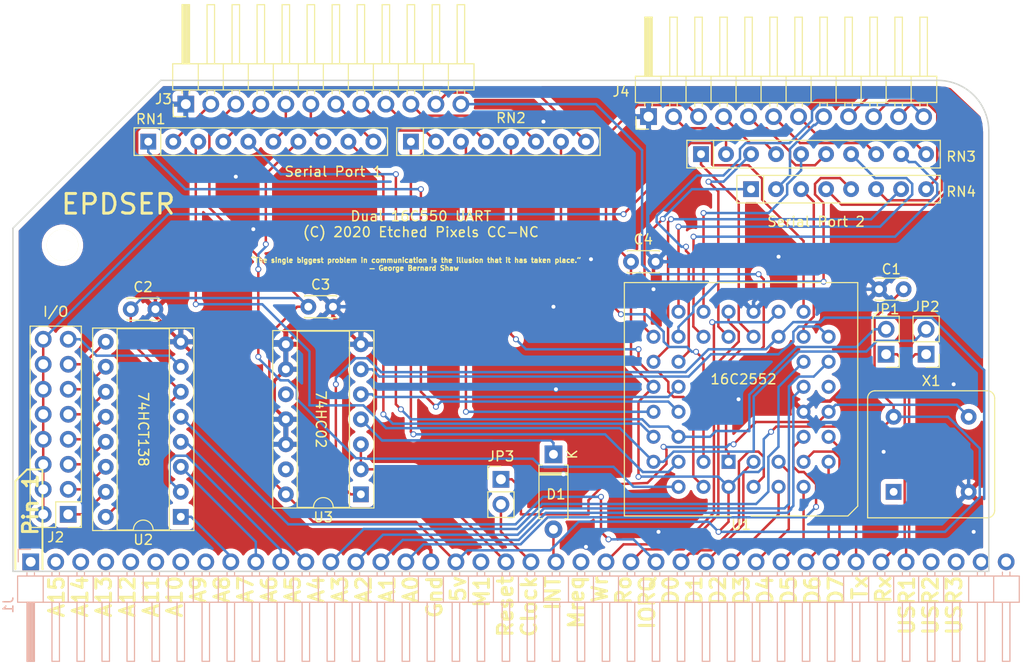
<source format=kicad_pcb>
(kicad_pcb (version 20171130) (host pcbnew 5.1.5-1.fc31)

  (general
    (thickness 1.6)
    (drawings 22)
    (tracks 646)
    (zones 0)
    (modules 21)
    (nets 79)
  )

  (page A4)
  (layers
    (0 F.Cu signal)
    (31 B.Cu signal)
    (32 B.Adhes user)
    (33 F.Adhes user)
    (34 B.Paste user)
    (35 F.Paste user)
    (36 B.SilkS user)
    (37 F.SilkS user)
    (38 B.Mask user)
    (39 F.Mask user)
    (40 Dwgs.User user)
    (41 Cmts.User user)
    (42 Eco1.User user)
    (43 Eco2.User user)
    (44 Edge.Cuts user)
    (45 Margin user)
    (46 B.CrtYd user)
    (47 F.CrtYd user)
    (48 B.Fab user hide)
    (49 F.Fab user hide)
  )

  (setup
    (last_trace_width 0.25)
    (trace_clearance 0.2)
    (zone_clearance 0.508)
    (zone_45_only no)
    (trace_min 0.2)
    (via_size 0.6)
    (via_drill 0.4)
    (via_min_size 0.4)
    (via_min_drill 0.3)
    (uvia_size 0.3)
    (uvia_drill 0.1)
    (uvias_allowed no)
    (uvia_min_size 0.2)
    (uvia_min_drill 0.1)
    (edge_width 0.15)
    (segment_width 0.2)
    (pcb_text_width 0.3)
    (pcb_text_size 1.5 1.5)
    (mod_edge_width 0.15)
    (mod_text_size 1 1)
    (mod_text_width 0.15)
    (pad_size 3.2 3.2)
    (pad_drill 3.2)
    (pad_to_mask_clearance 0.2)
    (aux_axis_origin 0 0)
    (visible_elements 7FFFFFFF)
    (pcbplotparams
      (layerselection 0x010f0_ffffffff)
      (usegerberextensions false)
      (usegerberattributes false)
      (usegerberadvancedattributes false)
      (creategerberjobfile false)
      (excludeedgelayer true)
      (linewidth 0.100000)
      (plotframeref false)
      (viasonmask false)
      (mode 1)
      (useauxorigin false)
      (hpglpennumber 1)
      (hpglpenspeed 20)
      (hpglpendiameter 15.000000)
      (psnegative false)
      (psa4output false)
      (plotreference true)
      (plotvalue true)
      (plotinvisibletext false)
      (padsonsilk false)
      (subtractmaskfromsilk false)
      (outputformat 1)
      (mirror false)
      (drillshape 0)
      (scaleselection 1)
      (outputdirectory "/tmp/kicad/multi-io"))
  )

  (net 0 "")
  (net 1 GND)
  (net 2 RD)
  (net 3 A7)
  (net 4 A6)
  (net 5 A5)
  (net 6 A4)
  (net 7 A3)
  (net 8 IORQ)
  (net 9 D1)
  (net 10 D2)
  (net 11 D3)
  (net 12 D4)
  (net 13 D5)
  (net 14 D6)
  (net 15 D7)
  (net 16 A2)
  (net 17 A1)
  (net 18 A0)
  (net 19 RESET)
  (net 20 CLK)
  (net 21 INT)
  (net 22 WR)
  (net 23 "Net-(J2-Pad10)")
  (net 24 D0)
  (net 25 VCC)
  (net 26 "Net-(D1-Pad1)")
  (net 27 "Net-(J1-Pad35)")
  (net 28 "Net-(J1-Pad36)")
  (net 29 "Net-(J2-Pad1)")
  (net 30 "Net-(J2-Pad3)")
  (net 31 "Net-(J2-Pad5)")
  (net 32 "Net-(J2-Pad7)")
  (net 33 "Net-(J2-Pad9)")
  (net 34 "Net-(J2-Pad11)")
  (net 35 "Net-(J2-Pad13)")
  (net 36 "Net-(J2-Pad15)")
  (net 37 TXRDYA)
  (net 38 "Net-(J3-Pad11)")
  (net 39 "Net-(J3-Pad10)")
  (net 40 "Net-(J3-Pad9)")
  (net 41 "Net-(J3-Pad8)")
  (net 42 "Net-(J3-Pad7)")
  (net 43 "Net-(J3-Pad6)")
  (net 44 "Net-(J3-Pad5)")
  (net 45 "Net-(J3-Pad4)")
  (net 46 "Net-(J3-Pad2)")
  (net 47 "Net-(J4-Pad2)")
  (net 48 "Net-(J4-Pad4)")
  (net 49 "Net-(J4-Pad5)")
  (net 50 "Net-(J4-Pad6)")
  (net 51 "Net-(J4-Pad7)")
  (net 52 "Net-(J4-Pad8)")
  (net 53 "Net-(J4-Pad9)")
  (net 54 "Net-(J4-Pad10)")
  (net 55 "Net-(J4-Pad11)")
  (net 56 TXRDYB)
  (net 57 TXA)
  (net 58 RXA)
  (net 59 DTRA)
  (net 60 CTSA)
  (net 61 RTSA)
  (net 62 RIA)
  (net 63 CDA)
  (net 64 MFA)
  (net 65 DSRA)
  (net 66 RTSB)
  (net 67 RXB)
  (net 68 TXB)
  (net 69 CTSB)
  (net 70 DTRB)
  (net 71 DSRB)
  (net 72 MFB)
  (net 73 CDB)
  (net 74 RIB)
  (net 75 "Net-(U1-Pad17)")
  (net 76 "Net-(U1-Pad21)")
  (net 77 "Net-(U1-Pad34)")
  (net 78 "Net-(JP3-Pad1)")

  (net_class Default "This is the default net class."
    (clearance 0.2)
    (trace_width 0.25)
    (via_dia 0.6)
    (via_drill 0.4)
    (uvia_dia 0.3)
    (uvia_drill 0.1)
    (add_net A0)
    (add_net A1)
    (add_net A2)
    (add_net A3)
    (add_net A4)
    (add_net A5)
    (add_net A6)
    (add_net A7)
    (add_net CDA)
    (add_net CDB)
    (add_net CLK)
    (add_net CTSA)
    (add_net CTSB)
    (add_net D0)
    (add_net D1)
    (add_net D2)
    (add_net D3)
    (add_net D4)
    (add_net D5)
    (add_net D6)
    (add_net D7)
    (add_net DSRA)
    (add_net DSRB)
    (add_net DTRA)
    (add_net DTRB)
    (add_net INT)
    (add_net IORQ)
    (add_net MFA)
    (add_net MFB)
    (add_net "Net-(D1-Pad1)")
    (add_net "Net-(J1-Pad35)")
    (add_net "Net-(J1-Pad36)")
    (add_net "Net-(J2-Pad1)")
    (add_net "Net-(J2-Pad10)")
    (add_net "Net-(J2-Pad11)")
    (add_net "Net-(J2-Pad13)")
    (add_net "Net-(J2-Pad15)")
    (add_net "Net-(J2-Pad3)")
    (add_net "Net-(J2-Pad5)")
    (add_net "Net-(J2-Pad7)")
    (add_net "Net-(J2-Pad9)")
    (add_net "Net-(J3-Pad10)")
    (add_net "Net-(J3-Pad11)")
    (add_net "Net-(J3-Pad2)")
    (add_net "Net-(J3-Pad4)")
    (add_net "Net-(J3-Pad5)")
    (add_net "Net-(J3-Pad6)")
    (add_net "Net-(J3-Pad7)")
    (add_net "Net-(J3-Pad8)")
    (add_net "Net-(J3-Pad9)")
    (add_net "Net-(J4-Pad10)")
    (add_net "Net-(J4-Pad11)")
    (add_net "Net-(J4-Pad2)")
    (add_net "Net-(J4-Pad4)")
    (add_net "Net-(J4-Pad5)")
    (add_net "Net-(J4-Pad6)")
    (add_net "Net-(J4-Pad7)")
    (add_net "Net-(J4-Pad8)")
    (add_net "Net-(J4-Pad9)")
    (add_net "Net-(JP3-Pad1)")
    (add_net "Net-(U1-Pad17)")
    (add_net "Net-(U1-Pad21)")
    (add_net "Net-(U1-Pad34)")
    (add_net RD)
    (add_net RESET)
    (add_net RIA)
    (add_net RIB)
    (add_net RTSA)
    (add_net RTSB)
    (add_net RXA)
    (add_net RXB)
    (add_net TXA)
    (add_net TXB)
    (add_net TXRDYA)
    (add_net TXRDYB)
    (add_net VCC)
    (add_net WR)
  )

  (net_class Power ""
    (clearance 0.2)
    (trace_width 0.35)
    (via_dia 0.6)
    (via_drill 0.4)
    (uvia_dia 0.3)
    (uvia_drill 0.1)
    (add_net GND)
  )

  (module Connector_PinHeader_2.54mm:PinHeader_1x40_P2.54mm_Horizontal (layer B.Cu) (tedit 59FED5CB) (tstamp 5D4E77A0)
    (at 155.702 152.4 270)
    (descr "Through hole angled pin header, 1x40, 2.54mm pitch, 6mm pin length, single row")
    (tags "Through hole angled pin header THT 1x40 2.54mm single row")
    (path /5D4D81A3)
    (fp_text reference J1 (at 4.385 2.27 270) (layer B.SilkS)
      (effects (font (size 1 1) (thickness 0.15)) (justify mirror))
    )
    (fp_text value Conn_01x40 (at 4.385 -101.33 270) (layer B.Fab)
      (effects (font (size 1 1) (thickness 0.15)) (justify mirror))
    )
    (fp_line (start 2.135 1.27) (end 4.04 1.27) (layer B.Fab) (width 0.1))
    (fp_line (start 4.04 1.27) (end 4.04 -100.33) (layer B.Fab) (width 0.1))
    (fp_line (start 4.04 -100.33) (end 1.5 -100.33) (layer B.Fab) (width 0.1))
    (fp_line (start 1.5 -100.33) (end 1.5 0.635) (layer B.Fab) (width 0.1))
    (fp_line (start 1.5 0.635) (end 2.135 1.27) (layer B.Fab) (width 0.1))
    (fp_line (start -0.32 0.32) (end 1.5 0.32) (layer B.Fab) (width 0.1))
    (fp_line (start -0.32 0.32) (end -0.32 -0.32) (layer B.Fab) (width 0.1))
    (fp_line (start -0.32 -0.32) (end 1.5 -0.32) (layer B.Fab) (width 0.1))
    (fp_line (start 4.04 0.32) (end 10.04 0.32) (layer B.Fab) (width 0.1))
    (fp_line (start 10.04 0.32) (end 10.04 -0.32) (layer B.Fab) (width 0.1))
    (fp_line (start 4.04 -0.32) (end 10.04 -0.32) (layer B.Fab) (width 0.1))
    (fp_line (start -0.32 -2.22) (end 1.5 -2.22) (layer B.Fab) (width 0.1))
    (fp_line (start -0.32 -2.22) (end -0.32 -2.86) (layer B.Fab) (width 0.1))
    (fp_line (start -0.32 -2.86) (end 1.5 -2.86) (layer B.Fab) (width 0.1))
    (fp_line (start 4.04 -2.22) (end 10.04 -2.22) (layer B.Fab) (width 0.1))
    (fp_line (start 10.04 -2.22) (end 10.04 -2.86) (layer B.Fab) (width 0.1))
    (fp_line (start 4.04 -2.86) (end 10.04 -2.86) (layer B.Fab) (width 0.1))
    (fp_line (start -0.32 -4.76) (end 1.5 -4.76) (layer B.Fab) (width 0.1))
    (fp_line (start -0.32 -4.76) (end -0.32 -5.4) (layer B.Fab) (width 0.1))
    (fp_line (start -0.32 -5.4) (end 1.5 -5.4) (layer B.Fab) (width 0.1))
    (fp_line (start 4.04 -4.76) (end 10.04 -4.76) (layer B.Fab) (width 0.1))
    (fp_line (start 10.04 -4.76) (end 10.04 -5.4) (layer B.Fab) (width 0.1))
    (fp_line (start 4.04 -5.4) (end 10.04 -5.4) (layer B.Fab) (width 0.1))
    (fp_line (start -0.32 -7.3) (end 1.5 -7.3) (layer B.Fab) (width 0.1))
    (fp_line (start -0.32 -7.3) (end -0.32 -7.94) (layer B.Fab) (width 0.1))
    (fp_line (start -0.32 -7.94) (end 1.5 -7.94) (layer B.Fab) (width 0.1))
    (fp_line (start 4.04 -7.3) (end 10.04 -7.3) (layer B.Fab) (width 0.1))
    (fp_line (start 10.04 -7.3) (end 10.04 -7.94) (layer B.Fab) (width 0.1))
    (fp_line (start 4.04 -7.94) (end 10.04 -7.94) (layer B.Fab) (width 0.1))
    (fp_line (start -0.32 -9.84) (end 1.5 -9.84) (layer B.Fab) (width 0.1))
    (fp_line (start -0.32 -9.84) (end -0.32 -10.48) (layer B.Fab) (width 0.1))
    (fp_line (start -0.32 -10.48) (end 1.5 -10.48) (layer B.Fab) (width 0.1))
    (fp_line (start 4.04 -9.84) (end 10.04 -9.84) (layer B.Fab) (width 0.1))
    (fp_line (start 10.04 -9.84) (end 10.04 -10.48) (layer B.Fab) (width 0.1))
    (fp_line (start 4.04 -10.48) (end 10.04 -10.48) (layer B.Fab) (width 0.1))
    (fp_line (start -0.32 -12.38) (end 1.5 -12.38) (layer B.Fab) (width 0.1))
    (fp_line (start -0.32 -12.38) (end -0.32 -13.02) (layer B.Fab) (width 0.1))
    (fp_line (start -0.32 -13.02) (end 1.5 -13.02) (layer B.Fab) (width 0.1))
    (fp_line (start 4.04 -12.38) (end 10.04 -12.38) (layer B.Fab) (width 0.1))
    (fp_line (start 10.04 -12.38) (end 10.04 -13.02) (layer B.Fab) (width 0.1))
    (fp_line (start 4.04 -13.02) (end 10.04 -13.02) (layer B.Fab) (width 0.1))
    (fp_line (start -0.32 -14.92) (end 1.5 -14.92) (layer B.Fab) (width 0.1))
    (fp_line (start -0.32 -14.92) (end -0.32 -15.56) (layer B.Fab) (width 0.1))
    (fp_line (start -0.32 -15.56) (end 1.5 -15.56) (layer B.Fab) (width 0.1))
    (fp_line (start 4.04 -14.92) (end 10.04 -14.92) (layer B.Fab) (width 0.1))
    (fp_line (start 10.04 -14.92) (end 10.04 -15.56) (layer B.Fab) (width 0.1))
    (fp_line (start 4.04 -15.56) (end 10.04 -15.56) (layer B.Fab) (width 0.1))
    (fp_line (start -0.32 -17.46) (end 1.5 -17.46) (layer B.Fab) (width 0.1))
    (fp_line (start -0.32 -17.46) (end -0.32 -18.1) (layer B.Fab) (width 0.1))
    (fp_line (start -0.32 -18.1) (end 1.5 -18.1) (layer B.Fab) (width 0.1))
    (fp_line (start 4.04 -17.46) (end 10.04 -17.46) (layer B.Fab) (width 0.1))
    (fp_line (start 10.04 -17.46) (end 10.04 -18.1) (layer B.Fab) (width 0.1))
    (fp_line (start 4.04 -18.1) (end 10.04 -18.1) (layer B.Fab) (width 0.1))
    (fp_line (start -0.32 -20) (end 1.5 -20) (layer B.Fab) (width 0.1))
    (fp_line (start -0.32 -20) (end -0.32 -20.64) (layer B.Fab) (width 0.1))
    (fp_line (start -0.32 -20.64) (end 1.5 -20.64) (layer B.Fab) (width 0.1))
    (fp_line (start 4.04 -20) (end 10.04 -20) (layer B.Fab) (width 0.1))
    (fp_line (start 10.04 -20) (end 10.04 -20.64) (layer B.Fab) (width 0.1))
    (fp_line (start 4.04 -20.64) (end 10.04 -20.64) (layer B.Fab) (width 0.1))
    (fp_line (start -0.32 -22.54) (end 1.5 -22.54) (layer B.Fab) (width 0.1))
    (fp_line (start -0.32 -22.54) (end -0.32 -23.18) (layer B.Fab) (width 0.1))
    (fp_line (start -0.32 -23.18) (end 1.5 -23.18) (layer B.Fab) (width 0.1))
    (fp_line (start 4.04 -22.54) (end 10.04 -22.54) (layer B.Fab) (width 0.1))
    (fp_line (start 10.04 -22.54) (end 10.04 -23.18) (layer B.Fab) (width 0.1))
    (fp_line (start 4.04 -23.18) (end 10.04 -23.18) (layer B.Fab) (width 0.1))
    (fp_line (start -0.32 -25.08) (end 1.5 -25.08) (layer B.Fab) (width 0.1))
    (fp_line (start -0.32 -25.08) (end -0.32 -25.72) (layer B.Fab) (width 0.1))
    (fp_line (start -0.32 -25.72) (end 1.5 -25.72) (layer B.Fab) (width 0.1))
    (fp_line (start 4.04 -25.08) (end 10.04 -25.08) (layer B.Fab) (width 0.1))
    (fp_line (start 10.04 -25.08) (end 10.04 -25.72) (layer B.Fab) (width 0.1))
    (fp_line (start 4.04 -25.72) (end 10.04 -25.72) (layer B.Fab) (width 0.1))
    (fp_line (start -0.32 -27.62) (end 1.5 -27.62) (layer B.Fab) (width 0.1))
    (fp_line (start -0.32 -27.62) (end -0.32 -28.26) (layer B.Fab) (width 0.1))
    (fp_line (start -0.32 -28.26) (end 1.5 -28.26) (layer B.Fab) (width 0.1))
    (fp_line (start 4.04 -27.62) (end 10.04 -27.62) (layer B.Fab) (width 0.1))
    (fp_line (start 10.04 -27.62) (end 10.04 -28.26) (layer B.Fab) (width 0.1))
    (fp_line (start 4.04 -28.26) (end 10.04 -28.26) (layer B.Fab) (width 0.1))
    (fp_line (start -0.32 -30.16) (end 1.5 -30.16) (layer B.Fab) (width 0.1))
    (fp_line (start -0.32 -30.16) (end -0.32 -30.8) (layer B.Fab) (width 0.1))
    (fp_line (start -0.32 -30.8) (end 1.5 -30.8) (layer B.Fab) (width 0.1))
    (fp_line (start 4.04 -30.16) (end 10.04 -30.16) (layer B.Fab) (width 0.1))
    (fp_line (start 10.04 -30.16) (end 10.04 -30.8) (layer B.Fab) (width 0.1))
    (fp_line (start 4.04 -30.8) (end 10.04 -30.8) (layer B.Fab) (width 0.1))
    (fp_line (start -0.32 -32.7) (end 1.5 -32.7) (layer B.Fab) (width 0.1))
    (fp_line (start -0.32 -32.7) (end -0.32 -33.34) (layer B.Fab) (width 0.1))
    (fp_line (start -0.32 -33.34) (end 1.5 -33.34) (layer B.Fab) (width 0.1))
    (fp_line (start 4.04 -32.7) (end 10.04 -32.7) (layer B.Fab) (width 0.1))
    (fp_line (start 10.04 -32.7) (end 10.04 -33.34) (layer B.Fab) (width 0.1))
    (fp_line (start 4.04 -33.34) (end 10.04 -33.34) (layer B.Fab) (width 0.1))
    (fp_line (start -0.32 -35.24) (end 1.5 -35.24) (layer B.Fab) (width 0.1))
    (fp_line (start -0.32 -35.24) (end -0.32 -35.88) (layer B.Fab) (width 0.1))
    (fp_line (start -0.32 -35.88) (end 1.5 -35.88) (layer B.Fab) (width 0.1))
    (fp_line (start 4.04 -35.24) (end 10.04 -35.24) (layer B.Fab) (width 0.1))
    (fp_line (start 10.04 -35.24) (end 10.04 -35.88) (layer B.Fab) (width 0.1))
    (fp_line (start 4.04 -35.88) (end 10.04 -35.88) (layer B.Fab) (width 0.1))
    (fp_line (start -0.32 -37.78) (end 1.5 -37.78) (layer B.Fab) (width 0.1))
    (fp_line (start -0.32 -37.78) (end -0.32 -38.42) (layer B.Fab) (width 0.1))
    (fp_line (start -0.32 -38.42) (end 1.5 -38.42) (layer B.Fab) (width 0.1))
    (fp_line (start 4.04 -37.78) (end 10.04 -37.78) (layer B.Fab) (width 0.1))
    (fp_line (start 10.04 -37.78) (end 10.04 -38.42) (layer B.Fab) (width 0.1))
    (fp_line (start 4.04 -38.42) (end 10.04 -38.42) (layer B.Fab) (width 0.1))
    (fp_line (start -0.32 -40.32) (end 1.5 -40.32) (layer B.Fab) (width 0.1))
    (fp_line (start -0.32 -40.32) (end -0.32 -40.96) (layer B.Fab) (width 0.1))
    (fp_line (start -0.32 -40.96) (end 1.5 -40.96) (layer B.Fab) (width 0.1))
    (fp_line (start 4.04 -40.32) (end 10.04 -40.32) (layer B.Fab) (width 0.1))
    (fp_line (start 10.04 -40.32) (end 10.04 -40.96) (layer B.Fab) (width 0.1))
    (fp_line (start 4.04 -40.96) (end 10.04 -40.96) (layer B.Fab) (width 0.1))
    (fp_line (start -0.32 -42.86) (end 1.5 -42.86) (layer B.Fab) (width 0.1))
    (fp_line (start -0.32 -42.86) (end -0.32 -43.5) (layer B.Fab) (width 0.1))
    (fp_line (start -0.32 -43.5) (end 1.5 -43.5) (layer B.Fab) (width 0.1))
    (fp_line (start 4.04 -42.86) (end 10.04 -42.86) (layer B.Fab) (width 0.1))
    (fp_line (start 10.04 -42.86) (end 10.04 -43.5) (layer B.Fab) (width 0.1))
    (fp_line (start 4.04 -43.5) (end 10.04 -43.5) (layer B.Fab) (width 0.1))
    (fp_line (start -0.32 -45.4) (end 1.5 -45.4) (layer B.Fab) (width 0.1))
    (fp_line (start -0.32 -45.4) (end -0.32 -46.04) (layer B.Fab) (width 0.1))
    (fp_line (start -0.32 -46.04) (end 1.5 -46.04) (layer B.Fab) (width 0.1))
    (fp_line (start 4.04 -45.4) (end 10.04 -45.4) (layer B.Fab) (width 0.1))
    (fp_line (start 10.04 -45.4) (end 10.04 -46.04) (layer B.Fab) (width 0.1))
    (fp_line (start 4.04 -46.04) (end 10.04 -46.04) (layer B.Fab) (width 0.1))
    (fp_line (start -0.32 -47.94) (end 1.5 -47.94) (layer B.Fab) (width 0.1))
    (fp_line (start -0.32 -47.94) (end -0.32 -48.58) (layer B.Fab) (width 0.1))
    (fp_line (start -0.32 -48.58) (end 1.5 -48.58) (layer B.Fab) (width 0.1))
    (fp_line (start 4.04 -47.94) (end 10.04 -47.94) (layer B.Fab) (width 0.1))
    (fp_line (start 10.04 -47.94) (end 10.04 -48.58) (layer B.Fab) (width 0.1))
    (fp_line (start 4.04 -48.58) (end 10.04 -48.58) (layer B.Fab) (width 0.1))
    (fp_line (start -0.32 -50.48) (end 1.5 -50.48) (layer B.Fab) (width 0.1))
    (fp_line (start -0.32 -50.48) (end -0.32 -51.12) (layer B.Fab) (width 0.1))
    (fp_line (start -0.32 -51.12) (end 1.5 -51.12) (layer B.Fab) (width 0.1))
    (fp_line (start 4.04 -50.48) (end 10.04 -50.48) (layer B.Fab) (width 0.1))
    (fp_line (start 10.04 -50.48) (end 10.04 -51.12) (layer B.Fab) (width 0.1))
    (fp_line (start 4.04 -51.12) (end 10.04 -51.12) (layer B.Fab) (width 0.1))
    (fp_line (start -0.32 -53.02) (end 1.5 -53.02) (layer B.Fab) (width 0.1))
    (fp_line (start -0.32 -53.02) (end -0.32 -53.66) (layer B.Fab) (width 0.1))
    (fp_line (start -0.32 -53.66) (end 1.5 -53.66) (layer B.Fab) (width 0.1))
    (fp_line (start 4.04 -53.02) (end 10.04 -53.02) (layer B.Fab) (width 0.1))
    (fp_line (start 10.04 -53.02) (end 10.04 -53.66) (layer B.Fab) (width 0.1))
    (fp_line (start 4.04 -53.66) (end 10.04 -53.66) (layer B.Fab) (width 0.1))
    (fp_line (start -0.32 -55.56) (end 1.5 -55.56) (layer B.Fab) (width 0.1))
    (fp_line (start -0.32 -55.56) (end -0.32 -56.2) (layer B.Fab) (width 0.1))
    (fp_line (start -0.32 -56.2) (end 1.5 -56.2) (layer B.Fab) (width 0.1))
    (fp_line (start 4.04 -55.56) (end 10.04 -55.56) (layer B.Fab) (width 0.1))
    (fp_line (start 10.04 -55.56) (end 10.04 -56.2) (layer B.Fab) (width 0.1))
    (fp_line (start 4.04 -56.2) (end 10.04 -56.2) (layer B.Fab) (width 0.1))
    (fp_line (start -0.32 -58.1) (end 1.5 -58.1) (layer B.Fab) (width 0.1))
    (fp_line (start -0.32 -58.1) (end -0.32 -58.74) (layer B.Fab) (width 0.1))
    (fp_line (start -0.32 -58.74) (end 1.5 -58.74) (layer B.Fab) (width 0.1))
    (fp_line (start 4.04 -58.1) (end 10.04 -58.1) (layer B.Fab) (width 0.1))
    (fp_line (start 10.04 -58.1) (end 10.04 -58.74) (layer B.Fab) (width 0.1))
    (fp_line (start 4.04 -58.74) (end 10.04 -58.74) (layer B.Fab) (width 0.1))
    (fp_line (start -0.32 -60.64) (end 1.5 -60.64) (layer B.Fab) (width 0.1))
    (fp_line (start -0.32 -60.64) (end -0.32 -61.28) (layer B.Fab) (width 0.1))
    (fp_line (start -0.32 -61.28) (end 1.5 -61.28) (layer B.Fab) (width 0.1))
    (fp_line (start 4.04 -60.64) (end 10.04 -60.64) (layer B.Fab) (width 0.1))
    (fp_line (start 10.04 -60.64) (end 10.04 -61.28) (layer B.Fab) (width 0.1))
    (fp_line (start 4.04 -61.28) (end 10.04 -61.28) (layer B.Fab) (width 0.1))
    (fp_line (start -0.32 -63.18) (end 1.5 -63.18) (layer B.Fab) (width 0.1))
    (fp_line (start -0.32 -63.18) (end -0.32 -63.82) (layer B.Fab) (width 0.1))
    (fp_line (start -0.32 -63.82) (end 1.5 -63.82) (layer B.Fab) (width 0.1))
    (fp_line (start 4.04 -63.18) (end 10.04 -63.18) (layer B.Fab) (width 0.1))
    (fp_line (start 10.04 -63.18) (end 10.04 -63.82) (layer B.Fab) (width 0.1))
    (fp_line (start 4.04 -63.82) (end 10.04 -63.82) (layer B.Fab) (width 0.1))
    (fp_line (start -0.32 -65.72) (end 1.5 -65.72) (layer B.Fab) (width 0.1))
    (fp_line (start -0.32 -65.72) (end -0.32 -66.36) (layer B.Fab) (width 0.1))
    (fp_line (start -0.32 -66.36) (end 1.5 -66.36) (layer B.Fab) (width 0.1))
    (fp_line (start 4.04 -65.72) (end 10.04 -65.72) (layer B.Fab) (width 0.1))
    (fp_line (start 10.04 -65.72) (end 10.04 -66.36) (layer B.Fab) (width 0.1))
    (fp_line (start 4.04 -66.36) (end 10.04 -66.36) (layer B.Fab) (width 0.1))
    (fp_line (start -0.32 -68.26) (end 1.5 -68.26) (layer B.Fab) (width 0.1))
    (fp_line (start -0.32 -68.26) (end -0.32 -68.9) (layer B.Fab) (width 0.1))
    (fp_line (start -0.32 -68.9) (end 1.5 -68.9) (layer B.Fab) (width 0.1))
    (fp_line (start 4.04 -68.26) (end 10.04 -68.26) (layer B.Fab) (width 0.1))
    (fp_line (start 10.04 -68.26) (end 10.04 -68.9) (layer B.Fab) (width 0.1))
    (fp_line (start 4.04 -68.9) (end 10.04 -68.9) (layer B.Fab) (width 0.1))
    (fp_line (start -0.32 -70.8) (end 1.5 -70.8) (layer B.Fab) (width 0.1))
    (fp_line (start -0.32 -70.8) (end -0.32 -71.44) (layer B.Fab) (width 0.1))
    (fp_line (start -0.32 -71.44) (end 1.5 -71.44) (layer B.Fab) (width 0.1))
    (fp_line (start 4.04 -70.8) (end 10.04 -70.8) (layer B.Fab) (width 0.1))
    (fp_line (start 10.04 -70.8) (end 10.04 -71.44) (layer B.Fab) (width 0.1))
    (fp_line (start 4.04 -71.44) (end 10.04 -71.44) (layer B.Fab) (width 0.1))
    (fp_line (start -0.32 -73.34) (end 1.5 -73.34) (layer B.Fab) (width 0.1))
    (fp_line (start -0.32 -73.34) (end -0.32 -73.98) (layer B.Fab) (width 0.1))
    (fp_line (start -0.32 -73.98) (end 1.5 -73.98) (layer B.Fab) (width 0.1))
    (fp_line (start 4.04 -73.34) (end 10.04 -73.34) (layer B.Fab) (width 0.1))
    (fp_line (start 10.04 -73.34) (end 10.04 -73.98) (layer B.Fab) (width 0.1))
    (fp_line (start 4.04 -73.98) (end 10.04 -73.98) (layer B.Fab) (width 0.1))
    (fp_line (start -0.32 -75.88) (end 1.5 -75.88) (layer B.Fab) (width 0.1))
    (fp_line (start -0.32 -75.88) (end -0.32 -76.52) (layer B.Fab) (width 0.1))
    (fp_line (start -0.32 -76.52) (end 1.5 -76.52) (layer B.Fab) (width 0.1))
    (fp_line (start 4.04 -75.88) (end 10.04 -75.88) (layer B.Fab) (width 0.1))
    (fp_line (start 10.04 -75.88) (end 10.04 -76.52) (layer B.Fab) (width 0.1))
    (fp_line (start 4.04 -76.52) (end 10.04 -76.52) (layer B.Fab) (width 0.1))
    (fp_line (start -0.32 -78.42) (end 1.5 -78.42) (layer B.Fab) (width 0.1))
    (fp_line (start -0.32 -78.42) (end -0.32 -79.06) (layer B.Fab) (width 0.1))
    (fp_line (start -0.32 -79.06) (end 1.5 -79.06) (layer B.Fab) (width 0.1))
    (fp_line (start 4.04 -78.42) (end 10.04 -78.42) (layer B.Fab) (width 0.1))
    (fp_line (start 10.04 -78.42) (end 10.04 -79.06) (layer B.Fab) (width 0.1))
    (fp_line (start 4.04 -79.06) (end 10.04 -79.06) (layer B.Fab) (width 0.1))
    (fp_line (start -0.32 -80.96) (end 1.5 -80.96) (layer B.Fab) (width 0.1))
    (fp_line (start -0.32 -80.96) (end -0.32 -81.6) (layer B.Fab) (width 0.1))
    (fp_line (start -0.32 -81.6) (end 1.5 -81.6) (layer B.Fab) (width 0.1))
    (fp_line (start 4.04 -80.96) (end 10.04 -80.96) (layer B.Fab) (width 0.1))
    (fp_line (start 10.04 -80.96) (end 10.04 -81.6) (layer B.Fab) (width 0.1))
    (fp_line (start 4.04 -81.6) (end 10.04 -81.6) (layer B.Fab) (width 0.1))
    (fp_line (start -0.32 -83.5) (end 1.5 -83.5) (layer B.Fab) (width 0.1))
    (fp_line (start -0.32 -83.5) (end -0.32 -84.14) (layer B.Fab) (width 0.1))
    (fp_line (start -0.32 -84.14) (end 1.5 -84.14) (layer B.Fab) (width 0.1))
    (fp_line (start 4.04 -83.5) (end 10.04 -83.5) (layer B.Fab) (width 0.1))
    (fp_line (start 10.04 -83.5) (end 10.04 -84.14) (layer B.Fab) (width 0.1))
    (fp_line (start 4.04 -84.14) (end 10.04 -84.14) (layer B.Fab) (width 0.1))
    (fp_line (start -0.32 -86.04) (end 1.5 -86.04) (layer B.Fab) (width 0.1))
    (fp_line (start -0.32 -86.04) (end -0.32 -86.68) (layer B.Fab) (width 0.1))
    (fp_line (start -0.32 -86.68) (end 1.5 -86.68) (layer B.Fab) (width 0.1))
    (fp_line (start 4.04 -86.04) (end 10.04 -86.04) (layer B.Fab) (width 0.1))
    (fp_line (start 10.04 -86.04) (end 10.04 -86.68) (layer B.Fab) (width 0.1))
    (fp_line (start 4.04 -86.68) (end 10.04 -86.68) (layer B.Fab) (width 0.1))
    (fp_line (start -0.32 -88.58) (end 1.5 -88.58) (layer B.Fab) (width 0.1))
    (fp_line (start -0.32 -88.58) (end -0.32 -89.22) (layer B.Fab) (width 0.1))
    (fp_line (start -0.32 -89.22) (end 1.5 -89.22) (layer B.Fab) (width 0.1))
    (fp_line (start 4.04 -88.58) (end 10.04 -88.58) (layer B.Fab) (width 0.1))
    (fp_line (start 10.04 -88.58) (end 10.04 -89.22) (layer B.Fab) (width 0.1))
    (fp_line (start 4.04 -89.22) (end 10.04 -89.22) (layer B.Fab) (width 0.1))
    (fp_line (start -0.32 -91.12) (end 1.5 -91.12) (layer B.Fab) (width 0.1))
    (fp_line (start -0.32 -91.12) (end -0.32 -91.76) (layer B.Fab) (width 0.1))
    (fp_line (start -0.32 -91.76) (end 1.5 -91.76) (layer B.Fab) (width 0.1))
    (fp_line (start 4.04 -91.12) (end 10.04 -91.12) (layer B.Fab) (width 0.1))
    (fp_line (start 10.04 -91.12) (end 10.04 -91.76) (layer B.Fab) (width 0.1))
    (fp_line (start 4.04 -91.76) (end 10.04 -91.76) (layer B.Fab) (width 0.1))
    (fp_line (start -0.32 -93.66) (end 1.5 -93.66) (layer B.Fab) (width 0.1))
    (fp_line (start -0.32 -93.66) (end -0.32 -94.3) (layer B.Fab) (width 0.1))
    (fp_line (start -0.32 -94.3) (end 1.5 -94.3) (layer B.Fab) (width 0.1))
    (fp_line (start 4.04 -93.66) (end 10.04 -93.66) (layer B.Fab) (width 0.1))
    (fp_line (start 10.04 -93.66) (end 10.04 -94.3) (layer B.Fab) (width 0.1))
    (fp_line (start 4.04 -94.3) (end 10.04 -94.3) (layer B.Fab) (width 0.1))
    (fp_line (start -0.32 -96.2) (end 1.5 -96.2) (layer B.Fab) (width 0.1))
    (fp_line (start -0.32 -96.2) (end -0.32 -96.84) (layer B.Fab) (width 0.1))
    (fp_line (start -0.32 -96.84) (end 1.5 -96.84) (layer B.Fab) (width 0.1))
    (fp_line (start 4.04 -96.2) (end 10.04 -96.2) (layer B.Fab) (width 0.1))
    (fp_line (start 10.04 -96.2) (end 10.04 -96.84) (layer B.Fab) (width 0.1))
    (fp_line (start 4.04 -96.84) (end 10.04 -96.84) (layer B.Fab) (width 0.1))
    (fp_line (start -0.32 -98.74) (end 1.5 -98.74) (layer B.Fab) (width 0.1))
    (fp_line (start -0.32 -98.74) (end -0.32 -99.38) (layer B.Fab) (width 0.1))
    (fp_line (start -0.32 -99.38) (end 1.5 -99.38) (layer B.Fab) (width 0.1))
    (fp_line (start 4.04 -98.74) (end 10.04 -98.74) (layer B.Fab) (width 0.1))
    (fp_line (start 10.04 -98.74) (end 10.04 -99.38) (layer B.Fab) (width 0.1))
    (fp_line (start 4.04 -99.38) (end 10.04 -99.38) (layer B.Fab) (width 0.1))
    (fp_line (start 1.44 1.33) (end 1.44 -100.39) (layer B.SilkS) (width 0.12))
    (fp_line (start 1.44 -100.39) (end 4.1 -100.39) (layer B.SilkS) (width 0.12))
    (fp_line (start 4.1 -100.39) (end 4.1 1.33) (layer B.SilkS) (width 0.12))
    (fp_line (start 4.1 1.33) (end 1.44 1.33) (layer B.SilkS) (width 0.12))
    (fp_line (start 4.1 0.38) (end 10.1 0.38) (layer B.SilkS) (width 0.12))
    (fp_line (start 10.1 0.38) (end 10.1 -0.38) (layer B.SilkS) (width 0.12))
    (fp_line (start 10.1 -0.38) (end 4.1 -0.38) (layer B.SilkS) (width 0.12))
    (fp_line (start 4.1 0.32) (end 10.1 0.32) (layer B.SilkS) (width 0.12))
    (fp_line (start 4.1 0.2) (end 10.1 0.2) (layer B.SilkS) (width 0.12))
    (fp_line (start 4.1 0.08) (end 10.1 0.08) (layer B.SilkS) (width 0.12))
    (fp_line (start 4.1 -0.04) (end 10.1 -0.04) (layer B.SilkS) (width 0.12))
    (fp_line (start 4.1 -0.16) (end 10.1 -0.16) (layer B.SilkS) (width 0.12))
    (fp_line (start 4.1 -0.28) (end 10.1 -0.28) (layer B.SilkS) (width 0.12))
    (fp_line (start 1.11 0.38) (end 1.44 0.38) (layer B.SilkS) (width 0.12))
    (fp_line (start 1.11 -0.38) (end 1.44 -0.38) (layer B.SilkS) (width 0.12))
    (fp_line (start 1.44 -1.27) (end 4.1 -1.27) (layer B.SilkS) (width 0.12))
    (fp_line (start 4.1 -2.16) (end 10.1 -2.16) (layer B.SilkS) (width 0.12))
    (fp_line (start 10.1 -2.16) (end 10.1 -2.92) (layer B.SilkS) (width 0.12))
    (fp_line (start 10.1 -2.92) (end 4.1 -2.92) (layer B.SilkS) (width 0.12))
    (fp_line (start 1.042929 -2.16) (end 1.44 -2.16) (layer B.SilkS) (width 0.12))
    (fp_line (start 1.042929 -2.92) (end 1.44 -2.92) (layer B.SilkS) (width 0.12))
    (fp_line (start 1.44 -3.81) (end 4.1 -3.81) (layer B.SilkS) (width 0.12))
    (fp_line (start 4.1 -4.7) (end 10.1 -4.7) (layer B.SilkS) (width 0.12))
    (fp_line (start 10.1 -4.7) (end 10.1 -5.46) (layer B.SilkS) (width 0.12))
    (fp_line (start 10.1 -5.46) (end 4.1 -5.46) (layer B.SilkS) (width 0.12))
    (fp_line (start 1.042929 -4.7) (end 1.44 -4.7) (layer B.SilkS) (width 0.12))
    (fp_line (start 1.042929 -5.46) (end 1.44 -5.46) (layer B.SilkS) (width 0.12))
    (fp_line (start 1.44 -6.35) (end 4.1 -6.35) (layer B.SilkS) (width 0.12))
    (fp_line (start 4.1 -7.24) (end 10.1 -7.24) (layer B.SilkS) (width 0.12))
    (fp_line (start 10.1 -7.24) (end 10.1 -8) (layer B.SilkS) (width 0.12))
    (fp_line (start 10.1 -8) (end 4.1 -8) (layer B.SilkS) (width 0.12))
    (fp_line (start 1.042929 -7.24) (end 1.44 -7.24) (layer B.SilkS) (width 0.12))
    (fp_line (start 1.042929 -8) (end 1.44 -8) (layer B.SilkS) (width 0.12))
    (fp_line (start 1.44 -8.89) (end 4.1 -8.89) (layer B.SilkS) (width 0.12))
    (fp_line (start 4.1 -9.78) (end 10.1 -9.78) (layer B.SilkS) (width 0.12))
    (fp_line (start 10.1 -9.78) (end 10.1 -10.54) (layer B.SilkS) (width 0.12))
    (fp_line (start 10.1 -10.54) (end 4.1 -10.54) (layer B.SilkS) (width 0.12))
    (fp_line (start 1.042929 -9.78) (end 1.44 -9.78) (layer B.SilkS) (width 0.12))
    (fp_line (start 1.042929 -10.54) (end 1.44 -10.54) (layer B.SilkS) (width 0.12))
    (fp_line (start 1.44 -11.43) (end 4.1 -11.43) (layer B.SilkS) (width 0.12))
    (fp_line (start 4.1 -12.32) (end 10.1 -12.32) (layer B.SilkS) (width 0.12))
    (fp_line (start 10.1 -12.32) (end 10.1 -13.08) (layer B.SilkS) (width 0.12))
    (fp_line (start 10.1 -13.08) (end 4.1 -13.08) (layer B.SilkS) (width 0.12))
    (fp_line (start 1.042929 -12.32) (end 1.44 -12.32) (layer B.SilkS) (width 0.12))
    (fp_line (start 1.042929 -13.08) (end 1.44 -13.08) (layer B.SilkS) (width 0.12))
    (fp_line (start 1.44 -13.97) (end 4.1 -13.97) (layer B.SilkS) (width 0.12))
    (fp_line (start 4.1 -14.86) (end 10.1 -14.86) (layer B.SilkS) (width 0.12))
    (fp_line (start 10.1 -14.86) (end 10.1 -15.62) (layer B.SilkS) (width 0.12))
    (fp_line (start 10.1 -15.62) (end 4.1 -15.62) (layer B.SilkS) (width 0.12))
    (fp_line (start 1.042929 -14.86) (end 1.44 -14.86) (layer B.SilkS) (width 0.12))
    (fp_line (start 1.042929 -15.62) (end 1.44 -15.62) (layer B.SilkS) (width 0.12))
    (fp_line (start 1.44 -16.51) (end 4.1 -16.51) (layer B.SilkS) (width 0.12))
    (fp_line (start 4.1 -17.4) (end 10.1 -17.4) (layer B.SilkS) (width 0.12))
    (fp_line (start 10.1 -17.4) (end 10.1 -18.16) (layer B.SilkS) (width 0.12))
    (fp_line (start 10.1 -18.16) (end 4.1 -18.16) (layer B.SilkS) (width 0.12))
    (fp_line (start 1.042929 -17.4) (end 1.44 -17.4) (layer B.SilkS) (width 0.12))
    (fp_line (start 1.042929 -18.16) (end 1.44 -18.16) (layer B.SilkS) (width 0.12))
    (fp_line (start 1.44 -19.05) (end 4.1 -19.05) (layer B.SilkS) (width 0.12))
    (fp_line (start 4.1 -19.94) (end 10.1 -19.94) (layer B.SilkS) (width 0.12))
    (fp_line (start 10.1 -19.94) (end 10.1 -20.7) (layer B.SilkS) (width 0.12))
    (fp_line (start 10.1 -20.7) (end 4.1 -20.7) (layer B.SilkS) (width 0.12))
    (fp_line (start 1.042929 -19.94) (end 1.44 -19.94) (layer B.SilkS) (width 0.12))
    (fp_line (start 1.042929 -20.7) (end 1.44 -20.7) (layer B.SilkS) (width 0.12))
    (fp_line (start 1.44 -21.59) (end 4.1 -21.59) (layer B.SilkS) (width 0.12))
    (fp_line (start 4.1 -22.48) (end 10.1 -22.48) (layer B.SilkS) (width 0.12))
    (fp_line (start 10.1 -22.48) (end 10.1 -23.24) (layer B.SilkS) (width 0.12))
    (fp_line (start 10.1 -23.24) (end 4.1 -23.24) (layer B.SilkS) (width 0.12))
    (fp_line (start 1.042929 -22.48) (end 1.44 -22.48) (layer B.SilkS) (width 0.12))
    (fp_line (start 1.042929 -23.24) (end 1.44 -23.24) (layer B.SilkS) (width 0.12))
    (fp_line (start 1.44 -24.13) (end 4.1 -24.13) (layer B.SilkS) (width 0.12))
    (fp_line (start 4.1 -25.02) (end 10.1 -25.02) (layer B.SilkS) (width 0.12))
    (fp_line (start 10.1 -25.02) (end 10.1 -25.78) (layer B.SilkS) (width 0.12))
    (fp_line (start 10.1 -25.78) (end 4.1 -25.78) (layer B.SilkS) (width 0.12))
    (fp_line (start 1.042929 -25.02) (end 1.44 -25.02) (layer B.SilkS) (width 0.12))
    (fp_line (start 1.042929 -25.78) (end 1.44 -25.78) (layer B.SilkS) (width 0.12))
    (fp_line (start 1.44 -26.67) (end 4.1 -26.67) (layer B.SilkS) (width 0.12))
    (fp_line (start 4.1 -27.56) (end 10.1 -27.56) (layer B.SilkS) (width 0.12))
    (fp_line (start 10.1 -27.56) (end 10.1 -28.32) (layer B.SilkS) (width 0.12))
    (fp_line (start 10.1 -28.32) (end 4.1 -28.32) (layer B.SilkS) (width 0.12))
    (fp_line (start 1.042929 -27.56) (end 1.44 -27.56) (layer B.SilkS) (width 0.12))
    (fp_line (start 1.042929 -28.32) (end 1.44 -28.32) (layer B.SilkS) (width 0.12))
    (fp_line (start 1.44 -29.21) (end 4.1 -29.21) (layer B.SilkS) (width 0.12))
    (fp_line (start 4.1 -30.1) (end 10.1 -30.1) (layer B.SilkS) (width 0.12))
    (fp_line (start 10.1 -30.1) (end 10.1 -30.86) (layer B.SilkS) (width 0.12))
    (fp_line (start 10.1 -30.86) (end 4.1 -30.86) (layer B.SilkS) (width 0.12))
    (fp_line (start 1.042929 -30.1) (end 1.44 -30.1) (layer B.SilkS) (width 0.12))
    (fp_line (start 1.042929 -30.86) (end 1.44 -30.86) (layer B.SilkS) (width 0.12))
    (fp_line (start 1.44 -31.75) (end 4.1 -31.75) (layer B.SilkS) (width 0.12))
    (fp_line (start 4.1 -32.64) (end 10.1 -32.64) (layer B.SilkS) (width 0.12))
    (fp_line (start 10.1 -32.64) (end 10.1 -33.4) (layer B.SilkS) (width 0.12))
    (fp_line (start 10.1 -33.4) (end 4.1 -33.4) (layer B.SilkS) (width 0.12))
    (fp_line (start 1.042929 -32.64) (end 1.44 -32.64) (layer B.SilkS) (width 0.12))
    (fp_line (start 1.042929 -33.4) (end 1.44 -33.4) (layer B.SilkS) (width 0.12))
    (fp_line (start 1.44 -34.29) (end 4.1 -34.29) (layer B.SilkS) (width 0.12))
    (fp_line (start 4.1 -35.18) (end 10.1 -35.18) (layer B.SilkS) (width 0.12))
    (fp_line (start 10.1 -35.18) (end 10.1 -35.94) (layer B.SilkS) (width 0.12))
    (fp_line (start 10.1 -35.94) (end 4.1 -35.94) (layer B.SilkS) (width 0.12))
    (fp_line (start 1.042929 -35.18) (end 1.44 -35.18) (layer B.SilkS) (width 0.12))
    (fp_line (start 1.042929 -35.94) (end 1.44 -35.94) (layer B.SilkS) (width 0.12))
    (fp_line (start 1.44 -36.83) (end 4.1 -36.83) (layer B.SilkS) (width 0.12))
    (fp_line (start 4.1 -37.72) (end 10.1 -37.72) (layer B.SilkS) (width 0.12))
    (fp_line (start 10.1 -37.72) (end 10.1 -38.48) (layer B.SilkS) (width 0.12))
    (fp_line (start 10.1 -38.48) (end 4.1 -38.48) (layer B.SilkS) (width 0.12))
    (fp_line (start 1.042929 -37.72) (end 1.44 -37.72) (layer B.SilkS) (width 0.12))
    (fp_line (start 1.042929 -38.48) (end 1.44 -38.48) (layer B.SilkS) (width 0.12))
    (fp_line (start 1.44 -39.37) (end 4.1 -39.37) (layer B.SilkS) (width 0.12))
    (fp_line (start 4.1 -40.26) (end 10.1 -40.26) (layer B.SilkS) (width 0.12))
    (fp_line (start 10.1 -40.26) (end 10.1 -41.02) (layer B.SilkS) (width 0.12))
    (fp_line (start 10.1 -41.02) (end 4.1 -41.02) (layer B.SilkS) (width 0.12))
    (fp_line (start 1.042929 -40.26) (end 1.44 -40.26) (layer B.SilkS) (width 0.12))
    (fp_line (start 1.042929 -41.02) (end 1.44 -41.02) (layer B.SilkS) (width 0.12))
    (fp_line (start 1.44 -41.91) (end 4.1 -41.91) (layer B.SilkS) (width 0.12))
    (fp_line (start 4.1 -42.8) (end 10.1 -42.8) (layer B.SilkS) (width 0.12))
    (fp_line (start 10.1 -42.8) (end 10.1 -43.56) (layer B.SilkS) (width 0.12))
    (fp_line (start 10.1 -43.56) (end 4.1 -43.56) (layer B.SilkS) (width 0.12))
    (fp_line (start 1.042929 -42.8) (end 1.44 -42.8) (layer B.SilkS) (width 0.12))
    (fp_line (start 1.042929 -43.56) (end 1.44 -43.56) (layer B.SilkS) (width 0.12))
    (fp_line (start 1.44 -44.45) (end 4.1 -44.45) (layer B.SilkS) (width 0.12))
    (fp_line (start 4.1 -45.34) (end 10.1 -45.34) (layer B.SilkS) (width 0.12))
    (fp_line (start 10.1 -45.34) (end 10.1 -46.1) (layer B.SilkS) (width 0.12))
    (fp_line (start 10.1 -46.1) (end 4.1 -46.1) (layer B.SilkS) (width 0.12))
    (fp_line (start 1.042929 -45.34) (end 1.44 -45.34) (layer B.SilkS) (width 0.12))
    (fp_line (start 1.042929 -46.1) (end 1.44 -46.1) (layer B.SilkS) (width 0.12))
    (fp_line (start 1.44 -46.99) (end 4.1 -46.99) (layer B.SilkS) (width 0.12))
    (fp_line (start 4.1 -47.88) (end 10.1 -47.88) (layer B.SilkS) (width 0.12))
    (fp_line (start 10.1 -47.88) (end 10.1 -48.64) (layer B.SilkS) (width 0.12))
    (fp_line (start 10.1 -48.64) (end 4.1 -48.64) (layer B.SilkS) (width 0.12))
    (fp_line (start 1.042929 -47.88) (end 1.44 -47.88) (layer B.SilkS) (width 0.12))
    (fp_line (start 1.042929 -48.64) (end 1.44 -48.64) (layer B.SilkS) (width 0.12))
    (fp_line (start 1.44 -49.53) (end 4.1 -49.53) (layer B.SilkS) (width 0.12))
    (fp_line (start 4.1 -50.42) (end 10.1 -50.42) (layer B.SilkS) (width 0.12))
    (fp_line (start 10.1 -50.42) (end 10.1 -51.18) (layer B.SilkS) (width 0.12))
    (fp_line (start 10.1 -51.18) (end 4.1 -51.18) (layer B.SilkS) (width 0.12))
    (fp_line (start 1.042929 -50.42) (end 1.44 -50.42) (layer B.SilkS) (width 0.12))
    (fp_line (start 1.042929 -51.18) (end 1.44 -51.18) (layer B.SilkS) (width 0.12))
    (fp_line (start 1.44 -52.07) (end 4.1 -52.07) (layer B.SilkS) (width 0.12))
    (fp_line (start 4.1 -52.96) (end 10.1 -52.96) (layer B.SilkS) (width 0.12))
    (fp_line (start 10.1 -52.96) (end 10.1 -53.72) (layer B.SilkS) (width 0.12))
    (fp_line (start 10.1 -53.72) (end 4.1 -53.72) (layer B.SilkS) (width 0.12))
    (fp_line (start 1.042929 -52.96) (end 1.44 -52.96) (layer B.SilkS) (width 0.12))
    (fp_line (start 1.042929 -53.72) (end 1.44 -53.72) (layer B.SilkS) (width 0.12))
    (fp_line (start 1.44 -54.61) (end 4.1 -54.61) (layer B.SilkS) (width 0.12))
    (fp_line (start 4.1 -55.5) (end 10.1 -55.5) (layer B.SilkS) (width 0.12))
    (fp_line (start 10.1 -55.5) (end 10.1 -56.26) (layer B.SilkS) (width 0.12))
    (fp_line (start 10.1 -56.26) (end 4.1 -56.26) (layer B.SilkS) (width 0.12))
    (fp_line (start 1.042929 -55.5) (end 1.44 -55.5) (layer B.SilkS) (width 0.12))
    (fp_line (start 1.042929 -56.26) (end 1.44 -56.26) (layer B.SilkS) (width 0.12))
    (fp_line (start 1.44 -57.15) (end 4.1 -57.15) (layer B.SilkS) (width 0.12))
    (fp_line (start 4.1 -58.04) (end 10.1 -58.04) (layer B.SilkS) (width 0.12))
    (fp_line (start 10.1 -58.04) (end 10.1 -58.8) (layer B.SilkS) (width 0.12))
    (fp_line (start 10.1 -58.8) (end 4.1 -58.8) (layer B.SilkS) (width 0.12))
    (fp_line (start 1.042929 -58.04) (end 1.44 -58.04) (layer B.SilkS) (width 0.12))
    (fp_line (start 1.042929 -58.8) (end 1.44 -58.8) (layer B.SilkS) (width 0.12))
    (fp_line (start 1.44 -59.69) (end 4.1 -59.69) (layer B.SilkS) (width 0.12))
    (fp_line (start 4.1 -60.58) (end 10.1 -60.58) (layer B.SilkS) (width 0.12))
    (fp_line (start 10.1 -60.58) (end 10.1 -61.34) (layer B.SilkS) (width 0.12))
    (fp_line (start 10.1 -61.34) (end 4.1 -61.34) (layer B.SilkS) (width 0.12))
    (fp_line (start 1.042929 -60.58) (end 1.44 -60.58) (layer B.SilkS) (width 0.12))
    (fp_line (start 1.042929 -61.34) (end 1.44 -61.34) (layer B.SilkS) (width 0.12))
    (fp_line (start 1.44 -62.23) (end 4.1 -62.23) (layer B.SilkS) (width 0.12))
    (fp_line (start 4.1 -63.12) (end 10.1 -63.12) (layer B.SilkS) (width 0.12))
    (fp_line (start 10.1 -63.12) (end 10.1 -63.88) (layer B.SilkS) (width 0.12))
    (fp_line (start 10.1 -63.88) (end 4.1 -63.88) (layer B.SilkS) (width 0.12))
    (fp_line (start 1.042929 -63.12) (end 1.44 -63.12) (layer B.SilkS) (width 0.12))
    (fp_line (start 1.042929 -63.88) (end 1.44 -63.88) (layer B.SilkS) (width 0.12))
    (fp_line (start 1.44 -64.77) (end 4.1 -64.77) (layer B.SilkS) (width 0.12))
    (fp_line (start 4.1 -65.66) (end 10.1 -65.66) (layer B.SilkS) (width 0.12))
    (fp_line (start 10.1 -65.66) (end 10.1 -66.42) (layer B.SilkS) (width 0.12))
    (fp_line (start 10.1 -66.42) (end 4.1 -66.42) (layer B.SilkS) (width 0.12))
    (fp_line (start 1.042929 -65.66) (end 1.44 -65.66) (layer B.SilkS) (width 0.12))
    (fp_line (start 1.042929 -66.42) (end 1.44 -66.42) (layer B.SilkS) (width 0.12))
    (fp_line (start 1.44 -67.31) (end 4.1 -67.31) (layer B.SilkS) (width 0.12))
    (fp_line (start 4.1 -68.2) (end 10.1 -68.2) (layer B.SilkS) (width 0.12))
    (fp_line (start 10.1 -68.2) (end 10.1 -68.96) (layer B.SilkS) (width 0.12))
    (fp_line (start 10.1 -68.96) (end 4.1 -68.96) (layer B.SilkS) (width 0.12))
    (fp_line (start 1.042929 -68.2) (end 1.44 -68.2) (layer B.SilkS) (width 0.12))
    (fp_line (start 1.042929 -68.96) (end 1.44 -68.96) (layer B.SilkS) (width 0.12))
    (fp_line (start 1.44 -69.85) (end 4.1 -69.85) (layer B.SilkS) (width 0.12))
    (fp_line (start 4.1 -70.74) (end 10.1 -70.74) (layer B.SilkS) (width 0.12))
    (fp_line (start 10.1 -70.74) (end 10.1 -71.5) (layer B.SilkS) (width 0.12))
    (fp_line (start 10.1 -71.5) (end 4.1 -71.5) (layer B.SilkS) (width 0.12))
    (fp_line (start 1.042929 -70.74) (end 1.44 -70.74) (layer B.SilkS) (width 0.12))
    (fp_line (start 1.042929 -71.5) (end 1.44 -71.5) (layer B.SilkS) (width 0.12))
    (fp_line (start 1.44 -72.39) (end 4.1 -72.39) (layer B.SilkS) (width 0.12))
    (fp_line (start 4.1 -73.28) (end 10.1 -73.28) (layer B.SilkS) (width 0.12))
    (fp_line (start 10.1 -73.28) (end 10.1 -74.04) (layer B.SilkS) (width 0.12))
    (fp_line (start 10.1 -74.04) (end 4.1 -74.04) (layer B.SilkS) (width 0.12))
    (fp_line (start 1.042929 -73.28) (end 1.44 -73.28) (layer B.SilkS) (width 0.12))
    (fp_line (start 1.042929 -74.04) (end 1.44 -74.04) (layer B.SilkS) (width 0.12))
    (fp_line (start 1.44 -74.93) (end 4.1 -74.93) (layer B.SilkS) (width 0.12))
    (fp_line (start 4.1 -75.82) (end 10.1 -75.82) (layer B.SilkS) (width 0.12))
    (fp_line (start 10.1 -75.82) (end 10.1 -76.58) (layer B.SilkS) (width 0.12))
    (fp_line (start 10.1 -76.58) (end 4.1 -76.58) (layer B.SilkS) (width 0.12))
    (fp_line (start 1.042929 -75.82) (end 1.44 -75.82) (layer B.SilkS) (width 0.12))
    (fp_line (start 1.042929 -76.58) (end 1.44 -76.58) (layer B.SilkS) (width 0.12))
    (fp_line (start 1.44 -77.47) (end 4.1 -77.47) (layer B.SilkS) (width 0.12))
    (fp_line (start 4.1 -78.36) (end 10.1 -78.36) (layer B.SilkS) (width 0.12))
    (fp_line (start 10.1 -78.36) (end 10.1 -79.12) (layer B.SilkS) (width 0.12))
    (fp_line (start 10.1 -79.12) (end 4.1 -79.12) (layer B.SilkS) (width 0.12))
    (fp_line (start 1.042929 -78.36) (end 1.44 -78.36) (layer B.SilkS) (width 0.12))
    (fp_line (start 1.042929 -79.12) (end 1.44 -79.12) (layer B.SilkS) (width 0.12))
    (fp_line (start 1.44 -80.01) (end 4.1 -80.01) (layer B.SilkS) (width 0.12))
    (fp_line (start 4.1 -80.9) (end 10.1 -80.9) (layer B.SilkS) (width 0.12))
    (fp_line (start 10.1 -80.9) (end 10.1 -81.66) (layer B.SilkS) (width 0.12))
    (fp_line (start 10.1 -81.66) (end 4.1 -81.66) (layer B.SilkS) (width 0.12))
    (fp_line (start 1.042929 -80.9) (end 1.44 -80.9) (layer B.SilkS) (width 0.12))
    (fp_line (start 1.042929 -81.66) (end 1.44 -81.66) (layer B.SilkS) (width 0.12))
    (fp_line (start 1.44 -82.55) (end 4.1 -82.55) (layer B.SilkS) (width 0.12))
    (fp_line (start 4.1 -83.44) (end 10.1 -83.44) (layer B.SilkS) (width 0.12))
    (fp_line (start 10.1 -83.44) (end 10.1 -84.2) (layer B.SilkS) (width 0.12))
    (fp_line (start 10.1 -84.2) (end 4.1 -84.2) (layer B.SilkS) (width 0.12))
    (fp_line (start 1.042929 -83.44) (end 1.44 -83.44) (layer B.SilkS) (width 0.12))
    (fp_line (start 1.042929 -84.2) (end 1.44 -84.2) (layer B.SilkS) (width 0.12))
    (fp_line (start 1.44 -85.09) (end 4.1 -85.09) (layer B.SilkS) (width 0.12))
    (fp_line (start 4.1 -85.98) (end 10.1 -85.98) (layer B.SilkS) (width 0.12))
    (fp_line (start 10.1 -85.98) (end 10.1 -86.74) (layer B.SilkS) (width 0.12))
    (fp_line (start 10.1 -86.74) (end 4.1 -86.74) (layer B.SilkS) (width 0.12))
    (fp_line (start 1.042929 -85.98) (end 1.44 -85.98) (layer B.SilkS) (width 0.12))
    (fp_line (start 1.042929 -86.74) (end 1.44 -86.74) (layer B.SilkS) (width 0.12))
    (fp_line (start 1.44 -87.63) (end 4.1 -87.63) (layer B.SilkS) (width 0.12))
    (fp_line (start 4.1 -88.52) (end 10.1 -88.52) (layer B.SilkS) (width 0.12))
    (fp_line (start 10.1 -88.52) (end 10.1 -89.28) (layer B.SilkS) (width 0.12))
    (fp_line (start 10.1 -89.28) (end 4.1 -89.28) (layer B.SilkS) (width 0.12))
    (fp_line (start 1.042929 -88.52) (end 1.44 -88.52) (layer B.SilkS) (width 0.12))
    (fp_line (start 1.042929 -89.28) (end 1.44 -89.28) (layer B.SilkS) (width 0.12))
    (fp_line (start 1.44 -90.17) (end 4.1 -90.17) (layer B.SilkS) (width 0.12))
    (fp_line (start 4.1 -91.06) (end 10.1 -91.06) (layer B.SilkS) (width 0.12))
    (fp_line (start 10.1 -91.06) (end 10.1 -91.82) (layer B.SilkS) (width 0.12))
    (fp_line (start 10.1 -91.82) (end 4.1 -91.82) (layer B.SilkS) (width 0.12))
    (fp_line (start 1.042929 -91.06) (end 1.44 -91.06) (layer B.SilkS) (width 0.12))
    (fp_line (start 1.042929 -91.82) (end 1.44 -91.82) (layer B.SilkS) (width 0.12))
    (fp_line (start 1.44 -92.71) (end 4.1 -92.71) (layer B.SilkS) (width 0.12))
    (fp_line (start 4.1 -93.6) (end 10.1 -93.6) (layer B.SilkS) (width 0.12))
    (fp_line (start 10.1 -93.6) (end 10.1 -94.36) (layer B.SilkS) (width 0.12))
    (fp_line (start 10.1 -94.36) (end 4.1 -94.36) (layer B.SilkS) (width 0.12))
    (fp_line (start 1.042929 -93.6) (end 1.44 -93.6) (layer B.SilkS) (width 0.12))
    (fp_line (start 1.042929 -94.36) (end 1.44 -94.36) (layer B.SilkS) (width 0.12))
    (fp_line (start 1.44 -95.25) (end 4.1 -95.25) (layer B.SilkS) (width 0.12))
    (fp_line (start 4.1 -96.14) (end 10.1 -96.14) (layer B.SilkS) (width 0.12))
    (fp_line (start 10.1 -96.14) (end 10.1 -96.9) (layer B.SilkS) (width 0.12))
    (fp_line (start 10.1 -96.9) (end 4.1 -96.9) (layer B.SilkS) (width 0.12))
    (fp_line (start 1.042929 -96.14) (end 1.44 -96.14) (layer B.SilkS) (width 0.12))
    (fp_line (start 1.042929 -96.9) (end 1.44 -96.9) (layer B.SilkS) (width 0.12))
    (fp_line (start 1.44 -97.79) (end 4.1 -97.79) (layer B.SilkS) (width 0.12))
    (fp_line (start 4.1 -98.68) (end 10.1 -98.68) (layer B.SilkS) (width 0.12))
    (fp_line (start 10.1 -98.68) (end 10.1 -99.44) (layer B.SilkS) (width 0.12))
    (fp_line (start 10.1 -99.44) (end 4.1 -99.44) (layer B.SilkS) (width 0.12))
    (fp_line (start 1.042929 -98.68) (end 1.44 -98.68) (layer B.SilkS) (width 0.12))
    (fp_line (start 1.042929 -99.44) (end 1.44 -99.44) (layer B.SilkS) (width 0.12))
    (fp_line (start -1.27 0) (end -1.27 1.27) (layer B.SilkS) (width 0.12))
    (fp_line (start -1.27 1.27) (end 0 1.27) (layer B.SilkS) (width 0.12))
    (fp_line (start -1.8 1.8) (end -1.8 -100.85) (layer B.CrtYd) (width 0.05))
    (fp_line (start -1.8 -100.85) (end 10.55 -100.85) (layer B.CrtYd) (width 0.05))
    (fp_line (start 10.55 -100.85) (end 10.55 1.8) (layer B.CrtYd) (width 0.05))
    (fp_line (start 10.55 1.8) (end -1.8 1.8) (layer B.CrtYd) (width 0.05))
    (fp_text user %R (at 2.77 -49.53) (layer B.Fab)
      (effects (font (size 1 1) (thickness 0.15)) (justify mirror))
    )
    (pad 1 thru_hole rect (at 0 0 270) (size 1.7 1.7) (drill 1) (layers *.Cu *.Mask))
    (pad 2 thru_hole oval (at 0 -2.54 270) (size 1.7 1.7) (drill 1) (layers *.Cu *.Mask))
    (pad 3 thru_hole oval (at 0 -5.08 270) (size 1.7 1.7) (drill 1) (layers *.Cu *.Mask))
    (pad 4 thru_hole oval (at 0 -7.62 270) (size 1.7 1.7) (drill 1) (layers *.Cu *.Mask))
    (pad 5 thru_hole oval (at 0 -10.16 270) (size 1.7 1.7) (drill 1) (layers *.Cu *.Mask))
    (pad 6 thru_hole oval (at 0 -12.7 270) (size 1.7 1.7) (drill 1) (layers *.Cu *.Mask))
    (pad 7 thru_hole oval (at 0 -15.24 270) (size 1.7 1.7) (drill 1) (layers *.Cu *.Mask))
    (pad 8 thru_hole oval (at 0 -17.78 270) (size 1.7 1.7) (drill 1) (layers *.Cu *.Mask))
    (pad 9 thru_hole oval (at 0 -20.32 270) (size 1.7 1.7) (drill 1) (layers *.Cu *.Mask)
      (net 3 A7))
    (pad 10 thru_hole oval (at 0 -22.86 270) (size 1.7 1.7) (drill 1) (layers *.Cu *.Mask)
      (net 4 A6))
    (pad 11 thru_hole oval (at 0 -25.4 270) (size 1.7 1.7) (drill 1) (layers *.Cu *.Mask)
      (net 5 A5))
    (pad 12 thru_hole oval (at 0 -27.94 270) (size 1.7 1.7) (drill 1) (layers *.Cu *.Mask)
      (net 6 A4))
    (pad 13 thru_hole oval (at 0 -30.48 270) (size 1.7 1.7) (drill 1) (layers *.Cu *.Mask)
      (net 7 A3))
    (pad 14 thru_hole oval (at 0 -33.02 270) (size 1.7 1.7) (drill 1) (layers *.Cu *.Mask)
      (net 16 A2))
    (pad 15 thru_hole oval (at 0 -35.56 270) (size 1.7 1.7) (drill 1) (layers *.Cu *.Mask)
      (net 17 A1))
    (pad 16 thru_hole oval (at 0 -38.1 270) (size 1.7 1.7) (drill 1) (layers *.Cu *.Mask)
      (net 18 A0))
    (pad 17 thru_hole oval (at 0 -40.64 270) (size 1.7 1.7) (drill 1) (layers *.Cu *.Mask)
      (net 1 GND))
    (pad 18 thru_hole oval (at 0 -43.18 270) (size 1.7 1.7) (drill 1) (layers *.Cu *.Mask)
      (net 25 VCC))
    (pad 19 thru_hole oval (at 0 -45.72 270) (size 1.7 1.7) (drill 1) (layers *.Cu *.Mask))
    (pad 20 thru_hole oval (at 0 -48.26 270) (size 1.7 1.7) (drill 1) (layers *.Cu *.Mask)
      (net 19 RESET))
    (pad 21 thru_hole oval (at 0 -50.8 270) (size 1.7 1.7) (drill 1) (layers *.Cu *.Mask)
      (net 20 CLK))
    (pad 22 thru_hole oval (at 0 -53.34 270) (size 1.7 1.7) (drill 1) (layers *.Cu *.Mask)
      (net 21 INT))
    (pad 23 thru_hole oval (at 0 -55.88 270) (size 1.7 1.7) (drill 1) (layers *.Cu *.Mask))
    (pad 24 thru_hole oval (at 0 -58.42 270) (size 1.7 1.7) (drill 1) (layers *.Cu *.Mask)
      (net 22 WR))
    (pad 25 thru_hole oval (at 0 -60.96 270) (size 1.7 1.7) (drill 1) (layers *.Cu *.Mask)
      (net 2 RD))
    (pad 26 thru_hole oval (at 0 -63.5 270) (size 1.7 1.7) (drill 1) (layers *.Cu *.Mask)
      (net 8 IORQ))
    (pad 27 thru_hole oval (at 0 -66.04 270) (size 1.7 1.7) (drill 1) (layers *.Cu *.Mask)
      (net 24 D0))
    (pad 28 thru_hole oval (at 0 -68.58 270) (size 1.7 1.7) (drill 1) (layers *.Cu *.Mask)
      (net 9 D1))
    (pad 29 thru_hole oval (at 0 -71.12 270) (size 1.7 1.7) (drill 1) (layers *.Cu *.Mask)
      (net 10 D2))
    (pad 30 thru_hole oval (at 0 -73.66 270) (size 1.7 1.7) (drill 1) (layers *.Cu *.Mask)
      (net 11 D3))
    (pad 31 thru_hole oval (at 0 -76.2 270) (size 1.7 1.7) (drill 1) (layers *.Cu *.Mask)
      (net 12 D4))
    (pad 32 thru_hole oval (at 0 -78.74 270) (size 1.7 1.7) (drill 1) (layers *.Cu *.Mask)
      (net 13 D5))
    (pad 33 thru_hole oval (at 0 -81.28 270) (size 1.7 1.7) (drill 1) (layers *.Cu *.Mask)
      (net 14 D6))
    (pad 34 thru_hole oval (at 0 -83.82 270) (size 1.7 1.7) (drill 1) (layers *.Cu *.Mask)
      (net 15 D7))
    (pad 35 thru_hole oval (at 0 -86.36 270) (size 1.7 1.7) (drill 1) (layers *.Cu *.Mask)
      (net 27 "Net-(J1-Pad35)"))
    (pad 36 thru_hole oval (at 0 -88.9 270) (size 1.7 1.7) (drill 1) (layers *.Cu *.Mask)
      (net 28 "Net-(J1-Pad36)"))
    (pad 37 thru_hole oval (at 0 -91.44 270) (size 1.7 1.7) (drill 1) (layers *.Cu *.Mask))
    (pad 38 thru_hole oval (at 0 -93.98 270) (size 1.7 1.7) (drill 1) (layers *.Cu *.Mask))
    (pad 39 thru_hole oval (at 0 -96.52 270) (size 1.7 1.7) (drill 1) (layers *.Cu *.Mask))
    (pad 40 thru_hole oval (at 0 -99.06 270) (size 1.7 1.7) (drill 1) (layers *.Cu *.Mask))
    (model ${KISYS3DMOD}/Connector_PinHeader_2.54mm.3dshapes/PinHeader_1x40_P2.54mm_Horizontal.wrl
      (at (xyz 0 0 0))
      (scale (xyz 1 1 1))
      (rotate (xyz 0 0 0))
    )
  )

  (module Mounting_Holes:MountingHole_3.2mm_M3 locked (layer F.Cu) (tedit 583F5ADB) (tstamp 574B179B)
    (at 158.9278 120.2436)
    (descr "Mounting Hole 3.2mm, no annular, M3")
    (tags "mounting hole 3.2mm no annular m3")
    (fp_text reference "" (at 26.6446 -55.0545) (layer F.SilkS) hide
      (effects (font (size 1 1) (thickness 0.15)))
    )
    (fp_text value "" (at 2.3368 -73.0631 90) (layer F.Fab) hide
      (effects (font (size 1 1) (thickness 0.15)))
    )
    (fp_circle (center 0 0) (end 3.2 0) (layer Cmts.User) (width 0.15))
    (fp_circle (center 0 0) (end 3.45 0) (layer F.CrtYd) (width 0.05))
    (pad "" np_thru_hole circle (at 0 0) (size 3.2 3.2) (drill 3.2) (layers *.Cu *.Mask F.SilkS))
  )

  (module Capacitor_THT:C_Disc_D3.0mm_W2.0mm_P2.50mm (layer F.Cu) (tedit 5AE50EF0) (tstamp 5E501B05)
    (at 244.348 124.714 180)
    (descr "C, Disc series, Radial, pin pitch=2.50mm, , diameter*width=3*2mm^2, Capacitor")
    (tags "C Disc series Radial pin pitch 2.50mm  diameter 3mm width 2mm Capacitor")
    (path /5D57E02E)
    (fp_text reference C1 (at 1.25 2.032) (layer F.SilkS)
      (effects (font (size 1 1) (thickness 0.15)))
    )
    (fp_text value 0.1uF (at 1.25 2.25) (layer F.Fab)
      (effects (font (size 1 1) (thickness 0.15)))
    )
    (fp_text user %R (at 1.25 0) (layer F.Fab)
      (effects (font (size 0.6 0.6) (thickness 0.09)))
    )
    (fp_line (start 3.55 -1.25) (end -1.05 -1.25) (layer F.CrtYd) (width 0.05))
    (fp_line (start 3.55 1.25) (end 3.55 -1.25) (layer F.CrtYd) (width 0.05))
    (fp_line (start -1.05 1.25) (end 3.55 1.25) (layer F.CrtYd) (width 0.05))
    (fp_line (start -1.05 -1.25) (end -1.05 1.25) (layer F.CrtYd) (width 0.05))
    (fp_line (start 2.87 1.055) (end 2.87 1.12) (layer F.SilkS) (width 0.12))
    (fp_line (start 2.87 -1.12) (end 2.87 -1.055) (layer F.SilkS) (width 0.12))
    (fp_line (start -0.37 1.055) (end -0.37 1.12) (layer F.SilkS) (width 0.12))
    (fp_line (start -0.37 -1.12) (end -0.37 -1.055) (layer F.SilkS) (width 0.12))
    (fp_line (start -0.37 1.12) (end 2.87 1.12) (layer F.SilkS) (width 0.12))
    (fp_line (start -0.37 -1.12) (end 2.87 -1.12) (layer F.SilkS) (width 0.12))
    (fp_line (start 2.75 -1) (end -0.25 -1) (layer F.Fab) (width 0.1))
    (fp_line (start 2.75 1) (end 2.75 -1) (layer F.Fab) (width 0.1))
    (fp_line (start -0.25 1) (end 2.75 1) (layer F.Fab) (width 0.1))
    (fp_line (start -0.25 -1) (end -0.25 1) (layer F.Fab) (width 0.1))
    (pad 2 thru_hole circle (at 2.5 0 180) (size 1.6 1.6) (drill 0.8) (layers *.Cu *.Mask)
      (net 1 GND))
    (pad 1 thru_hole circle (at 0 0 180) (size 1.6 1.6) (drill 0.8) (layers *.Cu *.Mask)
      (net 25 VCC))
    (model ${KISYS3DMOD}/Capacitor_THT.3dshapes/C_Disc_D3.0mm_W2.0mm_P2.50mm.wrl
      (at (xyz 0 0 0))
      (scale (xyz 1 1 1))
      (rotate (xyz 0 0 0))
    )
  )

  (module Capacitor_THT:C_Disc_D3.0mm_W2.0mm_P2.50mm (layer F.Cu) (tedit 5AE50EF0) (tstamp 5E501B1A)
    (at 165.862 126.746)
    (descr "C, Disc series, Radial, pin pitch=2.50mm, , diameter*width=3*2mm^2, Capacitor")
    (tags "C Disc series Radial pin pitch 2.50mm  diameter 3mm width 2mm Capacitor")
    (path /5D57E8D5)
    (fp_text reference C2 (at 1.25 -2.25) (layer F.SilkS)
      (effects (font (size 1 1) (thickness 0.15)))
    )
    (fp_text value 0.1uF (at 1.25 2.25) (layer F.Fab)
      (effects (font (size 1 1) (thickness 0.15)))
    )
    (fp_line (start -0.25 -1) (end -0.25 1) (layer F.Fab) (width 0.1))
    (fp_line (start -0.25 1) (end 2.75 1) (layer F.Fab) (width 0.1))
    (fp_line (start 2.75 1) (end 2.75 -1) (layer F.Fab) (width 0.1))
    (fp_line (start 2.75 -1) (end -0.25 -1) (layer F.Fab) (width 0.1))
    (fp_line (start -0.37 -1.12) (end 2.87 -1.12) (layer F.SilkS) (width 0.12))
    (fp_line (start -0.37 1.12) (end 2.87 1.12) (layer F.SilkS) (width 0.12))
    (fp_line (start -0.37 -1.12) (end -0.37 -1.055) (layer F.SilkS) (width 0.12))
    (fp_line (start -0.37 1.055) (end -0.37 1.12) (layer F.SilkS) (width 0.12))
    (fp_line (start 2.87 -1.12) (end 2.87 -1.055) (layer F.SilkS) (width 0.12))
    (fp_line (start 2.87 1.055) (end 2.87 1.12) (layer F.SilkS) (width 0.12))
    (fp_line (start -1.05 -1.25) (end -1.05 1.25) (layer F.CrtYd) (width 0.05))
    (fp_line (start -1.05 1.25) (end 3.55 1.25) (layer F.CrtYd) (width 0.05))
    (fp_line (start 3.55 1.25) (end 3.55 -1.25) (layer F.CrtYd) (width 0.05))
    (fp_line (start 3.55 -1.25) (end -1.05 -1.25) (layer F.CrtYd) (width 0.05))
    (fp_text user %R (at 1.25 0) (layer F.Fab)
      (effects (font (size 0.6 0.6) (thickness 0.09)))
    )
    (pad 1 thru_hole circle (at 0 0) (size 1.6 1.6) (drill 0.8) (layers *.Cu *.Mask)
      (net 25 VCC))
    (pad 2 thru_hole circle (at 2.5 0) (size 1.6 1.6) (drill 0.8) (layers *.Cu *.Mask)
      (net 1 GND))
    (model ${KISYS3DMOD}/Capacitor_THT.3dshapes/C_Disc_D3.0mm_W2.0mm_P2.50mm.wrl
      (at (xyz 0 0 0))
      (scale (xyz 1 1 1))
      (rotate (xyz 0 0 0))
    )
  )

  (module Capacitor_THT:C_Disc_D3.0mm_W2.0mm_P2.50mm (layer F.Cu) (tedit 5AE50EF0) (tstamp 5E501B2F)
    (at 183.896 126.492)
    (descr "C, Disc series, Radial, pin pitch=2.50mm, , diameter*width=3*2mm^2, Capacitor")
    (tags "C Disc series Radial pin pitch 2.50mm  diameter 3mm width 2mm Capacitor")
    (path /5D768593)
    (fp_text reference C3 (at 1.25 -2.25) (layer F.SilkS)
      (effects (font (size 1 1) (thickness 0.15)))
    )
    (fp_text value 0.1uF (at 1.25 2.25) (layer F.Fab)
      (effects (font (size 1 1) (thickness 0.15)))
    )
    (fp_text user %R (at 1.25 0) (layer F.Fab)
      (effects (font (size 0.6 0.6) (thickness 0.09)))
    )
    (fp_line (start 3.55 -1.25) (end -1.05 -1.25) (layer F.CrtYd) (width 0.05))
    (fp_line (start 3.55 1.25) (end 3.55 -1.25) (layer F.CrtYd) (width 0.05))
    (fp_line (start -1.05 1.25) (end 3.55 1.25) (layer F.CrtYd) (width 0.05))
    (fp_line (start -1.05 -1.25) (end -1.05 1.25) (layer F.CrtYd) (width 0.05))
    (fp_line (start 2.87 1.055) (end 2.87 1.12) (layer F.SilkS) (width 0.12))
    (fp_line (start 2.87 -1.12) (end 2.87 -1.055) (layer F.SilkS) (width 0.12))
    (fp_line (start -0.37 1.055) (end -0.37 1.12) (layer F.SilkS) (width 0.12))
    (fp_line (start -0.37 -1.12) (end -0.37 -1.055) (layer F.SilkS) (width 0.12))
    (fp_line (start -0.37 1.12) (end 2.87 1.12) (layer F.SilkS) (width 0.12))
    (fp_line (start -0.37 -1.12) (end 2.87 -1.12) (layer F.SilkS) (width 0.12))
    (fp_line (start 2.75 -1) (end -0.25 -1) (layer F.Fab) (width 0.1))
    (fp_line (start 2.75 1) (end 2.75 -1) (layer F.Fab) (width 0.1))
    (fp_line (start -0.25 1) (end 2.75 1) (layer F.Fab) (width 0.1))
    (fp_line (start -0.25 -1) (end -0.25 1) (layer F.Fab) (width 0.1))
    (pad 2 thru_hole circle (at 2.5 0) (size 1.6 1.6) (drill 0.8) (layers *.Cu *.Mask)
      (net 1 GND))
    (pad 1 thru_hole circle (at 0 0) (size 1.6 1.6) (drill 0.8) (layers *.Cu *.Mask)
      (net 25 VCC))
    (model ${KISYS3DMOD}/Capacitor_THT.3dshapes/C_Disc_D3.0mm_W2.0mm_P2.50mm.wrl
      (at (xyz 0 0 0))
      (scale (xyz 1 1 1))
      (rotate (xyz 0 0 0))
    )
  )

  (module Capacitor_THT:C_Disc_D3.0mm_W2.0mm_P2.50mm (layer F.Cu) (tedit 5AE50EF0) (tstamp 5E501B44)
    (at 216.662 121.92)
    (descr "C, Disc series, Radial, pin pitch=2.50mm, , diameter*width=3*2mm^2, Capacitor")
    (tags "C Disc series Radial pin pitch 2.50mm  diameter 3mm width 2mm Capacitor")
    (path /5D640CDF)
    (fp_text reference C4 (at 1.25 -2.25) (layer F.SilkS)
      (effects (font (size 1 1) (thickness 0.15)))
    )
    (fp_text value 0.1uF (at 1.25 2.25) (layer F.Fab)
      (effects (font (size 1 1) (thickness 0.15)))
    )
    (fp_line (start -0.25 -1) (end -0.25 1) (layer F.Fab) (width 0.1))
    (fp_line (start -0.25 1) (end 2.75 1) (layer F.Fab) (width 0.1))
    (fp_line (start 2.75 1) (end 2.75 -1) (layer F.Fab) (width 0.1))
    (fp_line (start 2.75 -1) (end -0.25 -1) (layer F.Fab) (width 0.1))
    (fp_line (start -0.37 -1.12) (end 2.87 -1.12) (layer F.SilkS) (width 0.12))
    (fp_line (start -0.37 1.12) (end 2.87 1.12) (layer F.SilkS) (width 0.12))
    (fp_line (start -0.37 -1.12) (end -0.37 -1.055) (layer F.SilkS) (width 0.12))
    (fp_line (start -0.37 1.055) (end -0.37 1.12) (layer F.SilkS) (width 0.12))
    (fp_line (start 2.87 -1.12) (end 2.87 -1.055) (layer F.SilkS) (width 0.12))
    (fp_line (start 2.87 1.055) (end 2.87 1.12) (layer F.SilkS) (width 0.12))
    (fp_line (start -1.05 -1.25) (end -1.05 1.25) (layer F.CrtYd) (width 0.05))
    (fp_line (start -1.05 1.25) (end 3.55 1.25) (layer F.CrtYd) (width 0.05))
    (fp_line (start 3.55 1.25) (end 3.55 -1.25) (layer F.CrtYd) (width 0.05))
    (fp_line (start 3.55 -1.25) (end -1.05 -1.25) (layer F.CrtYd) (width 0.05))
    (fp_text user %R (at 1.25 0) (layer F.Fab)
      (effects (font (size 0.6 0.6) (thickness 0.09)))
    )
    (pad 1 thru_hole circle (at 0 0) (size 1.6 1.6) (drill 0.8) (layers *.Cu *.Mask)
      (net 25 VCC))
    (pad 2 thru_hole circle (at 2.5 0) (size 1.6 1.6) (drill 0.8) (layers *.Cu *.Mask)
      (net 1 GND))
    (model ${KISYS3DMOD}/Capacitor_THT.3dshapes/C_Disc_D3.0mm_W2.0mm_P2.50mm.wrl
      (at (xyz 0 0 0))
      (scale (xyz 1 1 1))
      (rotate (xyz 0 0 0))
    )
  )

  (module Diode_THT:D_A-405_P7.62mm_Horizontal (layer F.Cu) (tedit 5AE50CD5) (tstamp 5E501B63)
    (at 208.788 141.478 270)
    (descr "Diode, A-405 series, Axial, Horizontal, pin pitch=7.62mm, , length*diameter=5.2*2.7mm^2, , http://www.diodes.com/_files/packages/A-405.pdf")
    (tags "Diode A-405 series Axial Horizontal pin pitch 7.62mm  length 5.2mm diameter 2.7mm")
    (path /5E54A28A)
    (fp_text reference D1 (at 4.064 -0.254 180) (layer F.SilkS)
      (effects (font (size 1 1) (thickness 0.15)))
    )
    (fp_text value 1N517 (at 3.81 2.47 90) (layer F.Fab)
      (effects (font (size 1 1) (thickness 0.15)))
    )
    (fp_line (start 1.21 -1.35) (end 1.21 1.35) (layer F.Fab) (width 0.1))
    (fp_line (start 1.21 1.35) (end 6.41 1.35) (layer F.Fab) (width 0.1))
    (fp_line (start 6.41 1.35) (end 6.41 -1.35) (layer F.Fab) (width 0.1))
    (fp_line (start 6.41 -1.35) (end 1.21 -1.35) (layer F.Fab) (width 0.1))
    (fp_line (start 0 0) (end 1.21 0) (layer F.Fab) (width 0.1))
    (fp_line (start 7.62 0) (end 6.41 0) (layer F.Fab) (width 0.1))
    (fp_line (start 1.99 -1.35) (end 1.99 1.35) (layer F.Fab) (width 0.1))
    (fp_line (start 2.09 -1.35) (end 2.09 1.35) (layer F.Fab) (width 0.1))
    (fp_line (start 1.89 -1.35) (end 1.89 1.35) (layer F.Fab) (width 0.1))
    (fp_line (start 1.09 -1.14) (end 1.09 -1.47) (layer F.SilkS) (width 0.12))
    (fp_line (start 1.09 -1.47) (end 6.53 -1.47) (layer F.SilkS) (width 0.12))
    (fp_line (start 6.53 -1.47) (end 6.53 -1.14) (layer F.SilkS) (width 0.12))
    (fp_line (start 1.09 1.14) (end 1.09 1.47) (layer F.SilkS) (width 0.12))
    (fp_line (start 1.09 1.47) (end 6.53 1.47) (layer F.SilkS) (width 0.12))
    (fp_line (start 6.53 1.47) (end 6.53 1.14) (layer F.SilkS) (width 0.12))
    (fp_line (start 1.99 -1.47) (end 1.99 1.47) (layer F.SilkS) (width 0.12))
    (fp_line (start 2.11 -1.47) (end 2.11 1.47) (layer F.SilkS) (width 0.12))
    (fp_line (start 1.87 -1.47) (end 1.87 1.47) (layer F.SilkS) (width 0.12))
    (fp_line (start -1.15 -1.6) (end -1.15 1.6) (layer F.CrtYd) (width 0.05))
    (fp_line (start -1.15 1.6) (end 8.77 1.6) (layer F.CrtYd) (width 0.05))
    (fp_line (start 8.77 1.6) (end 8.77 -1.6) (layer F.CrtYd) (width 0.05))
    (fp_line (start 8.77 -1.6) (end -1.15 -1.6) (layer F.CrtYd) (width 0.05))
    (fp_text user %R (at 4.2 0 90) (layer F.Fab)
      (effects (font (size 1 1) (thickness 0.15)))
    )
    (fp_text user K (at 0 -1.9 90) (layer F.Fab)
      (effects (font (size 1 1) (thickness 0.15)))
    )
    (fp_text user K (at 0 -1.9 90) (layer F.SilkS)
      (effects (font (size 1 1) (thickness 0.15)))
    )
    (pad 1 thru_hole rect (at 0 0 270) (size 1.8 1.8) (drill 0.9) (layers *.Cu *.Mask)
      (net 26 "Net-(D1-Pad1)"))
    (pad 2 thru_hole oval (at 7.62 0 270) (size 1.8 1.8) (drill 0.9) (layers *.Cu *.Mask)
      (net 21 INT))
    (model ${KISYS3DMOD}/Diode_THT.3dshapes/D_A-405_P7.62mm_Horizontal.wrl
      (at (xyz 0 0 0))
      (scale (xyz 1 1 1))
      (rotate (xyz 0 0 0))
    )
  )

  (module Connector_PinHeader_2.54mm:PinHeader_2x08_P2.54mm_Vertical (layer F.Cu) (tedit 59FED5CC) (tstamp 5E501B89)
    (at 159.512 147.574 180)
    (descr "Through hole straight pin header, 2x08, 2.54mm pitch, double rows")
    (tags "Through hole pin header THT 2x08 2.54mm double row")
    (path /5E51335F)
    (fp_text reference J2 (at 1.27 -2.33) (layer F.SilkS)
      (effects (font (size 1 1) (thickness 0.15)))
    )
    (fp_text value Conn_02x08_Odd_Even (at 1.27 20.11) (layer F.Fab)
      (effects (font (size 1 1) (thickness 0.15)))
    )
    (fp_line (start 0 -1.27) (end 3.81 -1.27) (layer F.Fab) (width 0.1))
    (fp_line (start 3.81 -1.27) (end 3.81 19.05) (layer F.Fab) (width 0.1))
    (fp_line (start 3.81 19.05) (end -1.27 19.05) (layer F.Fab) (width 0.1))
    (fp_line (start -1.27 19.05) (end -1.27 0) (layer F.Fab) (width 0.1))
    (fp_line (start -1.27 0) (end 0 -1.27) (layer F.Fab) (width 0.1))
    (fp_line (start -1.33 19.11) (end 3.87 19.11) (layer F.SilkS) (width 0.12))
    (fp_line (start -1.33 1.27) (end -1.33 19.11) (layer F.SilkS) (width 0.12))
    (fp_line (start 3.87 -1.33) (end 3.87 19.11) (layer F.SilkS) (width 0.12))
    (fp_line (start -1.33 1.27) (end 1.27 1.27) (layer F.SilkS) (width 0.12))
    (fp_line (start 1.27 1.27) (end 1.27 -1.33) (layer F.SilkS) (width 0.12))
    (fp_line (start 1.27 -1.33) (end 3.87 -1.33) (layer F.SilkS) (width 0.12))
    (fp_line (start -1.33 0) (end -1.33 -1.33) (layer F.SilkS) (width 0.12))
    (fp_line (start -1.33 -1.33) (end 0 -1.33) (layer F.SilkS) (width 0.12))
    (fp_line (start -1.8 -1.8) (end -1.8 19.55) (layer F.CrtYd) (width 0.05))
    (fp_line (start -1.8 19.55) (end 4.35 19.55) (layer F.CrtYd) (width 0.05))
    (fp_line (start 4.35 19.55) (end 4.35 -1.8) (layer F.CrtYd) (width 0.05))
    (fp_line (start 4.35 -1.8) (end -1.8 -1.8) (layer F.CrtYd) (width 0.05))
    (fp_text user %R (at 1.27 8.89 90) (layer F.Fab)
      (effects (font (size 1 1) (thickness 0.15)))
    )
    (pad 1 thru_hole rect (at 0 0 180) (size 1.7 1.7) (drill 1) (layers *.Cu *.Mask)
      (net 29 "Net-(J2-Pad1)"))
    (pad 2 thru_hole oval (at 2.54 0 180) (size 1.7 1.7) (drill 1) (layers *.Cu *.Mask)
      (net 23 "Net-(J2-Pad10)"))
    (pad 3 thru_hole oval (at 0 2.54 180) (size 1.7 1.7) (drill 1) (layers *.Cu *.Mask)
      (net 30 "Net-(J2-Pad3)"))
    (pad 4 thru_hole oval (at 2.54 2.54 180) (size 1.7 1.7) (drill 1) (layers *.Cu *.Mask)
      (net 23 "Net-(J2-Pad10)"))
    (pad 5 thru_hole oval (at 0 5.08 180) (size 1.7 1.7) (drill 1) (layers *.Cu *.Mask)
      (net 31 "Net-(J2-Pad5)"))
    (pad 6 thru_hole oval (at 2.54 5.08 180) (size 1.7 1.7) (drill 1) (layers *.Cu *.Mask)
      (net 23 "Net-(J2-Pad10)"))
    (pad 7 thru_hole oval (at 0 7.62 180) (size 1.7 1.7) (drill 1) (layers *.Cu *.Mask)
      (net 32 "Net-(J2-Pad7)"))
    (pad 8 thru_hole oval (at 2.54 7.62 180) (size 1.7 1.7) (drill 1) (layers *.Cu *.Mask)
      (net 23 "Net-(J2-Pad10)"))
    (pad 9 thru_hole oval (at 0 10.16 180) (size 1.7 1.7) (drill 1) (layers *.Cu *.Mask)
      (net 33 "Net-(J2-Pad9)"))
    (pad 10 thru_hole oval (at 2.54 10.16 180) (size 1.7 1.7) (drill 1) (layers *.Cu *.Mask)
      (net 23 "Net-(J2-Pad10)"))
    (pad 11 thru_hole oval (at 0 12.7 180) (size 1.7 1.7) (drill 1) (layers *.Cu *.Mask)
      (net 34 "Net-(J2-Pad11)"))
    (pad 12 thru_hole oval (at 2.54 12.7 180) (size 1.7 1.7) (drill 1) (layers *.Cu *.Mask)
      (net 23 "Net-(J2-Pad10)"))
    (pad 13 thru_hole oval (at 0 15.24 180) (size 1.7 1.7) (drill 1) (layers *.Cu *.Mask)
      (net 35 "Net-(J2-Pad13)"))
    (pad 14 thru_hole oval (at 2.54 15.24 180) (size 1.7 1.7) (drill 1) (layers *.Cu *.Mask)
      (net 23 "Net-(J2-Pad10)"))
    (pad 15 thru_hole oval (at 0 17.78 180) (size 1.7 1.7) (drill 1) (layers *.Cu *.Mask)
      (net 36 "Net-(J2-Pad15)"))
    (pad 16 thru_hole oval (at 2.54 17.78 180) (size 1.7 1.7) (drill 1) (layers *.Cu *.Mask)
      (net 23 "Net-(J2-Pad10)"))
    (model ${KISYS3DMOD}/Connector_PinHeader_2.54mm.3dshapes/PinHeader_2x08_P2.54mm_Vertical.wrl
      (at (xyz 0 0 0))
      (scale (xyz 1 1 1))
      (rotate (xyz 0 0 0))
    )
  )

  (module Connector_PinHeader_2.54mm:PinHeader_1x12_P2.54mm_Horizontal (layer F.Cu) (tedit 59FED5CB) (tstamp 5E501C3E)
    (at 171.45 105.918 90)
    (descr "Through hole angled pin header, 1x12, 2.54mm pitch, 6mm pin length, single row")
    (tags "Through hole angled pin header THT 1x12 2.54mm single row")
    (path /5E51A254)
    (fp_text reference J3 (at 0.508 -2.27 180) (layer F.SilkS)
      (effects (font (size 1 1) (thickness 0.15)))
    )
    (fp_text value Conn_01x12 (at 4.385 30.21 90) (layer F.Fab)
      (effects (font (size 1 1) (thickness 0.15)))
    )
    (fp_text user %R (at 2.77 13.97) (layer F.Fab)
      (effects (font (size 1 1) (thickness 0.15)))
    )
    (fp_line (start 10.55 -1.8) (end -1.8 -1.8) (layer F.CrtYd) (width 0.05))
    (fp_line (start 10.55 29.75) (end 10.55 -1.8) (layer F.CrtYd) (width 0.05))
    (fp_line (start -1.8 29.75) (end 10.55 29.75) (layer F.CrtYd) (width 0.05))
    (fp_line (start -1.8 -1.8) (end -1.8 29.75) (layer F.CrtYd) (width 0.05))
    (fp_line (start -1.27 -1.27) (end 0 -1.27) (layer F.SilkS) (width 0.12))
    (fp_line (start -1.27 0) (end -1.27 -1.27) (layer F.SilkS) (width 0.12))
    (fp_line (start 1.042929 28.32) (end 1.44 28.32) (layer F.SilkS) (width 0.12))
    (fp_line (start 1.042929 27.56) (end 1.44 27.56) (layer F.SilkS) (width 0.12))
    (fp_line (start 10.1 28.32) (end 4.1 28.32) (layer F.SilkS) (width 0.12))
    (fp_line (start 10.1 27.56) (end 10.1 28.32) (layer F.SilkS) (width 0.12))
    (fp_line (start 4.1 27.56) (end 10.1 27.56) (layer F.SilkS) (width 0.12))
    (fp_line (start 1.44 26.67) (end 4.1 26.67) (layer F.SilkS) (width 0.12))
    (fp_line (start 1.042929 25.78) (end 1.44 25.78) (layer F.SilkS) (width 0.12))
    (fp_line (start 1.042929 25.02) (end 1.44 25.02) (layer F.SilkS) (width 0.12))
    (fp_line (start 10.1 25.78) (end 4.1 25.78) (layer F.SilkS) (width 0.12))
    (fp_line (start 10.1 25.02) (end 10.1 25.78) (layer F.SilkS) (width 0.12))
    (fp_line (start 4.1 25.02) (end 10.1 25.02) (layer F.SilkS) (width 0.12))
    (fp_line (start 1.44 24.13) (end 4.1 24.13) (layer F.SilkS) (width 0.12))
    (fp_line (start 1.042929 23.24) (end 1.44 23.24) (layer F.SilkS) (width 0.12))
    (fp_line (start 1.042929 22.48) (end 1.44 22.48) (layer F.SilkS) (width 0.12))
    (fp_line (start 10.1 23.24) (end 4.1 23.24) (layer F.SilkS) (width 0.12))
    (fp_line (start 10.1 22.48) (end 10.1 23.24) (layer F.SilkS) (width 0.12))
    (fp_line (start 4.1 22.48) (end 10.1 22.48) (layer F.SilkS) (width 0.12))
    (fp_line (start 1.44 21.59) (end 4.1 21.59) (layer F.SilkS) (width 0.12))
    (fp_line (start 1.042929 20.7) (end 1.44 20.7) (layer F.SilkS) (width 0.12))
    (fp_line (start 1.042929 19.94) (end 1.44 19.94) (layer F.SilkS) (width 0.12))
    (fp_line (start 10.1 20.7) (end 4.1 20.7) (layer F.SilkS) (width 0.12))
    (fp_line (start 10.1 19.94) (end 10.1 20.7) (layer F.SilkS) (width 0.12))
    (fp_line (start 4.1 19.94) (end 10.1 19.94) (layer F.SilkS) (width 0.12))
    (fp_line (start 1.44 19.05) (end 4.1 19.05) (layer F.SilkS) (width 0.12))
    (fp_line (start 1.042929 18.16) (end 1.44 18.16) (layer F.SilkS) (width 0.12))
    (fp_line (start 1.042929 17.4) (end 1.44 17.4) (layer F.SilkS) (width 0.12))
    (fp_line (start 10.1 18.16) (end 4.1 18.16) (layer F.SilkS) (width 0.12))
    (fp_line (start 10.1 17.4) (end 10.1 18.16) (layer F.SilkS) (width 0.12))
    (fp_line (start 4.1 17.4) (end 10.1 17.4) (layer F.SilkS) (width 0.12))
    (fp_line (start 1.44 16.51) (end 4.1 16.51) (layer F.SilkS) (width 0.12))
    (fp_line (start 1.042929 15.62) (end 1.44 15.62) (layer F.SilkS) (width 0.12))
    (fp_line (start 1.042929 14.86) (end 1.44 14.86) (layer F.SilkS) (width 0.12))
    (fp_line (start 10.1 15.62) (end 4.1 15.62) (layer F.SilkS) (width 0.12))
    (fp_line (start 10.1 14.86) (end 10.1 15.62) (layer F.SilkS) (width 0.12))
    (fp_line (start 4.1 14.86) (end 10.1 14.86) (layer F.SilkS) (width 0.12))
    (fp_line (start 1.44 13.97) (end 4.1 13.97) (layer F.SilkS) (width 0.12))
    (fp_line (start 1.042929 13.08) (end 1.44 13.08) (layer F.SilkS) (width 0.12))
    (fp_line (start 1.042929 12.32) (end 1.44 12.32) (layer F.SilkS) (width 0.12))
    (fp_line (start 10.1 13.08) (end 4.1 13.08) (layer F.SilkS) (width 0.12))
    (fp_line (start 10.1 12.32) (end 10.1 13.08) (layer F.SilkS) (width 0.12))
    (fp_line (start 4.1 12.32) (end 10.1 12.32) (layer F.SilkS) (width 0.12))
    (fp_line (start 1.44 11.43) (end 4.1 11.43) (layer F.SilkS) (width 0.12))
    (fp_line (start 1.042929 10.54) (end 1.44 10.54) (layer F.SilkS) (width 0.12))
    (fp_line (start 1.042929 9.78) (end 1.44 9.78) (layer F.SilkS) (width 0.12))
    (fp_line (start 10.1 10.54) (end 4.1 10.54) (layer F.SilkS) (width 0.12))
    (fp_line (start 10.1 9.78) (end 10.1 10.54) (layer F.SilkS) (width 0.12))
    (fp_line (start 4.1 9.78) (end 10.1 9.78) (layer F.SilkS) (width 0.12))
    (fp_line (start 1.44 8.89) (end 4.1 8.89) (layer F.SilkS) (width 0.12))
    (fp_line (start 1.042929 8) (end 1.44 8) (layer F.SilkS) (width 0.12))
    (fp_line (start 1.042929 7.24) (end 1.44 7.24) (layer F.SilkS) (width 0.12))
    (fp_line (start 10.1 8) (end 4.1 8) (layer F.SilkS) (width 0.12))
    (fp_line (start 10.1 7.24) (end 10.1 8) (layer F.SilkS) (width 0.12))
    (fp_line (start 4.1 7.24) (end 10.1 7.24) (layer F.SilkS) (width 0.12))
    (fp_line (start 1.44 6.35) (end 4.1 6.35) (layer F.SilkS) (width 0.12))
    (fp_line (start 1.042929 5.46) (end 1.44 5.46) (layer F.SilkS) (width 0.12))
    (fp_line (start 1.042929 4.7) (end 1.44 4.7) (layer F.SilkS) (width 0.12))
    (fp_line (start 10.1 5.46) (end 4.1 5.46) (layer F.SilkS) (width 0.12))
    (fp_line (start 10.1 4.7) (end 10.1 5.46) (layer F.SilkS) (width 0.12))
    (fp_line (start 4.1 4.7) (end 10.1 4.7) (layer F.SilkS) (width 0.12))
    (fp_line (start 1.44 3.81) (end 4.1 3.81) (layer F.SilkS) (width 0.12))
    (fp_line (start 1.042929 2.92) (end 1.44 2.92) (layer F.SilkS) (width 0.12))
    (fp_line (start 1.042929 2.16) (end 1.44 2.16) (layer F.SilkS) (width 0.12))
    (fp_line (start 10.1 2.92) (end 4.1 2.92) (layer F.SilkS) (width 0.12))
    (fp_line (start 10.1 2.16) (end 10.1 2.92) (layer F.SilkS) (width 0.12))
    (fp_line (start 4.1 2.16) (end 10.1 2.16) (layer F.SilkS) (width 0.12))
    (fp_line (start 1.44 1.27) (end 4.1 1.27) (layer F.SilkS) (width 0.12))
    (fp_line (start 1.11 0.38) (end 1.44 0.38) (layer F.SilkS) (width 0.12))
    (fp_line (start 1.11 -0.38) (end 1.44 -0.38) (layer F.SilkS) (width 0.12))
    (fp_line (start 4.1 0.28) (end 10.1 0.28) (layer F.SilkS) (width 0.12))
    (fp_line (start 4.1 0.16) (end 10.1 0.16) (layer F.SilkS) (width 0.12))
    (fp_line (start 4.1 0.04) (end 10.1 0.04) (layer F.SilkS) (width 0.12))
    (fp_line (start 4.1 -0.08) (end 10.1 -0.08) (layer F.SilkS) (width 0.12))
    (fp_line (start 4.1 -0.2) (end 10.1 -0.2) (layer F.SilkS) (width 0.12))
    (fp_line (start 4.1 -0.32) (end 10.1 -0.32) (layer F.SilkS) (width 0.12))
    (fp_line (start 10.1 0.38) (end 4.1 0.38) (layer F.SilkS) (width 0.12))
    (fp_line (start 10.1 -0.38) (end 10.1 0.38) (layer F.SilkS) (width 0.12))
    (fp_line (start 4.1 -0.38) (end 10.1 -0.38) (layer F.SilkS) (width 0.12))
    (fp_line (start 4.1 -1.33) (end 1.44 -1.33) (layer F.SilkS) (width 0.12))
    (fp_line (start 4.1 29.27) (end 4.1 -1.33) (layer F.SilkS) (width 0.12))
    (fp_line (start 1.44 29.27) (end 4.1 29.27) (layer F.SilkS) (width 0.12))
    (fp_line (start 1.44 -1.33) (end 1.44 29.27) (layer F.SilkS) (width 0.12))
    (fp_line (start 4.04 28.26) (end 10.04 28.26) (layer F.Fab) (width 0.1))
    (fp_line (start 10.04 27.62) (end 10.04 28.26) (layer F.Fab) (width 0.1))
    (fp_line (start 4.04 27.62) (end 10.04 27.62) (layer F.Fab) (width 0.1))
    (fp_line (start -0.32 28.26) (end 1.5 28.26) (layer F.Fab) (width 0.1))
    (fp_line (start -0.32 27.62) (end -0.32 28.26) (layer F.Fab) (width 0.1))
    (fp_line (start -0.32 27.62) (end 1.5 27.62) (layer F.Fab) (width 0.1))
    (fp_line (start 4.04 25.72) (end 10.04 25.72) (layer F.Fab) (width 0.1))
    (fp_line (start 10.04 25.08) (end 10.04 25.72) (layer F.Fab) (width 0.1))
    (fp_line (start 4.04 25.08) (end 10.04 25.08) (layer F.Fab) (width 0.1))
    (fp_line (start -0.32 25.72) (end 1.5 25.72) (layer F.Fab) (width 0.1))
    (fp_line (start -0.32 25.08) (end -0.32 25.72) (layer F.Fab) (width 0.1))
    (fp_line (start -0.32 25.08) (end 1.5 25.08) (layer F.Fab) (width 0.1))
    (fp_line (start 4.04 23.18) (end 10.04 23.18) (layer F.Fab) (width 0.1))
    (fp_line (start 10.04 22.54) (end 10.04 23.18) (layer F.Fab) (width 0.1))
    (fp_line (start 4.04 22.54) (end 10.04 22.54) (layer F.Fab) (width 0.1))
    (fp_line (start -0.32 23.18) (end 1.5 23.18) (layer F.Fab) (width 0.1))
    (fp_line (start -0.32 22.54) (end -0.32 23.18) (layer F.Fab) (width 0.1))
    (fp_line (start -0.32 22.54) (end 1.5 22.54) (layer F.Fab) (width 0.1))
    (fp_line (start 4.04 20.64) (end 10.04 20.64) (layer F.Fab) (width 0.1))
    (fp_line (start 10.04 20) (end 10.04 20.64) (layer F.Fab) (width 0.1))
    (fp_line (start 4.04 20) (end 10.04 20) (layer F.Fab) (width 0.1))
    (fp_line (start -0.32 20.64) (end 1.5 20.64) (layer F.Fab) (width 0.1))
    (fp_line (start -0.32 20) (end -0.32 20.64) (layer F.Fab) (width 0.1))
    (fp_line (start -0.32 20) (end 1.5 20) (layer F.Fab) (width 0.1))
    (fp_line (start 4.04 18.1) (end 10.04 18.1) (layer F.Fab) (width 0.1))
    (fp_line (start 10.04 17.46) (end 10.04 18.1) (layer F.Fab) (width 0.1))
    (fp_line (start 4.04 17.46) (end 10.04 17.46) (layer F.Fab) (width 0.1))
    (fp_line (start -0.32 18.1) (end 1.5 18.1) (layer F.Fab) (width 0.1))
    (fp_line (start -0.32 17.46) (end -0.32 18.1) (layer F.Fab) (width 0.1))
    (fp_line (start -0.32 17.46) (end 1.5 17.46) (layer F.Fab) (width 0.1))
    (fp_line (start 4.04 15.56) (end 10.04 15.56) (layer F.Fab) (width 0.1))
    (fp_line (start 10.04 14.92) (end 10.04 15.56) (layer F.Fab) (width 0.1))
    (fp_line (start 4.04 14.92) (end 10.04 14.92) (layer F.Fab) (width 0.1))
    (fp_line (start -0.32 15.56) (end 1.5 15.56) (layer F.Fab) (width 0.1))
    (fp_line (start -0.32 14.92) (end -0.32 15.56) (layer F.Fab) (width 0.1))
    (fp_line (start -0.32 14.92) (end 1.5 14.92) (layer F.Fab) (width 0.1))
    (fp_line (start 4.04 13.02) (end 10.04 13.02) (layer F.Fab) (width 0.1))
    (fp_line (start 10.04 12.38) (end 10.04 13.02) (layer F.Fab) (width 0.1))
    (fp_line (start 4.04 12.38) (end 10.04 12.38) (layer F.Fab) (width 0.1))
    (fp_line (start -0.32 13.02) (end 1.5 13.02) (layer F.Fab) (width 0.1))
    (fp_line (start -0.32 12.38) (end -0.32 13.02) (layer F.Fab) (width 0.1))
    (fp_line (start -0.32 12.38) (end 1.5 12.38) (layer F.Fab) (width 0.1))
    (fp_line (start 4.04 10.48) (end 10.04 10.48) (layer F.Fab) (width 0.1))
    (fp_line (start 10.04 9.84) (end 10.04 10.48) (layer F.Fab) (width 0.1))
    (fp_line (start 4.04 9.84) (end 10.04 9.84) (layer F.Fab) (width 0.1))
    (fp_line (start -0.32 10.48) (end 1.5 10.48) (layer F.Fab) (width 0.1))
    (fp_line (start -0.32 9.84) (end -0.32 10.48) (layer F.Fab) (width 0.1))
    (fp_line (start -0.32 9.84) (end 1.5 9.84) (layer F.Fab) (width 0.1))
    (fp_line (start 4.04 7.94) (end 10.04 7.94) (layer F.Fab) (width 0.1))
    (fp_line (start 10.04 7.3) (end 10.04 7.94) (layer F.Fab) (width 0.1))
    (fp_line (start 4.04 7.3) (end 10.04 7.3) (layer F.Fab) (width 0.1))
    (fp_line (start -0.32 7.94) (end 1.5 7.94) (layer F.Fab) (width 0.1))
    (fp_line (start -0.32 7.3) (end -0.32 7.94) (layer F.Fab) (width 0.1))
    (fp_line (start -0.32 7.3) (end 1.5 7.3) (layer F.Fab) (width 0.1))
    (fp_line (start 4.04 5.4) (end 10.04 5.4) (layer F.Fab) (width 0.1))
    (fp_line (start 10.04 4.76) (end 10.04 5.4) (layer F.Fab) (width 0.1))
    (fp_line (start 4.04 4.76) (end 10.04 4.76) (layer F.Fab) (width 0.1))
    (fp_line (start -0.32 5.4) (end 1.5 5.4) (layer F.Fab) (width 0.1))
    (fp_line (start -0.32 4.76) (end -0.32 5.4) (layer F.Fab) (width 0.1))
    (fp_line (start -0.32 4.76) (end 1.5 4.76) (layer F.Fab) (width 0.1))
    (fp_line (start 4.04 2.86) (end 10.04 2.86) (layer F.Fab) (width 0.1))
    (fp_line (start 10.04 2.22) (end 10.04 2.86) (layer F.Fab) (width 0.1))
    (fp_line (start 4.04 2.22) (end 10.04 2.22) (layer F.Fab) (width 0.1))
    (fp_line (start -0.32 2.86) (end 1.5 2.86) (layer F.Fab) (width 0.1))
    (fp_line (start -0.32 2.22) (end -0.32 2.86) (layer F.Fab) (width 0.1))
    (fp_line (start -0.32 2.22) (end 1.5 2.22) (layer F.Fab) (width 0.1))
    (fp_line (start 4.04 0.32) (end 10.04 0.32) (layer F.Fab) (width 0.1))
    (fp_line (start 10.04 -0.32) (end 10.04 0.32) (layer F.Fab) (width 0.1))
    (fp_line (start 4.04 -0.32) (end 10.04 -0.32) (layer F.Fab) (width 0.1))
    (fp_line (start -0.32 0.32) (end 1.5 0.32) (layer F.Fab) (width 0.1))
    (fp_line (start -0.32 -0.32) (end -0.32 0.32) (layer F.Fab) (width 0.1))
    (fp_line (start -0.32 -0.32) (end 1.5 -0.32) (layer F.Fab) (width 0.1))
    (fp_line (start 1.5 -0.635) (end 2.135 -1.27) (layer F.Fab) (width 0.1))
    (fp_line (start 1.5 29.21) (end 1.5 -0.635) (layer F.Fab) (width 0.1))
    (fp_line (start 4.04 29.21) (end 1.5 29.21) (layer F.Fab) (width 0.1))
    (fp_line (start 4.04 -1.27) (end 4.04 29.21) (layer F.Fab) (width 0.1))
    (fp_line (start 2.135 -1.27) (end 4.04 -1.27) (layer F.Fab) (width 0.1))
    (pad 12 thru_hole oval (at 0 27.94 90) (size 1.7 1.7) (drill 1) (layers *.Cu *.Mask)
      (net 37 TXRDYA))
    (pad 11 thru_hole oval (at 0 25.4 90) (size 1.7 1.7) (drill 1) (layers *.Cu *.Mask)
      (net 38 "Net-(J3-Pad11)"))
    (pad 10 thru_hole oval (at 0 22.86 90) (size 1.7 1.7) (drill 1) (layers *.Cu *.Mask)
      (net 39 "Net-(J3-Pad10)"))
    (pad 9 thru_hole oval (at 0 20.32 90) (size 1.7 1.7) (drill 1) (layers *.Cu *.Mask)
      (net 40 "Net-(J3-Pad9)"))
    (pad 8 thru_hole oval (at 0 17.78 90) (size 1.7 1.7) (drill 1) (layers *.Cu *.Mask)
      (net 41 "Net-(J3-Pad8)"))
    (pad 7 thru_hole oval (at 0 15.24 90) (size 1.7 1.7) (drill 1) (layers *.Cu *.Mask)
      (net 42 "Net-(J3-Pad7)"))
    (pad 6 thru_hole oval (at 0 12.7 90) (size 1.7 1.7) (drill 1) (layers *.Cu *.Mask)
      (net 43 "Net-(J3-Pad6)"))
    (pad 5 thru_hole oval (at 0 10.16 90) (size 1.7 1.7) (drill 1) (layers *.Cu *.Mask)
      (net 44 "Net-(J3-Pad5)"))
    (pad 4 thru_hole oval (at 0 7.62 90) (size 1.7 1.7) (drill 1) (layers *.Cu *.Mask)
      (net 45 "Net-(J3-Pad4)"))
    (pad 3 thru_hole oval (at 0 5.08 90) (size 1.7 1.7) (drill 1) (layers *.Cu *.Mask)
      (net 25 VCC))
    (pad 2 thru_hole oval (at 0 2.54 90) (size 1.7 1.7) (drill 1) (layers *.Cu *.Mask)
      (net 46 "Net-(J3-Pad2)"))
    (pad 1 thru_hole rect (at 0 0 90) (size 1.7 1.7) (drill 1) (layers *.Cu *.Mask)
      (net 1 GND))
    (model ${KISYS3DMOD}/Connector_PinHeader_2.54mm.3dshapes/PinHeader_1x12_P2.54mm_Horizontal.wrl
      (at (xyz 0 0 0))
      (scale (xyz 1 1 1))
      (rotate (xyz 0 0 0))
    )
  )

  (module Connector_PinHeader_2.54mm:PinHeader_1x12_P2.54mm_Horizontal (layer F.Cu) (tedit 59FED5CB) (tstamp 5E501CF3)
    (at 218.44 107.188 90)
    (descr "Through hole angled pin header, 1x12, 2.54mm pitch, 6mm pin length, single row")
    (tags "Through hole angled pin header THT 1x12 2.54mm single row")
    (path /5E51F584)
    (fp_text reference J4 (at 2.54 -2.794 180) (layer F.SilkS)
      (effects (font (size 1 1) (thickness 0.15)))
    )
    (fp_text value Conn_01x12 (at 4.385 30.21 90) (layer F.Fab)
      (effects (font (size 1 1) (thickness 0.15)))
    )
    (fp_line (start 2.135 -1.27) (end 4.04 -1.27) (layer F.Fab) (width 0.1))
    (fp_line (start 4.04 -1.27) (end 4.04 29.21) (layer F.Fab) (width 0.1))
    (fp_line (start 4.04 29.21) (end 1.5 29.21) (layer F.Fab) (width 0.1))
    (fp_line (start 1.5 29.21) (end 1.5 -0.635) (layer F.Fab) (width 0.1))
    (fp_line (start 1.5 -0.635) (end 2.135 -1.27) (layer F.Fab) (width 0.1))
    (fp_line (start -0.32 -0.32) (end 1.5 -0.32) (layer F.Fab) (width 0.1))
    (fp_line (start -0.32 -0.32) (end -0.32 0.32) (layer F.Fab) (width 0.1))
    (fp_line (start -0.32 0.32) (end 1.5 0.32) (layer F.Fab) (width 0.1))
    (fp_line (start 4.04 -0.32) (end 10.04 -0.32) (layer F.Fab) (width 0.1))
    (fp_line (start 10.04 -0.32) (end 10.04 0.32) (layer F.Fab) (width 0.1))
    (fp_line (start 4.04 0.32) (end 10.04 0.32) (layer F.Fab) (width 0.1))
    (fp_line (start -0.32 2.22) (end 1.5 2.22) (layer F.Fab) (width 0.1))
    (fp_line (start -0.32 2.22) (end -0.32 2.86) (layer F.Fab) (width 0.1))
    (fp_line (start -0.32 2.86) (end 1.5 2.86) (layer F.Fab) (width 0.1))
    (fp_line (start 4.04 2.22) (end 10.04 2.22) (layer F.Fab) (width 0.1))
    (fp_line (start 10.04 2.22) (end 10.04 2.86) (layer F.Fab) (width 0.1))
    (fp_line (start 4.04 2.86) (end 10.04 2.86) (layer F.Fab) (width 0.1))
    (fp_line (start -0.32 4.76) (end 1.5 4.76) (layer F.Fab) (width 0.1))
    (fp_line (start -0.32 4.76) (end -0.32 5.4) (layer F.Fab) (width 0.1))
    (fp_line (start -0.32 5.4) (end 1.5 5.4) (layer F.Fab) (width 0.1))
    (fp_line (start 4.04 4.76) (end 10.04 4.76) (layer F.Fab) (width 0.1))
    (fp_line (start 10.04 4.76) (end 10.04 5.4) (layer F.Fab) (width 0.1))
    (fp_line (start 4.04 5.4) (end 10.04 5.4) (layer F.Fab) (width 0.1))
    (fp_line (start -0.32 7.3) (end 1.5 7.3) (layer F.Fab) (width 0.1))
    (fp_line (start -0.32 7.3) (end -0.32 7.94) (layer F.Fab) (width 0.1))
    (fp_line (start -0.32 7.94) (end 1.5 7.94) (layer F.Fab) (width 0.1))
    (fp_line (start 4.04 7.3) (end 10.04 7.3) (layer F.Fab) (width 0.1))
    (fp_line (start 10.04 7.3) (end 10.04 7.94) (layer F.Fab) (width 0.1))
    (fp_line (start 4.04 7.94) (end 10.04 7.94) (layer F.Fab) (width 0.1))
    (fp_line (start -0.32 9.84) (end 1.5 9.84) (layer F.Fab) (width 0.1))
    (fp_line (start -0.32 9.84) (end -0.32 10.48) (layer F.Fab) (width 0.1))
    (fp_line (start -0.32 10.48) (end 1.5 10.48) (layer F.Fab) (width 0.1))
    (fp_line (start 4.04 9.84) (end 10.04 9.84) (layer F.Fab) (width 0.1))
    (fp_line (start 10.04 9.84) (end 10.04 10.48) (layer F.Fab) (width 0.1))
    (fp_line (start 4.04 10.48) (end 10.04 10.48) (layer F.Fab) (width 0.1))
    (fp_line (start -0.32 12.38) (end 1.5 12.38) (layer F.Fab) (width 0.1))
    (fp_line (start -0.32 12.38) (end -0.32 13.02) (layer F.Fab) (width 0.1))
    (fp_line (start -0.32 13.02) (end 1.5 13.02) (layer F.Fab) (width 0.1))
    (fp_line (start 4.04 12.38) (end 10.04 12.38) (layer F.Fab) (width 0.1))
    (fp_line (start 10.04 12.38) (end 10.04 13.02) (layer F.Fab) (width 0.1))
    (fp_line (start 4.04 13.02) (end 10.04 13.02) (layer F.Fab) (width 0.1))
    (fp_line (start -0.32 14.92) (end 1.5 14.92) (layer F.Fab) (width 0.1))
    (fp_line (start -0.32 14.92) (end -0.32 15.56) (layer F.Fab) (width 0.1))
    (fp_line (start -0.32 15.56) (end 1.5 15.56) (layer F.Fab) (width 0.1))
    (fp_line (start 4.04 14.92) (end 10.04 14.92) (layer F.Fab) (width 0.1))
    (fp_line (start 10.04 14.92) (end 10.04 15.56) (layer F.Fab) (width 0.1))
    (fp_line (start 4.04 15.56) (end 10.04 15.56) (layer F.Fab) (width 0.1))
    (fp_line (start -0.32 17.46) (end 1.5 17.46) (layer F.Fab) (width 0.1))
    (fp_line (start -0.32 17.46) (end -0.32 18.1) (layer F.Fab) (width 0.1))
    (fp_line (start -0.32 18.1) (end 1.5 18.1) (layer F.Fab) (width 0.1))
    (fp_line (start 4.04 17.46) (end 10.04 17.46) (layer F.Fab) (width 0.1))
    (fp_line (start 10.04 17.46) (end 10.04 18.1) (layer F.Fab) (width 0.1))
    (fp_line (start 4.04 18.1) (end 10.04 18.1) (layer F.Fab) (width 0.1))
    (fp_line (start -0.32 20) (end 1.5 20) (layer F.Fab) (width 0.1))
    (fp_line (start -0.32 20) (end -0.32 20.64) (layer F.Fab) (width 0.1))
    (fp_line (start -0.32 20.64) (end 1.5 20.64) (layer F.Fab) (width 0.1))
    (fp_line (start 4.04 20) (end 10.04 20) (layer F.Fab) (width 0.1))
    (fp_line (start 10.04 20) (end 10.04 20.64) (layer F.Fab) (width 0.1))
    (fp_line (start 4.04 20.64) (end 10.04 20.64) (layer F.Fab) (width 0.1))
    (fp_line (start -0.32 22.54) (end 1.5 22.54) (layer F.Fab) (width 0.1))
    (fp_line (start -0.32 22.54) (end -0.32 23.18) (layer F.Fab) (width 0.1))
    (fp_line (start -0.32 23.18) (end 1.5 23.18) (layer F.Fab) (width 0.1))
    (fp_line (start 4.04 22.54) (end 10.04 22.54) (layer F.Fab) (width 0.1))
    (fp_line (start 10.04 22.54) (end 10.04 23.18) (layer F.Fab) (width 0.1))
    (fp_line (start 4.04 23.18) (end 10.04 23.18) (layer F.Fab) (width 0.1))
    (fp_line (start -0.32 25.08) (end 1.5 25.08) (layer F.Fab) (width 0.1))
    (fp_line (start -0.32 25.08) (end -0.32 25.72) (layer F.Fab) (width 0.1))
    (fp_line (start -0.32 25.72) (end 1.5 25.72) (layer F.Fab) (width 0.1))
    (fp_line (start 4.04 25.08) (end 10.04 25.08) (layer F.Fab) (width 0.1))
    (fp_line (start 10.04 25.08) (end 10.04 25.72) (layer F.Fab) (width 0.1))
    (fp_line (start 4.04 25.72) (end 10.04 25.72) (layer F.Fab) (width 0.1))
    (fp_line (start -0.32 27.62) (end 1.5 27.62) (layer F.Fab) (width 0.1))
    (fp_line (start -0.32 27.62) (end -0.32 28.26) (layer F.Fab) (width 0.1))
    (fp_line (start -0.32 28.26) (end 1.5 28.26) (layer F.Fab) (width 0.1))
    (fp_line (start 4.04 27.62) (end 10.04 27.62) (layer F.Fab) (width 0.1))
    (fp_line (start 10.04 27.62) (end 10.04 28.26) (layer F.Fab) (width 0.1))
    (fp_line (start 4.04 28.26) (end 10.04 28.26) (layer F.Fab) (width 0.1))
    (fp_line (start 1.44 -1.33) (end 1.44 29.27) (layer F.SilkS) (width 0.12))
    (fp_line (start 1.44 29.27) (end 4.1 29.27) (layer F.SilkS) (width 0.12))
    (fp_line (start 4.1 29.27) (end 4.1 -1.33) (layer F.SilkS) (width 0.12))
    (fp_line (start 4.1 -1.33) (end 1.44 -1.33) (layer F.SilkS) (width 0.12))
    (fp_line (start 4.1 -0.38) (end 10.1 -0.38) (layer F.SilkS) (width 0.12))
    (fp_line (start 10.1 -0.38) (end 10.1 0.38) (layer F.SilkS) (width 0.12))
    (fp_line (start 10.1 0.38) (end 4.1 0.38) (layer F.SilkS) (width 0.12))
    (fp_line (start 4.1 -0.32) (end 10.1 -0.32) (layer F.SilkS) (width 0.12))
    (fp_line (start 4.1 -0.2) (end 10.1 -0.2) (layer F.SilkS) (width 0.12))
    (fp_line (start 4.1 -0.08) (end 10.1 -0.08) (layer F.SilkS) (width 0.12))
    (fp_line (start 4.1 0.04) (end 10.1 0.04) (layer F.SilkS) (width 0.12))
    (fp_line (start 4.1 0.16) (end 10.1 0.16) (layer F.SilkS) (width 0.12))
    (fp_line (start 4.1 0.28) (end 10.1 0.28) (layer F.SilkS) (width 0.12))
    (fp_line (start 1.11 -0.38) (end 1.44 -0.38) (layer F.SilkS) (width 0.12))
    (fp_line (start 1.11 0.38) (end 1.44 0.38) (layer F.SilkS) (width 0.12))
    (fp_line (start 1.44 1.27) (end 4.1 1.27) (layer F.SilkS) (width 0.12))
    (fp_line (start 4.1 2.16) (end 10.1 2.16) (layer F.SilkS) (width 0.12))
    (fp_line (start 10.1 2.16) (end 10.1 2.92) (layer F.SilkS) (width 0.12))
    (fp_line (start 10.1 2.92) (end 4.1 2.92) (layer F.SilkS) (width 0.12))
    (fp_line (start 1.042929 2.16) (end 1.44 2.16) (layer F.SilkS) (width 0.12))
    (fp_line (start 1.042929 2.92) (end 1.44 2.92) (layer F.SilkS) (width 0.12))
    (fp_line (start 1.44 3.81) (end 4.1 3.81) (layer F.SilkS) (width 0.12))
    (fp_line (start 4.1 4.7) (end 10.1 4.7) (layer F.SilkS) (width 0.12))
    (fp_line (start 10.1 4.7) (end 10.1 5.46) (layer F.SilkS) (width 0.12))
    (fp_line (start 10.1 5.46) (end 4.1 5.46) (layer F.SilkS) (width 0.12))
    (fp_line (start 1.042929 4.7) (end 1.44 4.7) (layer F.SilkS) (width 0.12))
    (fp_line (start 1.042929 5.46) (end 1.44 5.46) (layer F.SilkS) (width 0.12))
    (fp_line (start 1.44 6.35) (end 4.1 6.35) (layer F.SilkS) (width 0.12))
    (fp_line (start 4.1 7.24) (end 10.1 7.24) (layer F.SilkS) (width 0.12))
    (fp_line (start 10.1 7.24) (end 10.1 8) (layer F.SilkS) (width 0.12))
    (fp_line (start 10.1 8) (end 4.1 8) (layer F.SilkS) (width 0.12))
    (fp_line (start 1.042929 7.24) (end 1.44 7.24) (layer F.SilkS) (width 0.12))
    (fp_line (start 1.042929 8) (end 1.44 8) (layer F.SilkS) (width 0.12))
    (fp_line (start 1.44 8.89) (end 4.1 8.89) (layer F.SilkS) (width 0.12))
    (fp_line (start 4.1 9.78) (end 10.1 9.78) (layer F.SilkS) (width 0.12))
    (fp_line (start 10.1 9.78) (end 10.1 10.54) (layer F.SilkS) (width 0.12))
    (fp_line (start 10.1 10.54) (end 4.1 10.54) (layer F.SilkS) (width 0.12))
    (fp_line (start 1.042929 9.78) (end 1.44 9.78) (layer F.SilkS) (width 0.12))
    (fp_line (start 1.042929 10.54) (end 1.44 10.54) (layer F.SilkS) (width 0.12))
    (fp_line (start 1.44 11.43) (end 4.1 11.43) (layer F.SilkS) (width 0.12))
    (fp_line (start 4.1 12.32) (end 10.1 12.32) (layer F.SilkS) (width 0.12))
    (fp_line (start 10.1 12.32) (end 10.1 13.08) (layer F.SilkS) (width 0.12))
    (fp_line (start 10.1 13.08) (end 4.1 13.08) (layer F.SilkS) (width 0.12))
    (fp_line (start 1.042929 12.32) (end 1.44 12.32) (layer F.SilkS) (width 0.12))
    (fp_line (start 1.042929 13.08) (end 1.44 13.08) (layer F.SilkS) (width 0.12))
    (fp_line (start 1.44 13.97) (end 4.1 13.97) (layer F.SilkS) (width 0.12))
    (fp_line (start 4.1 14.86) (end 10.1 14.86) (layer F.SilkS) (width 0.12))
    (fp_line (start 10.1 14.86) (end 10.1 15.62) (layer F.SilkS) (width 0.12))
    (fp_line (start 10.1 15.62) (end 4.1 15.62) (layer F.SilkS) (width 0.12))
    (fp_line (start 1.042929 14.86) (end 1.44 14.86) (layer F.SilkS) (width 0.12))
    (fp_line (start 1.042929 15.62) (end 1.44 15.62) (layer F.SilkS) (width 0.12))
    (fp_line (start 1.44 16.51) (end 4.1 16.51) (layer F.SilkS) (width 0.12))
    (fp_line (start 4.1 17.4) (end 10.1 17.4) (layer F.SilkS) (width 0.12))
    (fp_line (start 10.1 17.4) (end 10.1 18.16) (layer F.SilkS) (width 0.12))
    (fp_line (start 10.1 18.16) (end 4.1 18.16) (layer F.SilkS) (width 0.12))
    (fp_line (start 1.042929 17.4) (end 1.44 17.4) (layer F.SilkS) (width 0.12))
    (fp_line (start 1.042929 18.16) (end 1.44 18.16) (layer F.SilkS) (width 0.12))
    (fp_line (start 1.44 19.05) (end 4.1 19.05) (layer F.SilkS) (width 0.12))
    (fp_line (start 4.1 19.94) (end 10.1 19.94) (layer F.SilkS) (width 0.12))
    (fp_line (start 10.1 19.94) (end 10.1 20.7) (layer F.SilkS) (width 0.12))
    (fp_line (start 10.1 20.7) (end 4.1 20.7) (layer F.SilkS) (width 0.12))
    (fp_line (start 1.042929 19.94) (end 1.44 19.94) (layer F.SilkS) (width 0.12))
    (fp_line (start 1.042929 20.7) (end 1.44 20.7) (layer F.SilkS) (width 0.12))
    (fp_line (start 1.44 21.59) (end 4.1 21.59) (layer F.SilkS) (width 0.12))
    (fp_line (start 4.1 22.48) (end 10.1 22.48) (layer F.SilkS) (width 0.12))
    (fp_line (start 10.1 22.48) (end 10.1 23.24) (layer F.SilkS) (width 0.12))
    (fp_line (start 10.1 23.24) (end 4.1 23.24) (layer F.SilkS) (width 0.12))
    (fp_line (start 1.042929 22.48) (end 1.44 22.48) (layer F.SilkS) (width 0.12))
    (fp_line (start 1.042929 23.24) (end 1.44 23.24) (layer F.SilkS) (width 0.12))
    (fp_line (start 1.44 24.13) (end 4.1 24.13) (layer F.SilkS) (width 0.12))
    (fp_line (start 4.1 25.02) (end 10.1 25.02) (layer F.SilkS) (width 0.12))
    (fp_line (start 10.1 25.02) (end 10.1 25.78) (layer F.SilkS) (width 0.12))
    (fp_line (start 10.1 25.78) (end 4.1 25.78) (layer F.SilkS) (width 0.12))
    (fp_line (start 1.042929 25.02) (end 1.44 25.02) (layer F.SilkS) (width 0.12))
    (fp_line (start 1.042929 25.78) (end 1.44 25.78) (layer F.SilkS) (width 0.12))
    (fp_line (start 1.44 26.67) (end 4.1 26.67) (layer F.SilkS) (width 0.12))
    (fp_line (start 4.1 27.56) (end 10.1 27.56) (layer F.SilkS) (width 0.12))
    (fp_line (start 10.1 27.56) (end 10.1 28.32) (layer F.SilkS) (width 0.12))
    (fp_line (start 10.1 28.32) (end 4.1 28.32) (layer F.SilkS) (width 0.12))
    (fp_line (start 1.042929 27.56) (end 1.44 27.56) (layer F.SilkS) (width 0.12))
    (fp_line (start 1.042929 28.32) (end 1.44 28.32) (layer F.SilkS) (width 0.12))
    (fp_line (start -1.27 0) (end -1.27 -1.27) (layer F.SilkS) (width 0.12))
    (fp_line (start -1.27 -1.27) (end 0 -1.27) (layer F.SilkS) (width 0.12))
    (fp_line (start -1.8 -1.8) (end -1.8 29.75) (layer F.CrtYd) (width 0.05))
    (fp_line (start -1.8 29.75) (end 10.55 29.75) (layer F.CrtYd) (width 0.05))
    (fp_line (start 10.55 29.75) (end 10.55 -1.8) (layer F.CrtYd) (width 0.05))
    (fp_line (start 10.55 -1.8) (end -1.8 -1.8) (layer F.CrtYd) (width 0.05))
    (fp_text user %R (at 2.77 13.97) (layer F.Fab)
      (effects (font (size 1 1) (thickness 0.15)))
    )
    (pad 1 thru_hole rect (at 0 0 90) (size 1.7 1.7) (drill 1) (layers *.Cu *.Mask)
      (net 1 GND))
    (pad 2 thru_hole oval (at 0 2.54 90) (size 1.7 1.7) (drill 1) (layers *.Cu *.Mask)
      (net 47 "Net-(J4-Pad2)"))
    (pad 3 thru_hole oval (at 0 5.08 90) (size 1.7 1.7) (drill 1) (layers *.Cu *.Mask)
      (net 25 VCC))
    (pad 4 thru_hole oval (at 0 7.62 90) (size 1.7 1.7) (drill 1) (layers *.Cu *.Mask)
      (net 48 "Net-(J4-Pad4)"))
    (pad 5 thru_hole oval (at 0 10.16 90) (size 1.7 1.7) (drill 1) (layers *.Cu *.Mask)
      (net 49 "Net-(J4-Pad5)"))
    (pad 6 thru_hole oval (at 0 12.7 90) (size 1.7 1.7) (drill 1) (layers *.Cu *.Mask)
      (net 50 "Net-(J4-Pad6)"))
    (pad 7 thru_hole oval (at 0 15.24 90) (size 1.7 1.7) (drill 1) (layers *.Cu *.Mask)
      (net 51 "Net-(J4-Pad7)"))
    (pad 8 thru_hole oval (at 0 17.78 90) (size 1.7 1.7) (drill 1) (layers *.Cu *.Mask)
      (net 52 "Net-(J4-Pad8)"))
    (pad 9 thru_hole oval (at 0 20.32 90) (size 1.7 1.7) (drill 1) (layers *.Cu *.Mask)
      (net 53 "Net-(J4-Pad9)"))
    (pad 10 thru_hole oval (at 0 22.86 90) (size 1.7 1.7) (drill 1) (layers *.Cu *.Mask)
      (net 54 "Net-(J4-Pad10)"))
    (pad 11 thru_hole oval (at 0 25.4 90) (size 1.7 1.7) (drill 1) (layers *.Cu *.Mask)
      (net 55 "Net-(J4-Pad11)"))
    (pad 12 thru_hole oval (at 0 27.94 90) (size 1.7 1.7) (drill 1) (layers *.Cu *.Mask)
      (net 56 TXRDYB))
    (model ${KISYS3DMOD}/Connector_PinHeader_2.54mm.3dshapes/PinHeader_1x12_P2.54mm_Horizontal.wrl
      (at (xyz 0 0 0))
      (scale (xyz 1 1 1))
      (rotate (xyz 0 0 0))
    )
  )

  (module Connector_PinHeader_2.54mm:PinHeader_1x02_P2.54mm_Vertical (layer F.Cu) (tedit 59FED5CC) (tstamp 5E501D09)
    (at 242.57 131.318 180)
    (descr "Through hole straight pin header, 1x02, 2.54mm pitch, single row")
    (tags "Through hole pin header THT 1x02 2.54mm single row")
    (path /5E568262)
    (fp_text reference JP1 (at 0 4.572) (layer F.SilkS)
      (effects (font (size 1 1) (thickness 0.15)))
    )
    (fp_text value Jumper (at 0 4.87) (layer F.Fab)
      (effects (font (size 1 1) (thickness 0.15)))
    )
    (fp_line (start -0.635 -1.27) (end 1.27 -1.27) (layer F.Fab) (width 0.1))
    (fp_line (start 1.27 -1.27) (end 1.27 3.81) (layer F.Fab) (width 0.1))
    (fp_line (start 1.27 3.81) (end -1.27 3.81) (layer F.Fab) (width 0.1))
    (fp_line (start -1.27 3.81) (end -1.27 -0.635) (layer F.Fab) (width 0.1))
    (fp_line (start -1.27 -0.635) (end -0.635 -1.27) (layer F.Fab) (width 0.1))
    (fp_line (start -1.33 3.87) (end 1.33 3.87) (layer F.SilkS) (width 0.12))
    (fp_line (start -1.33 1.27) (end -1.33 3.87) (layer F.SilkS) (width 0.12))
    (fp_line (start 1.33 1.27) (end 1.33 3.87) (layer F.SilkS) (width 0.12))
    (fp_line (start -1.33 1.27) (end 1.33 1.27) (layer F.SilkS) (width 0.12))
    (fp_line (start -1.33 0) (end -1.33 -1.33) (layer F.SilkS) (width 0.12))
    (fp_line (start -1.33 -1.33) (end 0 -1.33) (layer F.SilkS) (width 0.12))
    (fp_line (start -1.8 -1.8) (end -1.8 4.35) (layer F.CrtYd) (width 0.05))
    (fp_line (start -1.8 4.35) (end 1.8 4.35) (layer F.CrtYd) (width 0.05))
    (fp_line (start 1.8 4.35) (end 1.8 -1.8) (layer F.CrtYd) (width 0.05))
    (fp_line (start 1.8 -1.8) (end -1.8 -1.8) (layer F.CrtYd) (width 0.05))
    (fp_text user %R (at 0 1.27 90) (layer F.Fab)
      (effects (font (size 1 1) (thickness 0.15)))
    )
    (pad 1 thru_hole rect (at 0 0 180) (size 1.7 1.7) (drill 1) (layers *.Cu *.Mask)
      (net 27 "Net-(J1-Pad35)"))
    (pad 2 thru_hole oval (at 0 2.54 180) (size 1.7 1.7) (drill 1) (layers *.Cu *.Mask)
      (net 57 TXA))
    (model ${KISYS3DMOD}/Connector_PinHeader_2.54mm.3dshapes/PinHeader_1x02_P2.54mm_Vertical.wrl
      (at (xyz 0 0 0))
      (scale (xyz 1 1 1))
      (rotate (xyz 0 0 0))
    )
  )

  (module Connector_PinHeader_2.54mm:PinHeader_1x02_P2.54mm_Vertical (layer F.Cu) (tedit 59FED5CC) (tstamp 5E501D1F)
    (at 246.634 131.318 180)
    (descr "Through hole straight pin header, 1x02, 2.54mm pitch, single row")
    (tags "Through hole pin header THT 1x02 2.54mm single row")
    (path /5E568ACE)
    (fp_text reference JP2 (at 0 4.826) (layer F.SilkS)
      (effects (font (size 1 1) (thickness 0.15)))
    )
    (fp_text value Jumper (at 0 4.87) (layer F.Fab)
      (effects (font (size 1 1) (thickness 0.15)))
    )
    (fp_text user %R (at 0 1.27 90) (layer F.Fab)
      (effects (font (size 1 1) (thickness 0.15)))
    )
    (fp_line (start 1.8 -1.8) (end -1.8 -1.8) (layer F.CrtYd) (width 0.05))
    (fp_line (start 1.8 4.35) (end 1.8 -1.8) (layer F.CrtYd) (width 0.05))
    (fp_line (start -1.8 4.35) (end 1.8 4.35) (layer F.CrtYd) (width 0.05))
    (fp_line (start -1.8 -1.8) (end -1.8 4.35) (layer F.CrtYd) (width 0.05))
    (fp_line (start -1.33 -1.33) (end 0 -1.33) (layer F.SilkS) (width 0.12))
    (fp_line (start -1.33 0) (end -1.33 -1.33) (layer F.SilkS) (width 0.12))
    (fp_line (start -1.33 1.27) (end 1.33 1.27) (layer F.SilkS) (width 0.12))
    (fp_line (start 1.33 1.27) (end 1.33 3.87) (layer F.SilkS) (width 0.12))
    (fp_line (start -1.33 1.27) (end -1.33 3.87) (layer F.SilkS) (width 0.12))
    (fp_line (start -1.33 3.87) (end 1.33 3.87) (layer F.SilkS) (width 0.12))
    (fp_line (start -1.27 -0.635) (end -0.635 -1.27) (layer F.Fab) (width 0.1))
    (fp_line (start -1.27 3.81) (end -1.27 -0.635) (layer F.Fab) (width 0.1))
    (fp_line (start 1.27 3.81) (end -1.27 3.81) (layer F.Fab) (width 0.1))
    (fp_line (start 1.27 -1.27) (end 1.27 3.81) (layer F.Fab) (width 0.1))
    (fp_line (start -0.635 -1.27) (end 1.27 -1.27) (layer F.Fab) (width 0.1))
    (pad 2 thru_hole oval (at 0 2.54 180) (size 1.7 1.7) (drill 1) (layers *.Cu *.Mask)
      (net 58 RXA))
    (pad 1 thru_hole rect (at 0 0 180) (size 1.7 1.7) (drill 1) (layers *.Cu *.Mask)
      (net 28 "Net-(J1-Pad36)"))
    (model ${KISYS3DMOD}/Connector_PinHeader_2.54mm.3dshapes/PinHeader_1x02_P2.54mm_Vertical.wrl
      (at (xyz 0 0 0))
      (scale (xyz 1 1 1))
      (rotate (xyz 0 0 0))
    )
  )

  (module Resistor_THT:R_Array_SIP10 (layer F.Cu) (tedit 5A14249F) (tstamp 5E501D3C)
    (at 167.64 109.728)
    (descr "10-pin Resistor SIP pack")
    (tags R)
    (path /5E579B0A)
    (fp_text reference RN1 (at 0.254 -2.286) (layer F.SilkS)
      (effects (font (size 1 1) (thickness 0.15)))
    )
    (fp_text value R_Pack05_SIP (at 12.7 2.4) (layer F.Fab)
      (effects (font (size 1 1) (thickness 0.15)))
    )
    (fp_line (start 24.55 -1.65) (end -1.7 -1.65) (layer F.CrtYd) (width 0.05))
    (fp_line (start 24.55 1.65) (end 24.55 -1.65) (layer F.CrtYd) (width 0.05))
    (fp_line (start -1.7 1.65) (end 24.55 1.65) (layer F.CrtYd) (width 0.05))
    (fp_line (start -1.7 -1.65) (end -1.7 1.65) (layer F.CrtYd) (width 0.05))
    (fp_line (start 1.27 -1.4) (end 1.27 1.4) (layer F.SilkS) (width 0.12))
    (fp_line (start 24.3 -1.4) (end -1.44 -1.4) (layer F.SilkS) (width 0.12))
    (fp_line (start 24.3 1.4) (end 24.3 -1.4) (layer F.SilkS) (width 0.12))
    (fp_line (start -1.44 1.4) (end 24.3 1.4) (layer F.SilkS) (width 0.12))
    (fp_line (start -1.44 -1.4) (end -1.44 1.4) (layer F.SilkS) (width 0.12))
    (fp_line (start 1.27 -1.25) (end 1.27 1.25) (layer F.Fab) (width 0.1))
    (fp_line (start 24.15 -1.25) (end -1.29 -1.25) (layer F.Fab) (width 0.1))
    (fp_line (start 24.15 1.25) (end 24.15 -1.25) (layer F.Fab) (width 0.1))
    (fp_line (start -1.29 1.25) (end 24.15 1.25) (layer F.Fab) (width 0.1))
    (fp_line (start -1.29 -1.25) (end -1.29 1.25) (layer F.Fab) (width 0.1))
    (fp_text user %R (at 11.43 0) (layer F.Fab)
      (effects (font (size 1 1) (thickness 0.15)))
    )
    (pad 10 thru_hole oval (at 22.86 0) (size 1.6 1.6) (drill 0.8) (layers *.Cu *.Mask)
      (net 42 "Net-(J3-Pad7)"))
    (pad 9 thru_hole oval (at 20.32 0) (size 1.6 1.6) (drill 0.8) (layers *.Cu *.Mask)
      (net 59 DTRA))
    (pad 8 thru_hole oval (at 17.78 0) (size 1.6 1.6) (drill 0.8) (layers *.Cu *.Mask)
      (net 43 "Net-(J3-Pad6)"))
    (pad 7 thru_hole oval (at 15.24 0) (size 1.6 1.6) (drill 0.8) (layers *.Cu *.Mask)
      (net 60 CTSA))
    (pad 6 thru_hole oval (at 12.7 0) (size 1.6 1.6) (drill 0.8) (layers *.Cu *.Mask)
      (net 44 "Net-(J3-Pad5)"))
    (pad 5 thru_hole oval (at 10.16 0) (size 1.6 1.6) (drill 0.8) (layers *.Cu *.Mask)
      (net 57 TXA))
    (pad 4 thru_hole oval (at 7.62 0) (size 1.6 1.6) (drill 0.8) (layers *.Cu *.Mask)
      (net 45 "Net-(J3-Pad4)"))
    (pad 3 thru_hole oval (at 5.08 0) (size 1.6 1.6) (drill 0.8) (layers *.Cu *.Mask)
      (net 58 RXA))
    (pad 2 thru_hole oval (at 2.54 0) (size 1.6 1.6) (drill 0.8) (layers *.Cu *.Mask)
      (net 46 "Net-(J3-Pad2)"))
    (pad 1 thru_hole rect (at 0 0) (size 1.6 1.6) (drill 0.8) (layers *.Cu *.Mask)
      (net 61 RTSA))
    (model ${KISYS3DMOD}/Resistor_THT.3dshapes/R_Array_SIP10.wrl
      (at (xyz 0 0 0))
      (scale (xyz 1 1 1))
      (rotate (xyz 0 0 0))
    )
  )

  (module Resistor_THT:R_Array_SIP8 (layer F.Cu) (tedit 5A14249F) (tstamp 5E501D57)
    (at 194.31 109.728)
    (descr "8-pin Resistor SIP pack")
    (tags R)
    (path /5E57AA7E)
    (fp_text reference RN2 (at 10.16 -2.4) (layer F.SilkS)
      (effects (font (size 1 1) (thickness 0.15)))
    )
    (fp_text value R_Pack04_SIP (at 10.16 2.4) (layer F.Fab)
      (effects (font (size 1 1) (thickness 0.15)))
    )
    (fp_line (start 19.5 -1.65) (end -1.7 -1.65) (layer F.CrtYd) (width 0.05))
    (fp_line (start 19.5 1.65) (end 19.5 -1.65) (layer F.CrtYd) (width 0.05))
    (fp_line (start -1.7 1.65) (end 19.5 1.65) (layer F.CrtYd) (width 0.05))
    (fp_line (start -1.7 -1.65) (end -1.7 1.65) (layer F.CrtYd) (width 0.05))
    (fp_line (start 1.27 -1.4) (end 1.27 1.4) (layer F.SilkS) (width 0.12))
    (fp_line (start 19.22 -1.4) (end -1.44 -1.4) (layer F.SilkS) (width 0.12))
    (fp_line (start 19.22 1.4) (end 19.22 -1.4) (layer F.SilkS) (width 0.12))
    (fp_line (start -1.44 1.4) (end 19.22 1.4) (layer F.SilkS) (width 0.12))
    (fp_line (start -1.44 -1.4) (end -1.44 1.4) (layer F.SilkS) (width 0.12))
    (fp_line (start 1.27 -1.25) (end 1.27 1.25) (layer F.Fab) (width 0.1))
    (fp_line (start 19.07 -1.25) (end -1.29 -1.25) (layer F.Fab) (width 0.1))
    (fp_line (start 19.07 1.25) (end 19.07 -1.25) (layer F.Fab) (width 0.1))
    (fp_line (start -1.29 1.25) (end 19.07 1.25) (layer F.Fab) (width 0.1))
    (fp_line (start -1.29 -1.25) (end -1.29 1.25) (layer F.Fab) (width 0.1))
    (fp_text user %R (at 8.89 0) (layer F.Fab)
      (effects (font (size 1 1) (thickness 0.15)))
    )
    (pad 8 thru_hole oval (at 17.78 0) (size 1.6 1.6) (drill 0.8) (layers *.Cu *.Mask)
      (net 38 "Net-(J3-Pad11)"))
    (pad 7 thru_hole oval (at 15.24 0) (size 1.6 1.6) (drill 0.8) (layers *.Cu *.Mask)
      (net 62 RIA))
    (pad 6 thru_hole oval (at 12.7 0) (size 1.6 1.6) (drill 0.8) (layers *.Cu *.Mask)
      (net 39 "Net-(J3-Pad10)"))
    (pad 5 thru_hole oval (at 10.16 0) (size 1.6 1.6) (drill 0.8) (layers *.Cu *.Mask)
      (net 63 CDA))
    (pad 4 thru_hole oval (at 7.62 0) (size 1.6 1.6) (drill 0.8) (layers *.Cu *.Mask)
      (net 40 "Net-(J3-Pad9)"))
    (pad 3 thru_hole oval (at 5.08 0) (size 1.6 1.6) (drill 0.8) (layers *.Cu *.Mask)
      (net 64 MFA))
    (pad 2 thru_hole oval (at 2.54 0) (size 1.6 1.6) (drill 0.8) (layers *.Cu *.Mask)
      (net 41 "Net-(J3-Pad8)"))
    (pad 1 thru_hole rect (at 0 0) (size 1.6 1.6) (drill 0.8) (layers *.Cu *.Mask)
      (net 65 DSRA))
    (model ${KISYS3DMOD}/Resistor_THT.3dshapes/R_Array_SIP8.wrl
      (at (xyz 0 0 0))
      (scale (xyz 1 1 1))
      (rotate (xyz 0 0 0))
    )
  )

  (module Resistor_THT:R_Array_SIP10 (layer F.Cu) (tedit 5A14249F) (tstamp 5E501D74)
    (at 223.774 110.998)
    (descr "10-pin Resistor SIP pack")
    (tags R)
    (path /5E5B249C)
    (fp_text reference RN3 (at 26.416 0.254) (layer F.SilkS)
      (effects (font (size 1 1) (thickness 0.15)))
    )
    (fp_text value R_Pack05_SIP (at 12.7 2.4) (layer F.Fab)
      (effects (font (size 1 1) (thickness 0.15)))
    )
    (fp_text user %R (at 11.43 0) (layer F.Fab)
      (effects (font (size 1 1) (thickness 0.15)))
    )
    (fp_line (start -1.29 -1.25) (end -1.29 1.25) (layer F.Fab) (width 0.1))
    (fp_line (start -1.29 1.25) (end 24.15 1.25) (layer F.Fab) (width 0.1))
    (fp_line (start 24.15 1.25) (end 24.15 -1.25) (layer F.Fab) (width 0.1))
    (fp_line (start 24.15 -1.25) (end -1.29 -1.25) (layer F.Fab) (width 0.1))
    (fp_line (start 1.27 -1.25) (end 1.27 1.25) (layer F.Fab) (width 0.1))
    (fp_line (start -1.44 -1.4) (end -1.44 1.4) (layer F.SilkS) (width 0.12))
    (fp_line (start -1.44 1.4) (end 24.3 1.4) (layer F.SilkS) (width 0.12))
    (fp_line (start 24.3 1.4) (end 24.3 -1.4) (layer F.SilkS) (width 0.12))
    (fp_line (start 24.3 -1.4) (end -1.44 -1.4) (layer F.SilkS) (width 0.12))
    (fp_line (start 1.27 -1.4) (end 1.27 1.4) (layer F.SilkS) (width 0.12))
    (fp_line (start -1.7 -1.65) (end -1.7 1.65) (layer F.CrtYd) (width 0.05))
    (fp_line (start -1.7 1.65) (end 24.55 1.65) (layer F.CrtYd) (width 0.05))
    (fp_line (start 24.55 1.65) (end 24.55 -1.65) (layer F.CrtYd) (width 0.05))
    (fp_line (start 24.55 -1.65) (end -1.7 -1.65) (layer F.CrtYd) (width 0.05))
    (pad 1 thru_hole rect (at 0 0) (size 1.6 1.6) (drill 0.8) (layers *.Cu *.Mask)
      (net 66 RTSB))
    (pad 2 thru_hole oval (at 2.54 0) (size 1.6 1.6) (drill 0.8) (layers *.Cu *.Mask)
      (net 47 "Net-(J4-Pad2)"))
    (pad 3 thru_hole oval (at 5.08 0) (size 1.6 1.6) (drill 0.8) (layers *.Cu *.Mask)
      (net 67 RXB))
    (pad 4 thru_hole oval (at 7.62 0) (size 1.6 1.6) (drill 0.8) (layers *.Cu *.Mask)
      (net 48 "Net-(J4-Pad4)"))
    (pad 5 thru_hole oval (at 10.16 0) (size 1.6 1.6) (drill 0.8) (layers *.Cu *.Mask)
      (net 68 TXB))
    (pad 6 thru_hole oval (at 12.7 0) (size 1.6 1.6) (drill 0.8) (layers *.Cu *.Mask)
      (net 49 "Net-(J4-Pad5)"))
    (pad 7 thru_hole oval (at 15.24 0) (size 1.6 1.6) (drill 0.8) (layers *.Cu *.Mask)
      (net 69 CTSB))
    (pad 8 thru_hole oval (at 17.78 0) (size 1.6 1.6) (drill 0.8) (layers *.Cu *.Mask)
      (net 50 "Net-(J4-Pad6)"))
    (pad 9 thru_hole oval (at 20.32 0) (size 1.6 1.6) (drill 0.8) (layers *.Cu *.Mask)
      (net 70 DTRB))
    (pad 10 thru_hole oval (at 22.86 0) (size 1.6 1.6) (drill 0.8) (layers *.Cu *.Mask)
      (net 51 "Net-(J4-Pad7)"))
    (model ${KISYS3DMOD}/Resistor_THT.3dshapes/R_Array_SIP10.wrl
      (at (xyz 0 0 0))
      (scale (xyz 1 1 1))
      (rotate (xyz 0 0 0))
    )
  )

  (module Resistor_THT:R_Array_SIP8 (layer F.Cu) (tedit 5A14249F) (tstamp 5E501D8F)
    (at 228.854 114.554)
    (descr "8-pin Resistor SIP pack")
    (tags R)
    (path /5E5B2492)
    (fp_text reference RN4 (at 21.336 0.254) (layer F.SilkS)
      (effects (font (size 1 1) (thickness 0.15)))
    )
    (fp_text value R_Pack04_SIP (at 10.16 2.4) (layer F.Fab)
      (effects (font (size 1 1) (thickness 0.15)))
    )
    (fp_text user %R (at 8.89 0) (layer F.Fab)
      (effects (font (size 1 1) (thickness 0.15)))
    )
    (fp_line (start -1.29 -1.25) (end -1.29 1.25) (layer F.Fab) (width 0.1))
    (fp_line (start -1.29 1.25) (end 19.07 1.25) (layer F.Fab) (width 0.1))
    (fp_line (start 19.07 1.25) (end 19.07 -1.25) (layer F.Fab) (width 0.1))
    (fp_line (start 19.07 -1.25) (end -1.29 -1.25) (layer F.Fab) (width 0.1))
    (fp_line (start 1.27 -1.25) (end 1.27 1.25) (layer F.Fab) (width 0.1))
    (fp_line (start -1.44 -1.4) (end -1.44 1.4) (layer F.SilkS) (width 0.12))
    (fp_line (start -1.44 1.4) (end 19.22 1.4) (layer F.SilkS) (width 0.12))
    (fp_line (start 19.22 1.4) (end 19.22 -1.4) (layer F.SilkS) (width 0.12))
    (fp_line (start 19.22 -1.4) (end -1.44 -1.4) (layer F.SilkS) (width 0.12))
    (fp_line (start 1.27 -1.4) (end 1.27 1.4) (layer F.SilkS) (width 0.12))
    (fp_line (start -1.7 -1.65) (end -1.7 1.65) (layer F.CrtYd) (width 0.05))
    (fp_line (start -1.7 1.65) (end 19.5 1.65) (layer F.CrtYd) (width 0.05))
    (fp_line (start 19.5 1.65) (end 19.5 -1.65) (layer F.CrtYd) (width 0.05))
    (fp_line (start 19.5 -1.65) (end -1.7 -1.65) (layer F.CrtYd) (width 0.05))
    (pad 1 thru_hole rect (at 0 0) (size 1.6 1.6) (drill 0.8) (layers *.Cu *.Mask)
      (net 71 DSRB))
    (pad 2 thru_hole oval (at 2.54 0) (size 1.6 1.6) (drill 0.8) (layers *.Cu *.Mask)
      (net 52 "Net-(J4-Pad8)"))
    (pad 3 thru_hole oval (at 5.08 0) (size 1.6 1.6) (drill 0.8) (layers *.Cu *.Mask)
      (net 72 MFB))
    (pad 4 thru_hole oval (at 7.62 0) (size 1.6 1.6) (drill 0.8) (layers *.Cu *.Mask)
      (net 53 "Net-(J4-Pad9)"))
    (pad 5 thru_hole oval (at 10.16 0) (size 1.6 1.6) (drill 0.8) (layers *.Cu *.Mask)
      (net 73 CDB))
    (pad 6 thru_hole oval (at 12.7 0) (size 1.6 1.6) (drill 0.8) (layers *.Cu *.Mask)
      (net 54 "Net-(J4-Pad10)"))
    (pad 7 thru_hole oval (at 15.24 0) (size 1.6 1.6) (drill 0.8) (layers *.Cu *.Mask)
      (net 74 RIB))
    (pad 8 thru_hole oval (at 17.78 0) (size 1.6 1.6) (drill 0.8) (layers *.Cu *.Mask)
      (net 55 "Net-(J4-Pad11)"))
    (model ${KISYS3DMOD}/Resistor_THT.3dshapes/R_Array_SIP8.wrl
      (at (xyz 0 0 0))
      (scale (xyz 1 1 1))
      (rotate (xyz 0 0 0))
    )
  )

  (module Package_LCC:PLCC-44_THT-Socket (layer F.Cu) (tedit 5A02ECC8) (tstamp 5E501DD5)
    (at 226.568 142.24 180)
    (descr "PLCC, 44 pins, through hole")
    (tags "plcc leaded")
    (path /5E5012BD)
    (fp_text reference U1 (at -1.27 -6.4) (layer F.SilkS)
      (effects (font (size 1 1) (thickness 0.15)))
    )
    (fp_text value 16C2552 (at -1.27 19.1) (layer F.Fab)
      (effects (font (size 1 1) (thickness 0.15)))
    )
    (fp_line (start -12.02 -5.4) (end -13.02 -4.4) (layer F.Fab) (width 0.1))
    (fp_line (start -13.02 -4.4) (end -13.02 18.1) (layer F.Fab) (width 0.1))
    (fp_line (start -13.02 18.1) (end 10.48 18.1) (layer F.Fab) (width 0.1))
    (fp_line (start 10.48 18.1) (end 10.48 -5.4) (layer F.Fab) (width 0.1))
    (fp_line (start 10.48 -5.4) (end -12.02 -5.4) (layer F.Fab) (width 0.1))
    (fp_line (start -13.52 -5.9) (end -13.52 18.6) (layer F.CrtYd) (width 0.05))
    (fp_line (start -13.52 18.6) (end 10.98 18.6) (layer F.CrtYd) (width 0.05))
    (fp_line (start 10.98 18.6) (end 10.98 -5.9) (layer F.CrtYd) (width 0.05))
    (fp_line (start 10.98 -5.9) (end -13.52 -5.9) (layer F.CrtYd) (width 0.05))
    (fp_line (start -10.48 -2.86) (end -10.48 15.56) (layer F.Fab) (width 0.1))
    (fp_line (start -10.48 15.56) (end 7.94 15.56) (layer F.Fab) (width 0.1))
    (fp_line (start 7.94 15.56) (end 7.94 -2.86) (layer F.Fab) (width 0.1))
    (fp_line (start 7.94 -2.86) (end -10.48 -2.86) (layer F.Fab) (width 0.1))
    (fp_line (start -1.77 -5.4) (end -1.27 -4.4) (layer F.Fab) (width 0.1))
    (fp_line (start -1.27 -4.4) (end -0.77 -5.4) (layer F.Fab) (width 0.1))
    (fp_line (start -2.27 -5.5) (end -12.12 -5.5) (layer F.SilkS) (width 0.12))
    (fp_line (start -12.12 -5.5) (end -13.12 -4.5) (layer F.SilkS) (width 0.12))
    (fp_line (start -13.12 -4.5) (end -13.12 18.2) (layer F.SilkS) (width 0.12))
    (fp_line (start -13.12 18.2) (end 10.58 18.2) (layer F.SilkS) (width 0.12))
    (fp_line (start 10.58 18.2) (end 10.58 -5.5) (layer F.SilkS) (width 0.12))
    (fp_line (start 10.58 -5.5) (end -0.27 -5.5) (layer F.SilkS) (width 0.12))
    (fp_text user %R (at -1.27 6.35) (layer F.Fab)
      (effects (font (size 1 1) (thickness 0.15)))
    )
    (pad 1 thru_hole rect (at 0 0 180) (size 1.4224 1.4224) (drill 0.8) (layers *.Cu *.Mask)
      (net 37 TXRDYA))
    (pad 3 thru_hole circle (at -2.54 0 180) (size 1.4224 1.4224) (drill 0.8) (layers *.Cu *.Mask)
      (net 9 D1))
    (pad 5 thru_hole circle (at -5.08 0 180) (size 1.4224 1.4224) (drill 0.8) (layers *.Cu *.Mask)
      (net 11 D3))
    (pad 43 thru_hole circle (at 2.54 0 180) (size 1.4224 1.4224) (drill 0.8) (layers *.Cu *.Mask)
      (net 62 RIA))
    (pad 41 thru_hole circle (at 5.08 0 180) (size 1.4224 1.4224) (drill 0.8) (layers *.Cu *.Mask)
      (net 65 DSRA))
    (pad 2 thru_hole circle (at -2.54 -2.54 180) (size 1.4224 1.4224) (drill 0.8) (layers *.Cu *.Mask)
      (net 24 D0))
    (pad 4 thru_hole circle (at -5.08 -2.54 180) (size 1.4224 1.4224) (drill 0.8) (layers *.Cu *.Mask)
      (net 10 D2))
    (pad 6 thru_hole circle (at -7.62 -2.54 180) (size 1.4224 1.4224) (drill 0.8) (layers *.Cu *.Mask)
      (net 12 D4))
    (pad 44 thru_hole circle (at 0 -2.54 180) (size 1.4224 1.4224) (drill 0.8) (layers *.Cu *.Mask)
      (net 25 VCC))
    (pad 42 thru_hole circle (at 2.54 -2.54 180) (size 1.4224 1.4224) (drill 0.8) (layers *.Cu *.Mask)
      (net 63 CDA))
    (pad 8 thru_hole circle (at -7.62 0 180) (size 1.4224 1.4224) (drill 0.8) (layers *.Cu *.Mask)
      (net 14 D6))
    (pad 10 thru_hole circle (at -7.62 2.54 180) (size 1.4224 1.4224) (drill 0.8) (layers *.Cu *.Mask)
      (net 18 A0))
    (pad 12 thru_hole circle (at -7.62 5.08 180) (size 1.4224 1.4224) (drill 0.8) (layers *.Cu *.Mask)
      (net 1 GND))
    (pad 14 thru_hole circle (at -7.62 7.62 180) (size 1.4224 1.4224) (drill 0.8) (layers *.Cu *.Mask)
      (net 17 A1))
    (pad 16 thru_hole circle (at -7.62 10.16 180) (size 1.4224 1.4224) (drill 0.8) (layers *.Cu *.Mask)
      (net 7 A3))
    (pad 7 thru_hole circle (at -10.16 0 180) (size 1.4224 1.4224) (drill 0.8) (layers *.Cu *.Mask)
      (net 13 D5))
    (pad 9 thru_hole circle (at -10.16 2.54 180) (size 1.4224 1.4224) (drill 0.8) (layers *.Cu *.Mask)
      (net 15 D7))
    (pad 11 thru_hole circle (at -10.16 5.08 180) (size 1.4224 1.4224) (drill 0.8) (layers *.Cu *.Mask)
      (net 78 "Net-(JP3-Pad1)"))
    (pad 13 thru_hole circle (at -10.16 7.62 180) (size 1.4224 1.4224) (drill 0.8) (layers *.Cu *.Mask))
    (pad 15 thru_hole circle (at -10.16 10.16 180) (size 1.4224 1.4224) (drill 0.8) (layers *.Cu *.Mask)
      (net 16 A2))
    (pad 17 thru_hole circle (at -10.16 12.7 180) (size 1.4224 1.4224) (drill 0.8) (layers *.Cu *.Mask)
      (net 75 "Net-(U1-Pad17)"))
    (pad 19 thru_hole circle (at -7.62 12.7 180) (size 1.4224 1.4224) (drill 0.8) (layers *.Cu *.Mask)
      (net 72 MFB))
    (pad 21 thru_hole circle (at -5.08 12.7 180) (size 1.4224 1.4224) (drill 0.8) (layers *.Cu *.Mask)
      (net 76 "Net-(U1-Pad21)"))
    (pad 23 thru_hole circle (at -2.54 12.7 180) (size 1.4224 1.4224) (drill 0.8) (layers *.Cu *.Mask)
      (net 66 RTSB))
    (pad 25 thru_hole circle (at 0 12.7 180) (size 1.4224 1.4224) (drill 0.8) (layers *.Cu *.Mask)
      (net 67 RXB))
    (pad 27 thru_hole circle (at 2.54 12.7 180) (size 1.4224 1.4224) (drill 0.8) (layers *.Cu *.Mask)
      (net 70 DTRB))
    (pad 29 thru_hole circle (at 7.62 12.7 180) (size 1.4224 1.4224) (drill 0.8) (layers *.Cu *.Mask)
      (net 71 DSRB))
    (pad 18 thru_hole circle (at -7.62 15.24 180) (size 1.4224 1.4224) (drill 0.8) (layers *.Cu *.Mask)
      (net 23 "Net-(J2-Pad10)"))
    (pad 20 thru_hole circle (at -5.08 15.24 180) (size 1.4224 1.4224) (drill 0.8) (layers *.Cu *.Mask)
      (net 22 WR))
    (pad 22 thru_hole circle (at -2.54 15.24 180) (size 1.4224 1.4224) (drill 0.8) (layers *.Cu *.Mask)
      (net 1 GND))
    (pad 24 thru_hole circle (at 0 15.24 180) (size 1.4224 1.4224) (drill 0.8) (layers *.Cu *.Mask)
      (net 2 RD))
    (pad 26 thru_hole circle (at 2.54 15.24 180) (size 1.4224 1.4224) (drill 0.8) (layers *.Cu *.Mask)
      (net 68 TXB))
    (pad 28 thru_hole circle (at 5.08 15.24 180) (size 1.4224 1.4224) (drill 0.8) (layers *.Cu *.Mask)
      (net 69 CTSB))
    (pad 30 thru_hole circle (at 5.08 12.7 180) (size 1.4224 1.4224) (drill 0.8) (layers *.Cu *.Mask)
      (net 73 CDB))
    (pad 32 thru_hole circle (at 5.08 10.16 180) (size 1.4224 1.4224) (drill 0.8) (layers *.Cu *.Mask)
      (net 56 TXRDYB))
    (pad 34 thru_hole circle (at 5.08 7.62 180) (size 1.4224 1.4224) (drill 0.8) (layers *.Cu *.Mask)
      (net 77 "Net-(U1-Pad34)"))
    (pad 36 thru_hole circle (at 5.08 5.08 180) (size 1.4224 1.4224) (drill 0.8) (layers *.Cu *.Mask)
      (net 61 RTSA))
    (pad 38 thru_hole circle (at 5.08 2.54 180) (size 1.4224 1.4224) (drill 0.8) (layers *.Cu *.Mask)
      (net 57 TXA))
    (pad 40 thru_hole circle (at 5.08 -2.54 180) (size 1.4224 1.4224) (drill 0.8) (layers *.Cu *.Mask)
      (net 60 CTSA))
    (pad 31 thru_hole circle (at 7.62 10.16 180) (size 1.4224 1.4224) (drill 0.8) (layers *.Cu *.Mask)
      (net 74 RIB))
    (pad 33 thru_hole circle (at 7.62 7.62 180) (size 1.4224 1.4224) (drill 0.8) (layers *.Cu *.Mask)
      (net 25 VCC))
    (pad 35 thru_hole circle (at 7.62 5.08 180) (size 1.4224 1.4224) (drill 0.8) (layers *.Cu *.Mask)
      (net 64 MFA))
    (pad 37 thru_hole circle (at 7.62 2.54 180) (size 1.4224 1.4224) (drill 0.8) (layers *.Cu *.Mask)
      (net 59 DTRA))
    (pad 39 thru_hole circle (at 7.62 0 180) (size 1.4224 1.4224) (drill 0.8) (layers *.Cu *.Mask)
      (net 58 RXA))
    (model ${KISYS3DMOD}/Package_LCC.3dshapes/PLCC-44_THT-Socket.wrl
      (at (xyz 0 0 0))
      (scale (xyz 1 1 1))
      (rotate (xyz 0 0 0))
    )
  )

  (module Package_DIP:DIP-16_W7.62mm_Socket (layer F.Cu) (tedit 5A02E8C5) (tstamp 5E501E01)
    (at 170.942 147.828 180)
    (descr "16-lead though-hole mounted DIP package, row spacing 7.62 mm (300 mils), Socket")
    (tags "THT DIP DIL PDIP 2.54mm 7.62mm 300mil Socket")
    (path /5E5091A0)
    (fp_text reference U2 (at 3.81 -2.33) (layer F.SilkS)
      (effects (font (size 1 1) (thickness 0.15)))
    )
    (fp_text value 74HCT138 (at 3.81 20.11) (layer F.Fab)
      (effects (font (size 1 1) (thickness 0.15)))
    )
    (fp_arc (start 3.81 -1.33) (end 2.81 -1.33) (angle -180) (layer F.SilkS) (width 0.12))
    (fp_line (start 1.635 -1.27) (end 6.985 -1.27) (layer F.Fab) (width 0.1))
    (fp_line (start 6.985 -1.27) (end 6.985 19.05) (layer F.Fab) (width 0.1))
    (fp_line (start 6.985 19.05) (end 0.635 19.05) (layer F.Fab) (width 0.1))
    (fp_line (start 0.635 19.05) (end 0.635 -0.27) (layer F.Fab) (width 0.1))
    (fp_line (start 0.635 -0.27) (end 1.635 -1.27) (layer F.Fab) (width 0.1))
    (fp_line (start -1.27 -1.33) (end -1.27 19.11) (layer F.Fab) (width 0.1))
    (fp_line (start -1.27 19.11) (end 8.89 19.11) (layer F.Fab) (width 0.1))
    (fp_line (start 8.89 19.11) (end 8.89 -1.33) (layer F.Fab) (width 0.1))
    (fp_line (start 8.89 -1.33) (end -1.27 -1.33) (layer F.Fab) (width 0.1))
    (fp_line (start 2.81 -1.33) (end 1.16 -1.33) (layer F.SilkS) (width 0.12))
    (fp_line (start 1.16 -1.33) (end 1.16 19.11) (layer F.SilkS) (width 0.12))
    (fp_line (start 1.16 19.11) (end 6.46 19.11) (layer F.SilkS) (width 0.12))
    (fp_line (start 6.46 19.11) (end 6.46 -1.33) (layer F.SilkS) (width 0.12))
    (fp_line (start 6.46 -1.33) (end 4.81 -1.33) (layer F.SilkS) (width 0.12))
    (fp_line (start -1.33 -1.39) (end -1.33 19.17) (layer F.SilkS) (width 0.12))
    (fp_line (start -1.33 19.17) (end 8.95 19.17) (layer F.SilkS) (width 0.12))
    (fp_line (start 8.95 19.17) (end 8.95 -1.39) (layer F.SilkS) (width 0.12))
    (fp_line (start 8.95 -1.39) (end -1.33 -1.39) (layer F.SilkS) (width 0.12))
    (fp_line (start -1.55 -1.6) (end -1.55 19.4) (layer F.CrtYd) (width 0.05))
    (fp_line (start -1.55 19.4) (end 9.15 19.4) (layer F.CrtYd) (width 0.05))
    (fp_line (start 9.15 19.4) (end 9.15 -1.6) (layer F.CrtYd) (width 0.05))
    (fp_line (start 9.15 -1.6) (end -1.55 -1.6) (layer F.CrtYd) (width 0.05))
    (fp_text user %R (at 3.81 8.89) (layer F.Fab)
      (effects (font (size 1 1) (thickness 0.15)))
    )
    (pad 1 thru_hole rect (at 0 0 180) (size 1.6 1.6) (drill 0.8) (layers *.Cu *.Mask)
      (net 3 A7))
    (pad 9 thru_hole oval (at 7.62 17.78 180) (size 1.6 1.6) (drill 0.8) (layers *.Cu *.Mask)
      (net 35 "Net-(J2-Pad13)"))
    (pad 2 thru_hole oval (at 0 2.54 180) (size 1.6 1.6) (drill 0.8) (layers *.Cu *.Mask)
      (net 5 A5))
    (pad 10 thru_hole oval (at 7.62 15.24 180) (size 1.6 1.6) (drill 0.8) (layers *.Cu *.Mask)
      (net 34 "Net-(J2-Pad11)"))
    (pad 3 thru_hole oval (at 0 5.08 180) (size 1.6 1.6) (drill 0.8) (layers *.Cu *.Mask)
      (net 4 A6))
    (pad 11 thru_hole oval (at 7.62 12.7 180) (size 1.6 1.6) (drill 0.8) (layers *.Cu *.Mask)
      (net 33 "Net-(J2-Pad9)"))
    (pad 4 thru_hole oval (at 0 7.62 180) (size 1.6 1.6) (drill 0.8) (layers *.Cu *.Mask)
      (net 6 A4))
    (pad 12 thru_hole oval (at 7.62 10.16 180) (size 1.6 1.6) (drill 0.8) (layers *.Cu *.Mask)
      (net 32 "Net-(J2-Pad7)"))
    (pad 5 thru_hole oval (at 0 10.16 180) (size 1.6 1.6) (drill 0.8) (layers *.Cu *.Mask)
      (net 8 IORQ))
    (pad 13 thru_hole oval (at 7.62 7.62 180) (size 1.6 1.6) (drill 0.8) (layers *.Cu *.Mask)
      (net 31 "Net-(J2-Pad5)"))
    (pad 6 thru_hole oval (at 0 12.7 180) (size 1.6 1.6) (drill 0.8) (layers *.Cu *.Mask)
      (net 25 VCC))
    (pad 14 thru_hole oval (at 7.62 5.08 180) (size 1.6 1.6) (drill 0.8) (layers *.Cu *.Mask)
      (net 30 "Net-(J2-Pad3)"))
    (pad 7 thru_hole oval (at 0 15.24 180) (size 1.6 1.6) (drill 0.8) (layers *.Cu *.Mask)
      (net 36 "Net-(J2-Pad15)"))
    (pad 15 thru_hole oval (at 7.62 2.54 180) (size 1.6 1.6) (drill 0.8) (layers *.Cu *.Mask)
      (net 29 "Net-(J2-Pad1)"))
    (pad 8 thru_hole oval (at 0 17.78 180) (size 1.6 1.6) (drill 0.8) (layers *.Cu *.Mask)
      (net 1 GND))
    (pad 16 thru_hole oval (at 7.62 0 180) (size 1.6 1.6) (drill 0.8) (layers *.Cu *.Mask)
      (net 25 VCC))
    (model ${KISYS3DMOD}/Package_DIP.3dshapes/DIP-16_W7.62mm_Socket.wrl
      (at (xyz 0 0 0))
      (scale (xyz 1 1 1))
      (rotate (xyz 0 0 0))
    )
  )

  (module Package_DIP:DIP-14_W7.62mm_Socket (layer F.Cu) (tedit 5A02E8C5) (tstamp 5E501E2B)
    (at 189.23 145.542 180)
    (descr "14-lead though-hole mounted DIP package, row spacing 7.62 mm (300 mils), Socket")
    (tags "THT DIP DIL PDIP 2.54mm 7.62mm 300mil Socket")
    (path /5E5466C7)
    (fp_text reference U3 (at 3.81 -2.33) (layer F.SilkS)
      (effects (font (size 1 1) (thickness 0.15)))
    )
    (fp_text value 74HC02 (at 3.81 17.57) (layer F.Fab)
      (effects (font (size 1 1) (thickness 0.15)))
    )
    (fp_arc (start 3.81 -1.33) (end 2.81 -1.33) (angle -180) (layer F.SilkS) (width 0.12))
    (fp_line (start 1.635 -1.27) (end 6.985 -1.27) (layer F.Fab) (width 0.1))
    (fp_line (start 6.985 -1.27) (end 6.985 16.51) (layer F.Fab) (width 0.1))
    (fp_line (start 6.985 16.51) (end 0.635 16.51) (layer F.Fab) (width 0.1))
    (fp_line (start 0.635 16.51) (end 0.635 -0.27) (layer F.Fab) (width 0.1))
    (fp_line (start 0.635 -0.27) (end 1.635 -1.27) (layer F.Fab) (width 0.1))
    (fp_line (start -1.27 -1.33) (end -1.27 16.57) (layer F.Fab) (width 0.1))
    (fp_line (start -1.27 16.57) (end 8.89 16.57) (layer F.Fab) (width 0.1))
    (fp_line (start 8.89 16.57) (end 8.89 -1.33) (layer F.Fab) (width 0.1))
    (fp_line (start 8.89 -1.33) (end -1.27 -1.33) (layer F.Fab) (width 0.1))
    (fp_line (start 2.81 -1.33) (end 1.16 -1.33) (layer F.SilkS) (width 0.12))
    (fp_line (start 1.16 -1.33) (end 1.16 16.57) (layer F.SilkS) (width 0.12))
    (fp_line (start 1.16 16.57) (end 6.46 16.57) (layer F.SilkS) (width 0.12))
    (fp_line (start 6.46 16.57) (end 6.46 -1.33) (layer F.SilkS) (width 0.12))
    (fp_line (start 6.46 -1.33) (end 4.81 -1.33) (layer F.SilkS) (width 0.12))
    (fp_line (start -1.33 -1.39) (end -1.33 16.63) (layer F.SilkS) (width 0.12))
    (fp_line (start -1.33 16.63) (end 8.95 16.63) (layer F.SilkS) (width 0.12))
    (fp_line (start 8.95 16.63) (end 8.95 -1.39) (layer F.SilkS) (width 0.12))
    (fp_line (start 8.95 -1.39) (end -1.33 -1.39) (layer F.SilkS) (width 0.12))
    (fp_line (start -1.55 -1.6) (end -1.55 16.85) (layer F.CrtYd) (width 0.05))
    (fp_line (start -1.55 16.85) (end 9.15 16.85) (layer F.CrtYd) (width 0.05))
    (fp_line (start 9.15 16.85) (end 9.15 -1.6) (layer F.CrtYd) (width 0.05))
    (fp_line (start 9.15 -1.6) (end -1.55 -1.6) (layer F.CrtYd) (width 0.05))
    (fp_text user %R (at 3.81 7.62) (layer F.Fab)
      (effects (font (size 1 1) (thickness 0.15)))
    )
    (pad 1 thru_hole rect (at 0 0 180) (size 1.6 1.6) (drill 0.8) (layers *.Cu *.Mask)
      (net 76 "Net-(U1-Pad21)"))
    (pad 8 thru_hole oval (at 7.62 15.24 180) (size 1.6 1.6) (drill 0.8) (layers *.Cu *.Mask)
      (net 1 GND))
    (pad 2 thru_hole oval (at 0 2.54 180) (size 1.6 1.6) (drill 0.8) (layers *.Cu *.Mask)
      (net 19 RESET))
    (pad 9 thru_hole oval (at 7.62 12.7 180) (size 1.6 1.6) (drill 0.8) (layers *.Cu *.Mask)
      (net 1 GND))
    (pad 3 thru_hole oval (at 0 5.08 180) (size 1.6 1.6) (drill 0.8) (layers *.Cu *.Mask)
      (net 19 RESET))
    (pad 10 thru_hole oval (at 7.62 10.16 180) (size 1.6 1.6) (drill 0.8) (layers *.Cu *.Mask))
    (pad 4 thru_hole oval (at 0 7.62 180) (size 1.6 1.6) (drill 0.8) (layers *.Cu *.Mask)
      (net 26 "Net-(D1-Pad1)"))
    (pad 11 thru_hole oval (at 7.62 7.62 180) (size 1.6 1.6) (drill 0.8) (layers *.Cu *.Mask)
      (net 1 GND))
    (pad 5 thru_hole oval (at 0 10.16 180) (size 1.6 1.6) (drill 0.8) (layers *.Cu *.Mask)
      (net 77 "Net-(U1-Pad34)"))
    (pad 12 thru_hole oval (at 7.62 5.08 180) (size 1.6 1.6) (drill 0.8) (layers *.Cu *.Mask)
      (net 1 GND))
    (pad 6 thru_hole oval (at 0 12.7 180) (size 1.6 1.6) (drill 0.8) (layers *.Cu *.Mask)
      (net 75 "Net-(U1-Pad17)"))
    (pad 13 thru_hole oval (at 7.62 2.54 180) (size 1.6 1.6) (drill 0.8) (layers *.Cu *.Mask))
    (pad 7 thru_hole oval (at 0 15.24 180) (size 1.6 1.6) (drill 0.8) (layers *.Cu *.Mask)
      (net 1 GND))
    (pad 14 thru_hole oval (at 7.62 0 180) (size 1.6 1.6) (drill 0.8) (layers *.Cu *.Mask)
      (net 25 VCC))
    (model ${KISYS3DMOD}/Package_DIP.3dshapes/DIP-14_W7.62mm_Socket.wrl
      (at (xyz 0 0 0))
      (scale (xyz 1 1 1))
      (rotate (xyz 0 0 0))
    )
  )

  (module Oscillator:Oscillator_DIP-8 (layer F.Cu) (tedit 58CD3344) (tstamp 5E501E4D)
    (at 243.332 145.288)
    (descr "Oscillator, DIP8,http://cdn-reichelt.de/documents/datenblatt/B400/OSZI.pdf")
    (tags oscillator)
    (path /5E53EEAD)
    (fp_text reference X1 (at 3.81 -11.26) (layer F.SilkS)
      (effects (font (size 1 1) (thickness 0.15)))
    )
    (fp_text value CXO_DIP8 (at 3.81 3.74) (layer F.Fab)
      (effects (font (size 1 1) (thickness 0.15)))
    )
    (fp_text user %R (at 3.81 -3.81) (layer F.Fab)
      (effects (font (size 1 1) (thickness 0.15)))
    )
    (fp_line (start 10.41 2.79) (end 10.41 -10.41) (layer F.CrtYd) (width 0.05))
    (fp_line (start 10.41 -10.41) (end -2.79 -10.41) (layer F.CrtYd) (width 0.05))
    (fp_line (start -2.79 -10.41) (end -2.79 2.79) (layer F.CrtYd) (width 0.05))
    (fp_line (start -2.79 2.79) (end 10.41 2.79) (layer F.CrtYd) (width 0.05))
    (fp_line (start 9.16 1.19) (end 9.16 -8.81) (layer F.Fab) (width 0.1))
    (fp_line (start -1.19 -9.16) (end 8.81 -9.16) (layer F.Fab) (width 0.1))
    (fp_line (start -1.54 1.54) (end -1.54 -8.81) (layer F.Fab) (width 0.1))
    (fp_line (start -1.54 1.54) (end 8.81 1.54) (layer F.Fab) (width 0.1))
    (fp_line (start -2.64 -9.51) (end -2.64 2.64) (layer F.SilkS) (width 0.12))
    (fp_line (start 9.51 -10.26) (end -1.89 -10.26) (layer F.SilkS) (width 0.12))
    (fp_line (start 10.26 1.89) (end 10.26 -9.51) (layer F.SilkS) (width 0.12))
    (fp_line (start -2.64 2.64) (end 9.51 2.64) (layer F.SilkS) (width 0.12))
    (fp_line (start -2.54 2.54) (end 9.51 2.54) (layer F.Fab) (width 0.1))
    (fp_line (start 10.16 -9.51) (end 10.16 1.89) (layer F.Fab) (width 0.1))
    (fp_line (start -1.89 -10.16) (end 9.51 -10.16) (layer F.Fab) (width 0.1))
    (fp_line (start -2.54 2.54) (end -2.54 -9.51) (layer F.Fab) (width 0.1))
    (fp_arc (start 8.81 1.19) (end 9.16 1.19) (angle 90) (layer F.Fab) (width 0.1))
    (fp_arc (start 8.81 -8.81) (end 8.81 -9.16) (angle 90) (layer F.Fab) (width 0.1))
    (fp_arc (start -1.19 -8.81) (end -1.54 -8.81) (angle 90) (layer F.Fab) (width 0.1))
    (fp_arc (start 9.51 1.89) (end 10.26 1.89) (angle 90) (layer F.SilkS) (width 0.12))
    (fp_arc (start 9.51 -9.51) (end 9.51 -10.26) (angle 90) (layer F.SilkS) (width 0.12))
    (fp_arc (start -1.89 -9.51) (end -2.64 -9.51) (angle 90) (layer F.SilkS) (width 0.12))
    (fp_arc (start 9.51 1.89) (end 10.16 1.89) (angle 90) (layer F.Fab) (width 0.1))
    (fp_arc (start 9.51 -9.51) (end 9.51 -10.16) (angle 90) (layer F.Fab) (width 0.1))
    (fp_arc (start -1.89 -9.51) (end -2.54 -9.51) (angle 90) (layer F.Fab) (width 0.1))
    (pad 1 thru_hole rect (at 0 0) (size 1.6 1.6) (drill 0.8) (layers *.Cu *.Mask))
    (pad 8 thru_hole circle (at 0 -7.62) (size 1.6 1.6) (drill 0.8) (layers *.Cu *.Mask)
      (net 25 VCC))
    (pad 5 thru_hole circle (at 7.62 -7.62) (size 1.6 1.6) (drill 0.8) (layers *.Cu *.Mask)
      (net 78 "Net-(JP3-Pad1)"))
    (pad 4 thru_hole circle (at 7.62 0) (size 1.6 1.6) (drill 0.8) (layers *.Cu *.Mask)
      (net 1 GND))
    (model ${KISYS3DMOD}/Oscillator.3dshapes/Oscillator_DIP-8.wrl
      (at (xyz 0 0 0))
      (scale (xyz 1 1 1))
      (rotate (xyz 0 0 0))
    )
  )

  (module Connector_PinHeader_2.54mm:PinHeader_1x02_P2.54mm_Vertical (layer F.Cu) (tedit 59FED5CC) (tstamp 5E50473C)
    (at 203.454 144.018)
    (descr "Through hole straight pin header, 1x02, 2.54mm pitch, single row")
    (tags "Through hole pin header THT 1x02 2.54mm single row")
    (path /5E638AF9)
    (fp_text reference JP3 (at 0 -2.33) (layer F.SilkS)
      (effects (font (size 1 1) (thickness 0.15)))
    )
    (fp_text value Jumper (at 0 4.87) (layer F.Fab)
      (effects (font (size 1 1) (thickness 0.15)))
    )
    (fp_line (start -0.635 -1.27) (end 1.27 -1.27) (layer F.Fab) (width 0.1))
    (fp_line (start 1.27 -1.27) (end 1.27 3.81) (layer F.Fab) (width 0.1))
    (fp_line (start 1.27 3.81) (end -1.27 3.81) (layer F.Fab) (width 0.1))
    (fp_line (start -1.27 3.81) (end -1.27 -0.635) (layer F.Fab) (width 0.1))
    (fp_line (start -1.27 -0.635) (end -0.635 -1.27) (layer F.Fab) (width 0.1))
    (fp_line (start -1.33 3.87) (end 1.33 3.87) (layer F.SilkS) (width 0.12))
    (fp_line (start -1.33 1.27) (end -1.33 3.87) (layer F.SilkS) (width 0.12))
    (fp_line (start 1.33 1.27) (end 1.33 3.87) (layer F.SilkS) (width 0.12))
    (fp_line (start -1.33 1.27) (end 1.33 1.27) (layer F.SilkS) (width 0.12))
    (fp_line (start -1.33 0) (end -1.33 -1.33) (layer F.SilkS) (width 0.12))
    (fp_line (start -1.33 -1.33) (end 0 -1.33) (layer F.SilkS) (width 0.12))
    (fp_line (start -1.8 -1.8) (end -1.8 4.35) (layer F.CrtYd) (width 0.05))
    (fp_line (start -1.8 4.35) (end 1.8 4.35) (layer F.CrtYd) (width 0.05))
    (fp_line (start 1.8 4.35) (end 1.8 -1.8) (layer F.CrtYd) (width 0.05))
    (fp_line (start 1.8 -1.8) (end -1.8 -1.8) (layer F.CrtYd) (width 0.05))
    (fp_text user %R (at 0 1.27 90) (layer F.Fab)
      (effects (font (size 1 1) (thickness 0.15)))
    )
    (pad 1 thru_hole rect (at 0 0) (size 1.7 1.7) (drill 1) (layers *.Cu *.Mask)
      (net 78 "Net-(JP3-Pad1)"))
    (pad 2 thru_hole oval (at 0 2.54) (size 1.7 1.7) (drill 1) (layers *.Cu *.Mask)
      (net 20 CLK))
    (model ${KISYS3DMOD}/Connector_PinHeader_2.54mm.3dshapes/PinHeader_1x02_P2.54mm_Vertical.wrl
      (at (xyz 0 0 0))
      (scale (xyz 1 1 1))
      (rotate (xyz 0 0 0))
    )
  )

  (gr_text "“The single biggest problem in communication is the illusion that it has taken place.”\n― George Bernard Shaw " (at 194.818 122.174) (layer F.SilkS)
    (effects (font (size 0.5 0.5) (thickness 0.125)))
  )
  (gr_text EPDSER (at 164.592 116.078) (layer F.SilkS)
    (effects (font (size 2 2) (thickness 0.3)))
  )
  (gr_text "Dual 16C550 UART\n(C) 2020 Etched Pixels CC-NC" (at 195.326 118.11) (layer F.SilkS)
    (effects (font (size 1 1) (thickness 0.15)))
  )
  (gr_text 16C2552 (at 228.092 133.858) (layer F.SilkS)
    (effects (font (size 1 1) (thickness 0.15)))
  )
  (gr_text "Serial Port 2" (at 235.458 117.856) (layer F.SilkS)
    (effects (font (size 1 1) (thickness 0.15)))
  )
  (gr_text "Serial Port 1" (at 186.436 112.776) (layer F.SilkS)
    (effects (font (size 1 1) (thickness 0.15)))
  )
  (gr_text 74HC02 (at 185.166 137.922 270) (layer F.SilkS)
    (effects (font (size 1 1) (thickness 0.15)))
  )
  (gr_text I/O (at 158.242 127) (layer F.SilkS)
    (effects (font (size 1 1) (thickness 0.15)))
  )
  (gr_text 74HCT138 (at 167.132 138.938 270) (layer F.SilkS)
    (effects (font (size 1 1) (thickness 0.15)))
  )
  (gr_line (start 156.8958 153.13152) (end 156.93136 153.13152) (angle 90) (layer F.SilkS) (width 0.2))
  (gr_line (start 156.8958 143.01978) (end 156.8958 153.13152) (angle 90) (layer F.SilkS) (width 0.2))
  (gr_line (start 155.32608 143.01978) (end 156.8958 143.01978) (angle 90) (layer F.SilkS) (width 0.2))
  (gr_line (start 154.14498 144.20088) (end 155.32608 143.01978) (angle 90) (layer F.SilkS) (width 0.2))
  (gr_line (start 154.14498 153.13152) (end 154.14498 144.20088) (angle 90) (layer F.SilkS) (width 0.2))
  (gr_text "Pin 1" (at 155.68168 146.60118 90) (layer F.SilkS)
    (effects (font (size 1.5 1.5) (thickness 0.3)))
  )
  (gr_text "A15\nA14\nA13\nA12\nA11\nA10\nA9\nA8\nA7\nA6\nA5\nA4\nA3\nA2\nA1\nA0\nGnd\n5v\nM1\nReset\nClock\nINT\nMreq\nWr\nRo\nIORQ\nD0\nD1\nD2\nD3\nD4\nD5\nD6\nD7\nTx\nRx\nUSR1\nUSR2\nUSR3" (at 203.9112 153.6573 90) (layer F.SilkS) (tstamp 5D4E2493)
    (effects (font (size 1.49 1.5) (thickness 0.3)) (justify right))
  )
  (gr_line (start 253 108.685) (end 253 153.3652) (angle 90) (layer Edge.Cuts) (width 0.15))
  (gr_line (start 247.8184 103.505) (end 168.91 103.505) (angle 90) (layer Edge.Cuts) (width 0.15))
  (gr_arc (start 247.8184 108.685) (end 247.8184 103.505) (angle 90) (layer Edge.Cuts) (width 0.15))
  (gr_line (start 153.8986 118.5164) (end 153.8986 153.3652) (angle 90) (layer Edge.Cuts) (width 0.15))
  (gr_line (start 168.91 103.505) (end 153.8986 118.5164) (angle 90) (layer Edge.Cuts) (width 0.15))
  (gr_line (start 153.8986 153.3652) (end 253 153.3652) (angle 90) (layer Edge.Cuts) (width 0.15))

  (segment (start 242.171199 138.246201) (end 242.862998 138.938) (width 0.35) (layer B.Cu) (net 1))
  (segment (start 234.188 137.16) (end 235.274201 138.246201) (width 0.35) (layer B.Cu) (net 1) (status 10))
  (segment (start 235.274201 138.246201) (end 242.171199 138.246201) (width 0.35) (layer B.Cu) (net 1))
  (segment (start 242.862998 138.938) (end 249.428 138.938) (width 0.35) (layer B.Cu) (net 1))
  (segment (start 250.952 140.462) (end 250.952 145.288) (width 0.35) (layer B.Cu) (net 1) (status 20))
  (segment (start 249.428 138.938) (end 250.952 140.462) (width 0.35) (layer B.Cu) (net 1))
  (segment (start 168.362 127.468) (end 168.362 126.746) (width 0.35) (layer F.Cu) (net 1) (status 30))
  (segment (start 170.942 130.048) (end 168.362 127.468) (width 0.35) (layer F.Cu) (net 1) (status 30))
  (segment (start 169.174998 105.918) (end 171.45 105.918) (width 0.35) (layer F.Cu) (net 1) (status 20))
  (segment (start 166.464999 108.627999) (end 169.174998 105.918) (width 0.35) (layer F.Cu) (net 1))
  (segment (start 166.464999 123.717629) (end 166.464999 108.627999) (width 0.35) (layer F.Cu) (net 1))
  (segment (start 168.362 125.61463) (end 166.464999 123.717629) (width 0.35) (layer F.Cu) (net 1))
  (segment (start 168.362 126.746) (end 168.362 125.61463) (width 0.35) (layer F.Cu) (net 1) (status 10))
  (segment (start 181.356 130.048) (end 181.61 130.302) (width 0.35) (layer F.Cu) (net 1) (status 30))
  (segment (start 183.385999 129.502001) (end 186.396 126.492) (width 0.35) (layer F.Cu) (net 1) (status 20))
  (segment (start 182.409999 129.502001) (end 183.385999 129.502001) (width 0.35) (layer F.Cu) (net 1))
  (segment (start 181.61 130.302) (end 182.409999 129.502001) (width 0.35) (layer F.Cu) (net 1) (status 10))
  (segment (start 186.396 127.468) (end 186.396 126.492) (width 0.35) (layer F.Cu) (net 1) (status 20))
  (segment (start 189.23 130.302) (end 186.396 127.468) (width 0.35) (layer F.Cu) (net 1) (status 10))
  (segment (start 181.356 130.048) (end 181.61 130.302) (width 0.35) (layer B.Cu) (net 1) (status 30))
  (segment (start 170.942 130.048) (end 181.356 130.048) (width 0.35) (layer B.Cu) (net 1) (status 30))
  (segment (start 181.61 140.462) (end 181.61 137.922) (width 0.35) (layer F.Cu) (net 1) (status 30))
  (segment (start 180.434999 134.017001) (end 181.61 132.842) (width 0.35) (layer F.Cu) (net 1) (status 20))
  (segment (start 180.434999 136.746999) (end 180.434999 134.017001) (width 0.35) (layer F.Cu) (net 1))
  (segment (start 181.61 137.922) (end 180.434999 136.746999) (width 0.35) (layer F.Cu) (net 1) (status 10))
  (segment (start 181.61 132.842) (end 181.61 130.302) (width 0.35) (layer F.Cu) (net 1) (status 30))
  (segment (start 196.342 151.197919) (end 194.31 149.165919) (width 0.35) (layer F.Cu) (net 1))
  (segment (start 196.342 152.4) (end 196.342 151.197919) (width 0.35) (layer F.Cu) (net 1) (status 10))
  (segment (start 183.494917 149.165919) (end 177.546 143.217002) (width 0.35) (layer F.Cu) (net 1))
  (segment (start 194.31 149.165919) (end 183.494917 149.165919) (width 0.35) (layer F.Cu) (net 1))
  (segment (start 177.546 136.652) (end 170.942 130.048) (width 0.35) (layer F.Cu) (net 1) (status 20))
  (segment (start 177.546 143.217002) (end 177.546 136.652) (width 0.35) (layer F.Cu) (net 1))
  (segment (start 230.388212 124.714) (end 241.848 124.714) (width 0.35) (layer B.Cu) (net 1) (status 20))
  (segment (start 229.108 125.994212) (end 230.388212 124.714) (width 0.35) (layer B.Cu) (net 1))
  (segment (start 229.108 127) (end 229.108 125.994212) (width 0.35) (layer B.Cu) (net 1) (status 10))
  (segment (start 218.362001 107.265999) (end 218.44 107.188) (width 0.35) (layer B.Cu) (net 1) (status 30))
  (segment (start 218.362001 121.120001) (end 218.362001 107.265999) (width 0.35) (layer B.Cu) (net 1) (status 20))
  (segment (start 219.162 121.92) (end 218.362001 121.120001) (width 0.35) (layer B.Cu) (net 1) (status 10))
  (segment (start 241.048001 125.513999) (end 241.848 124.714) (width 0.35) (layer F.Cu) (net 1) (status 20))
  (segment (start 240.894989 132.060589) (end 240.894989 125.667011) (width 0.35) (layer F.Cu) (net 1))
  (segment (start 236.881779 136.073799) (end 240.894989 132.060589) (width 0.35) (layer F.Cu) (net 1))
  (segment (start 235.274201 136.073799) (end 236.881779 136.073799) (width 0.35) (layer F.Cu) (net 1))
  (segment (start 240.894989 125.667011) (end 241.048001 125.513999) (width 0.35) (layer F.Cu) (net 1))
  (segment (start 234.188 137.16) (end 235.274201 136.073799) (width 0.35) (layer F.Cu) (net 1) (status 10))
  (segment (start 239.054 121.92) (end 241.848 124.714) (width 0.35) (layer B.Cu) (net 1) (status 20))
  (segment (start 219.162 121.92) (end 239.054 121.92) (width 0.35) (layer B.Cu) (net 1) (status 10))
  (via (at 218.948 124.714) (size 0.6) (drill 0.4) (layers F.Cu B.Cu) (net 1))
  (segment (start 186.396 126.492) (end 208.788 126.492) (width 0.35) (layer B.Cu) (net 1) (status 10))
  (segment (start 217.17 126.492) (end 218.948 124.714) (width 0.35) (layer B.Cu) (net 1))
  (segment (start 218.948 122.134) (end 219.162 121.92) (width 0.35) (layer F.Cu) (net 1) (status 30))
  (segment (start 218.948 124.714) (end 218.948 122.134) (width 0.35) (layer F.Cu) (net 1) (status 20))
  (segment (start 208.788 126.492) (end 217.17 126.492) (width 0.35) (layer B.Cu) (net 1) (tstamp 5E503AE0))
  (via (at 208.788 126.492) (size 0.6) (drill 0.4) (layers F.Cu B.Cu) (net 1))
  (via (at 178.308 118.618) (size 0.6) (drill 0.4) (layers F.Cu B.Cu) (net 1))
  (via (at 231.648 121.412) (size 0.6) (drill 0.4) (layers F.Cu B.Cu) (net 1))
  (via (at 242.316 141.224) (size 0.6) (drill 0.4) (layers F.Cu B.Cu) (net 1))
  (via (at 227.584 135.89) (size 0.6) (drill 0.4) (layers F.Cu B.Cu) (net 1))
  (via (at 249.428 134.366) (size 0.6) (drill 0.4) (layers F.Cu B.Cu) (net 1))
  (via (at 251.46 149.352) (size 0.6) (drill 0.4) (layers F.Cu B.Cu) (net 1))
  (via (at 176.53 113.284) (size 0.6) (drill 0.4) (layers F.Cu B.Cu) (net 1))
  (via (at 209.042 134.874) (size 0.6) (drill 0.4) (layers F.Cu B.Cu) (net 1))
  (via (at 212.598 121.666) (size 0.6) (drill 0.4) (layers F.Cu B.Cu) (net 1))
  (via (at 207.772 107.696) (size 0.6) (drill 0.4) (layers F.Cu B.Cu) (net 1))
  (via (at 219.456 149.352) (size 0.6) (drill 0.4) (layers F.Cu B.Cu) (net 1))
  (via (at 212.09 150.876) (size 0.6) (drill 0.4) (layers F.Cu B.Cu) (net 1))
  (via (at 209.804 143.51) (size 0.6) (drill 0.4) (layers F.Cu B.Cu) (net 1))
  (segment (start 216.662 152.4) (end 217.932 151.13) (width 0.25) (layer F.Cu) (net 2) (status 10))
  (segment (start 217.932 151.13) (end 221.996 151.13) (width 0.25) (layer F.Cu) (net 2))
  (segment (start 227.604201 130.037377) (end 227.604201 129.041989) (width 0.25) (layer F.Cu) (net 2))
  (segment (start 225.531799 132.109779) (end 227.604201 130.037377) (width 0.25) (layer F.Cu) (net 2))
  (segment (start 226.568 128.005788) (end 226.568 127) (width 0.25) (layer F.Cu) (net 2) (status 20))
  (segment (start 225.531799 147.594201) (end 225.531799 132.109779) (width 0.25) (layer F.Cu) (net 2))
  (segment (start 227.604201 129.041989) (end 226.568 128.005788) (width 0.25) (layer F.Cu) (net 2))
  (segment (start 221.996 151.13) (end 225.531799 147.594201) (width 0.25) (layer F.Cu) (net 2))
  (segment (start 176.022 151.858) (end 176.022 152.4) (width 0.25) (layer B.Cu) (net 3) (status 30))
  (segment (start 171.992 147.828) (end 176.022 151.858) (width 0.25) (layer B.Cu) (net 3) (status 20))
  (segment (start 170.942 147.828) (end 171.992 147.828) (width 0.25) (layer B.Cu) (net 3) (status 10))
  (segment (start 178.562 150.368) (end 170.942 142.748) (width 0.25) (layer B.Cu) (net 4) (status 20))
  (segment (start 178.562 152.4) (end 178.562 150.368) (width 0.25) (layer B.Cu) (net 4) (status 10))
  (segment (start 170.142001 144.488001) (end 170.942 145.288) (width 0.25) (layer B.Cu) (net 5) (status 20))
  (segment (start 169.816999 144.162999) (end 170.142001 144.488001) (width 0.25) (layer B.Cu) (net 5))
  (segment (start 169.816999 142.207999) (end 169.816999 144.162999) (width 0.25) (layer B.Cu) (net 5))
  (segment (start 170.401999 141.622999) (end 169.816999 142.207999) (width 0.25) (layer B.Cu) (net 5))
  (segment (start 171.52708 141.622999) (end 170.401999 141.622999) (width 0.25) (layer B.Cu) (net 5))
  (segment (start 181.102 151.197919) (end 171.52708 141.622999) (width 0.25) (layer B.Cu) (net 5))
  (segment (start 181.102 152.4) (end 181.102 151.197919) (width 0.25) (layer B.Cu) (net 5) (status 10))
  (segment (start 171.45 140.208) (end 170.942 140.208) (width 0.25) (layer B.Cu) (net 6) (status 30))
  (segment (start 183.642 152.4) (end 171.45 140.208) (width 0.25) (layer B.Cu) (net 6) (status 30))
  (segment (start 233.476801 132.791199) (end 234.188 132.08) (width 0.25) (layer B.Cu) (net 7) (status 20))
  (segment (start 231.638422 134.629578) (end 233.476801 132.791199) (width 0.25) (layer B.Cu) (net 7))
  (segment (start 231.638422 140.716) (end 231.638422 134.629578) (width 0.25) (layer B.Cu) (net 7))
  (segment (start 230.611799 141.742623) (end 231.638422 140.716) (width 0.25) (layer B.Cu) (net 7))
  (segment (start 230.611799 145.277377) (end 230.611799 141.742623) (width 0.25) (layer B.Cu) (net 7))
  (segment (start 186.182 152.4) (end 189.518581 149.063419) (width 0.25) (layer B.Cu) (net 7) (status 10))
  (segment (start 205.100349 149.063419) (end 207.640799 146.522969) (width 0.25) (layer B.Cu) (net 7))
  (segment (start 207.640799 146.522969) (end 229.366207 146.522969) (width 0.25) (layer B.Cu) (net 7))
  (segment (start 189.518581 149.063419) (end 205.100349 149.063419) (width 0.25) (layer B.Cu) (net 7))
  (segment (start 229.366207 146.522969) (end 230.611799 145.277377) (width 0.25) (layer B.Cu) (net 7))
  (via (at 213.614 145.796) (size 0.6) (drill 0.4) (layers F.Cu B.Cu) (net 8))
  (segment (start 213.614 145.796) (end 213.614 149.352) (width 0.25) (layer F.Cu) (net 8))
  (via (at 214.376 150.114) (size 0.6) (drill 0.4) (layers F.Cu B.Cu) (net 8))
  (segment (start 213.614 149.352) (end 214.376 150.114) (width 0.25) (layer F.Cu) (net 8))
  (segment (start 216.916 150.114) (end 219.202 152.4) (width 0.25) (layer B.Cu) (net 8) (status 20))
  (segment (start 214.376 150.114) (end 216.916 150.114) (width 0.25) (layer B.Cu) (net 8))
  (segment (start 209.296 145.796) (end 213.614 145.796) (width 0.25) (layer B.Cu) (net 8))
  (segment (start 207.731358 145.796) (end 209.296 145.796) (width 0.25) (layer B.Cu) (net 8))
  (segment (start 204.937358 148.59) (end 207.731358 145.796) (width 0.25) (layer B.Cu) (net 8))
  (segment (start 181.864 148.59) (end 204.937358 148.59) (width 0.25) (layer B.Cu) (net 8))
  (segment (start 170.942 137.668) (end 181.864 148.59) (width 0.25) (layer B.Cu) (net 8) (status 10))
  (segment (start 228.071799 148.610201) (end 224.282 152.4) (width 0.25) (layer F.Cu) (net 9) (status 20))
  (segment (start 228.071799 143.276201) (end 228.071799 148.610201) (width 0.25) (layer F.Cu) (net 9))
  (segment (start 229.108 142.24) (end 228.071799 143.276201) (width 0.25) (layer F.Cu) (net 9) (status 10))
  (segment (start 231.648 147.574) (end 231.648 144.78) (width 0.25) (layer F.Cu) (net 10) (status 20))
  (segment (start 226.822 152.4) (end 231.648 147.574) (width 0.25) (layer F.Cu) (net 10) (status 10))
  (segment (start 232.684201 143.276201) (end 231.648 142.24) (width 0.25) (layer F.Cu) (net 11) (status 20))
  (segment (start 232.684201 149.077799) (end 232.684201 143.276201) (width 0.25) (layer F.Cu) (net 11))
  (segment (start 229.362 152.4) (end 232.684201 149.077799) (width 0.25) (layer F.Cu) (net 11) (status 10))
  (segment (start 234.188 150.114) (end 234.188 144.78) (width 0.25) (layer F.Cu) (net 12) (status 20))
  (segment (start 231.902 152.4) (end 234.188 150.114) (width 0.25) (layer F.Cu) (net 12) (status 10))
  (segment (start 236.728 150.114) (end 236.728 142.24) (width 0.25) (layer F.Cu) (net 13) (status 20))
  (segment (start 234.442 152.4) (end 236.728 150.114) (width 0.25) (layer F.Cu) (net 13) (status 10))
  (segment (start 235.224201 141.203799) (end 234.188 142.24) (width 0.25) (layer F.Cu) (net 14) (status 20))
  (segment (start 237.225377 141.203799) (end 235.224201 141.203799) (width 0.25) (layer F.Cu) (net 14))
  (segment (start 237.831999 141.810421) (end 237.225377 141.203799) (width 0.25) (layer F.Cu) (net 14))
  (segment (start 237.831999 151.550001) (end 237.831999 141.810421) (width 0.25) (layer F.Cu) (net 14))
  (segment (start 236.982 152.4) (end 237.831999 151.550001) (width 0.25) (layer F.Cu) (net 14) (status 10))
  (segment (start 239.522 142.494) (end 236.728 139.7) (width 0.25) (layer F.Cu) (net 15) (status 20))
  (segment (start 239.522 152.4) (end 239.522 142.494) (width 0.25) (layer F.Cu) (net 15) (status 10))
  (segment (start 235.224201 133.583799) (end 236.728 132.08) (width 0.25) (layer B.Cu) (net 16) (status 20))
  (segment (start 232.699461 134.574962) (end 233.690623 133.583799) (width 0.25) (layer B.Cu) (net 16))
  (segment (start 232.699461 146.522539) (end 232.699461 134.574962) (width 0.25) (layer B.Cu) (net 16))
  (segment (start 188.722 152.4) (end 191.476921 149.645079) (width 0.25) (layer B.Cu) (net 16) (status 10))
  (segment (start 191.476921 149.645079) (end 205.155099 149.645079) (width 0.25) (layer B.Cu) (net 16))
  (segment (start 233.690623 133.583799) (end 235.224201 133.583799) (width 0.25) (layer B.Cu) (net 16))
  (segment (start 205.155099 149.645079) (end 207.827199 146.972979) (width 0.25) (layer B.Cu) (net 16))
  (segment (start 207.827199 146.972979) (end 232.249021 146.972979) (width 0.25) (layer B.Cu) (net 16))
  (segment (start 232.249021 146.972979) (end 232.699461 146.522539) (width 0.25) (layer B.Cu) (net 16))
  (segment (start 191.262 152.4) (end 193.49001 150.17199) (width 0.25) (layer B.Cu) (net 17) (status 10))
  (segment (start 208.013599 147.422989) (end 232.561011 147.422989) (width 0.25) (layer B.Cu) (net 17))
  (segment (start 193.49001 150.17199) (end 205.264598 150.17199) (width 0.25) (layer B.Cu) (net 17))
  (segment (start 205.264598 150.17199) (end 208.013599 147.422989) (width 0.25) (layer B.Cu) (net 17))
  (segment (start 232.918 146.94041) (end 233.149471 146.708939) (width 0.25) (layer B.Cu) (net 17))
  (segment (start 232.918 147.066) (end 232.918 146.94041) (width 0.25) (layer B.Cu) (net 17))
  (segment (start 232.561011 147.422989) (end 232.918 147.066) (width 0.25) (layer B.Cu) (net 17))
  (segment (start 233.149471 135.658529) (end 234.188 134.62) (width 0.25) (layer B.Cu) (net 17))
  (segment (start 233.149471 146.708939) (end 233.149471 135.658529) (width 0.25) (layer B.Cu) (net 17))
  (via (at 235.458 146.812) (size 0.6) (drill 0.4) (layers F.Cu B.Cu) (net 18))
  (segment (start 233.151799 140.736201) (end 234.188 139.7) (width 0.25) (layer F.Cu) (net 18) (status 20))
  (segment (start 233.151799 142.737377) (end 233.151799 140.736201) (width 0.25) (layer F.Cu) (net 18))
  (segment (start 233.690623 143.276201) (end 233.151799 142.737377) (width 0.25) (layer F.Cu) (net 18))
  (segment (start 234.217779 143.276201) (end 233.690623 143.276201) (width 0.25) (layer F.Cu) (net 18))
  (segment (start 235.458 144.516422) (end 234.217779 143.276201) (width 0.25) (layer F.Cu) (net 18))
  (segment (start 235.458 146.812) (end 235.458 144.516422) (width 0.25) (layer F.Cu) (net 18))
  (segment (start 234.397001 147.872999) (end 235.458 146.812) (width 0.25) (layer B.Cu) (net 18))
  (segment (start 195.58 150.622) (end 205.450998 150.622) (width 0.25) (layer B.Cu) (net 18))
  (segment (start 208.199999 147.872999) (end 234.397001 147.872999) (width 0.25) (layer B.Cu) (net 18))
  (segment (start 205.450998 150.622) (end 208.199999 147.872999) (width 0.25) (layer B.Cu) (net 18))
  (segment (start 193.802 152.4) (end 195.58 150.622) (width 0.25) (layer B.Cu) (net 18) (status 10))
  (segment (start 189.23 140.462) (end 189.23 143.002) (width 0.25) (layer F.Cu) (net 19) (status 30))
  (segment (start 194.564 143.002) (end 203.962 152.4) (width 0.25) (layer F.Cu) (net 19) (status 20))
  (segment (start 189.23 143.002) (end 194.564 143.002) (width 0.25) (layer F.Cu) (net 19) (status 10))
  (segment (start 203.454 149.352) (end 206.502 152.4) (width 0.25) (layer F.Cu) (net 20))
  (segment (start 203.454 146.558) (end 203.454 149.352) (width 0.25) (layer F.Cu) (net 20))
  (segment (start 208.788 152.146) (end 209.042 152.4) (width 0.25) (layer F.Cu) (net 21) (status 30))
  (segment (start 208.788 149.098) (end 208.788 152.146) (width 0.25) (layer F.Cu) (net 21) (status 30))
  (segment (start 214.122 152.4) (end 215.9 150.622) (width 0.25) (layer F.Cu) (net 22) (status 10))
  (segment (start 225.081789 147.407801) (end 225.081789 128.690199) (width 0.25) (layer F.Cu) (net 22))
  (segment (start 215.9 150.622) (end 221.86759 150.622) (width 0.25) (layer F.Cu) (net 22))
  (segment (start 221.86759 150.622) (end 225.081789 147.407801) (width 0.25) (layer F.Cu) (net 22))
  (via (at 224.906799 128.061857) (size 0.6) (drill 0.4) (layers F.Cu B.Cu) (net 22))
  (segment (start 225.081789 128.690199) (end 225.081789 128.236847) (width 0.25) (layer F.Cu) (net 22))
  (segment (start 225.081789 128.236847) (end 224.906799 128.061857) (width 0.25) (layer F.Cu) (net 22))
  (segment (start 230.586143 128.061857) (end 231.648 127) (width 0.25) (layer B.Cu) (net 22) (status 20))
  (segment (start 224.906799 128.061857) (end 230.586143 128.061857) (width 0.25) (layer B.Cu) (net 22))
  (segment (start 156.972 129.794) (end 156.972 147.574) (width 0.25) (layer F.Cu) (net 23) (status 30))
  (segment (start 222.713999 109.872999) (end 220.472 112.114998) (width 0.25) (layer F.Cu) (net 23))
  (segment (start 224.834001 109.872999) (end 222.713999 109.872999) (width 0.25) (layer F.Cu) (net 23))
  (segment (start 224.899001 109.937999) (end 224.834001 109.872999) (width 0.25) (layer F.Cu) (net 23))
  (segment (start 224.899001 112.058001) (end 224.899001 109.937999) (width 0.25) (layer F.Cu) (net 23))
  (segment (start 224.964001 112.123001) (end 224.899001 112.058001) (width 0.25) (layer F.Cu) (net 23))
  (segment (start 234.188 119.823) (end 229.979001 115.614001) (width 0.25) (layer F.Cu) (net 23))
  (segment (start 229.979001 115.614001) (end 229.979001 113.493999) (width 0.25) (layer F.Cu) (net 23))
  (segment (start 234.188 127) (end 234.188 119.823) (width 0.25) (layer F.Cu) (net 23) (status 10))
  (segment (start 229.979001 113.493999) (end 228.608003 112.123001) (width 0.25) (layer F.Cu) (net 23))
  (segment (start 228.608003 112.123001) (end 224.964001 112.123001) (width 0.25) (layer F.Cu) (net 23))
  (via (at 215.9 117.094) (size 0.6) (drill 0.4) (layers F.Cu B.Cu) (net 23))
  (segment (start 220.472 112.114998) (end 220.472 112.522) (width 0.25) (layer F.Cu) (net 23))
  (segment (start 220.472 112.522) (end 215.9 117.094) (width 0.25) (layer F.Cu) (net 23))
  (segment (start 169.672 117.094) (end 156.972 129.794) (width 0.25) (layer B.Cu) (net 23) (status 20))
  (segment (start 215.9 117.094) (end 169.672 117.094) (width 0.25) (layer B.Cu) (net 23))
  (segment (start 223.717999 151.224999) (end 223.392997 151.550001) (width 0.25) (layer F.Cu) (net 24))
  (segment (start 224.820591 151.224999) (end 223.717999 151.224999) (width 0.25) (layer F.Cu) (net 24))
  (segment (start 223.392997 151.550001) (end 222.591999 151.550001) (width 0.25) (layer F.Cu) (net 24))
  (segment (start 227.62179 148.4238) (end 224.820591 151.224999) (width 0.25) (layer F.Cu) (net 24))
  (segment (start 227.62179 142.192632) (end 227.62179 148.4238) (width 0.25) (layer F.Cu) (net 24))
  (segment (start 228.610623 141.203799) (end 227.62179 142.192632) (width 0.25) (layer F.Cu) (net 24))
  (segment (start 229.605377 141.203799) (end 228.610623 141.203799) (width 0.25) (layer F.Cu) (net 24))
  (segment (start 230.144201 141.742623) (end 229.605377 141.203799) (width 0.25) (layer F.Cu) (net 24))
  (segment (start 230.144201 143.743799) (end 230.144201 141.742623) (width 0.25) (layer F.Cu) (net 24))
  (segment (start 222.591999 151.550001) (end 221.742 152.4) (width 0.25) (layer F.Cu) (net 24))
  (segment (start 229.108 144.78) (end 230.144201 143.743799) (width 0.25) (layer F.Cu) (net 24))
  (segment (start 249.732801 136.448801) (end 250.952 137.668) (width 0.25) (layer B.Cu) (net 78) (status 20))
  (segment (start 237.439199 136.448801) (end 249.732801 136.448801) (width 0.25) (layer B.Cu) (net 78))
  (segment (start 236.728 137.16) (end 237.439199 136.448801) (width 0.25) (layer B.Cu) (net 78) (status 10))
  (segment (start 241.394999 127.667001) (end 244.348 124.714) (width 0.25) (layer F.Cu) (net 25) (status 20))
  (segment (start 241.394999 134.599629) (end 241.394999 127.667001) (width 0.25) (layer F.Cu) (net 25))
  (segment (start 243.332 136.53663) (end 241.394999 134.599629) (width 0.25) (layer F.Cu) (net 25))
  (segment (start 243.332 137.668) (end 243.332 136.53663) (width 0.25) (layer F.Cu) (net 25) (status 10))
  (segment (start 163.322 147.828) (end 167.64 143.51) (width 0.25) (layer F.Cu) (net 25) (status 10))
  (segment (start 167.64 138.43) (end 170.942 135.128) (width 0.25) (layer F.Cu) (net 25) (status 20))
  (segment (start 167.64 143.51) (end 167.64 138.43) (width 0.25) (layer F.Cu) (net 25))
  (segment (start 165.862 130.048) (end 170.942 135.128) (width 0.25) (layer F.Cu) (net 25) (status 20))
  (segment (start 165.862 126.746) (end 165.862 130.048) (width 0.25) (layer F.Cu) (net 25) (status 10))
  (segment (start 173.845001 116.441001) (end 183.896 126.492) (width 0.25) (layer F.Cu) (net 25) (status 20))
  (segment (start 173.845001 108.602999) (end 173.845001 116.441001) (width 0.25) (layer F.Cu) (net 25))
  (segment (start 176.53 105.918) (end 173.845001 108.602999) (width 0.25) (layer F.Cu) (net 25) (status 10))
  (segment (start 182.76463 126.492) (end 183.896 126.492) (width 0.25) (layer F.Cu) (net 25) (status 20))
  (segment (start 181.61 145.542) (end 179.934989 143.866989) (width 0.25) (layer F.Cu) (net 25) (status 10))
  (segment (start 179.934989 129.321641) (end 182.76463 126.492) (width 0.25) (layer F.Cu) (net 25))
  (segment (start 179.934989 143.866989) (end 179.934989 129.321641) (width 0.25) (layer F.Cu) (net 25))
  (segment (start 181.61 145.542) (end 184.404 148.336) (width 0.25) (layer F.Cu) (net 25) (status 10))
  (segment (start 194.818 148.336) (end 198.882 152.4) (width 0.25) (layer F.Cu) (net 25) (status 20))
  (segment (start 184.404 148.336) (end 194.818 148.336) (width 0.25) (layer F.Cu) (net 25))
  (segment (start 218.948 134.62) (end 217.424 136.144) (width 0.25) (layer F.Cu) (net 25) (status 10))
  (segment (start 244.46337 137.668) (end 243.332 137.668) (width 0.25) (layer B.Cu) (net 25) (status 20))
  (segment (start 248.86512 137.668) (end 244.46337 137.668) (width 0.25) (layer B.Cu) (net 25))
  (segment (start 252.077001 145.828001) (end 252.077001 140.879881) (width 0.25) (layer B.Cu) (net 25))
  (segment (start 252.077001 140.879881) (end 248.86512 137.668) (width 0.25) (layer B.Cu) (net 25))
  (segment (start 248.553002 149.352) (end 252.077001 145.828001) (width 0.25) (layer B.Cu) (net 25))
  (via (at 217.424 143.764) (size 0.6) (drill 0.4) (layers F.Cu B.Cu) (net 25))
  (segment (start 217.424 136.144) (end 217.424 143.764) (width 0.25) (layer F.Cu) (net 25))
  (segment (start 225.531799 143.743799) (end 217.444201 143.743799) (width 0.25) (layer B.Cu) (net 25))
  (segment (start 217.444201 143.743799) (end 217.424 143.764) (width 0.25) (layer B.Cu) (net 25))
  (segment (start 226.568 144.78) (end 225.531799 143.743799) (width 0.25) (layer B.Cu) (net 25) (status 10))
  (segment (start 216.662 132.334) (end 216.662 121.92) (width 0.25) (layer F.Cu) (net 25) (status 20))
  (segment (start 218.948 134.62) (end 216.662 132.334) (width 0.25) (layer F.Cu) (net 25) (status 10))
  (segment (start 222.670001 106.338001) (end 223.52 107.188) (width 0.25) (layer F.Cu) (net 25) (status 20))
  (segment (start 216.662 121.92) (end 214.122 119.38) (width 0.25) (layer F.Cu) (net 25) (status 10))
  (segment (start 214.122 109.220998) (end 217.329999 106.012999) (width 0.25) (layer F.Cu) (net 25))
  (segment (start 214.122 119.38) (end 214.122 109.220998) (width 0.25) (layer F.Cu) (net 25))
  (segment (start 217.329999 106.012999) (end 222.344999 106.012999) (width 0.25) (layer F.Cu) (net 25))
  (segment (start 222.344999 106.012999) (end 222.670001 106.338001) (width 0.25) (layer F.Cu) (net 25))
  (segment (start 183.096001 125.692001) (end 183.896 126.492) (width 0.25) (layer B.Cu) (net 25) (status 20))
  (segment (start 183.016999 125.612999) (end 183.096001 125.692001) (width 0.25) (layer B.Cu) (net 25))
  (segment (start 166.995001 125.612999) (end 183.016999 125.612999) (width 0.25) (layer B.Cu) (net 25))
  (segment (start 165.862 126.746) (end 166.995001 125.612999) (width 0.25) (layer B.Cu) (net 25) (status 10))
  (segment (start 228.071799 143.276201) (end 229.605377 143.276201) (width 0.25) (layer B.Cu) (net 25))
  (segment (start 226.568 144.78) (end 228.071799 143.276201) (width 0.25) (layer B.Cu) (net 25) (status 10))
  (segment (start 229.605377 143.276201) (end 230.144201 142.737377) (width 0.25) (layer B.Cu) (net 25))
  (segment (start 230.144201 142.737377) (end 230.144201 139.933799) (width 0.25) (layer B.Cu) (net 25))
  (via (at 230.886 139.192) (size 0.6) (drill 0.4) (layers F.Cu B.Cu) (net 25))
  (segment (start 230.144201 139.933799) (end 230.886 139.192) (width 0.25) (layer B.Cu) (net 25))
  (segment (start 242.336201 138.663799) (end 242.532001 138.467999) (width 0.25) (layer F.Cu) (net 25))
  (segment (start 231.414201 138.663799) (end 242.336201 138.663799) (width 0.25) (layer F.Cu) (net 25))
  (segment (start 242.532001 138.467999) (end 243.332 137.668) (width 0.25) (layer F.Cu) (net 25) (status 20))
  (segment (start 230.886 139.192) (end 231.414201 138.663799) (width 0.25) (layer F.Cu) (net 25))
  (via (at 225.552 149.352) (size 0.6) (drill 0.4) (layers F.Cu B.Cu) (net 25))
  (segment (start 226.568 148.336) (end 225.552 149.352) (width 0.25) (layer F.Cu) (net 25))
  (segment (start 226.568 144.78) (end 226.568 148.336) (width 0.25) (layer F.Cu) (net 25) (status 10))
  (segment (start 225.552 149.352) (end 248.553002 149.352) (width 0.25) (layer B.Cu) (net 25))
  (segment (start 223.012 148.336) (end 224.536 148.336) (width 0.25) (layer B.Cu) (net 25))
  (segment (start 224.536 148.336) (end 225.552 149.352) (width 0.25) (layer B.Cu) (net 25))
  (segment (start 211.340991 148.323009) (end 222.999009 148.323009) (width 0.25) (layer B.Cu) (net 25))
  (segment (start 200.057001 151.224999) (end 208.474003 151.224999) (width 0.25) (layer B.Cu) (net 25))
  (segment (start 198.882 152.4) (end 200.057001 151.224999) (width 0.25) (layer B.Cu) (net 25))
  (segment (start 222.999009 148.323009) (end 223.012 148.336) (width 0.25) (layer B.Cu) (net 25))
  (segment (start 208.474003 151.224999) (end 210.347002 149.352) (width 0.25) (layer B.Cu) (net 25))
  (segment (start 210.347002 149.352) (end 210.347002 149.316998) (width 0.25) (layer B.Cu) (net 25))
  (segment (start 210.347002 149.316998) (end 211.340991 148.323009) (width 0.25) (layer B.Cu) (net 25))
  (segment (start 189.23 137.922) (end 191.379001 140.071001) (width 0.25) (layer B.Cu) (net 26))
  (segment (start 191.379001 140.071001) (end 202.555001 140.071001) (width 0.25) (layer B.Cu) (net 26))
  (segment (start 208.788 140.328) (end 208.668 140.208) (width 0.25) (layer B.Cu) (net 26))
  (segment (start 191.379001 140.071001) (end 206.384999 140.071001) (width 0.25) (layer B.Cu) (net 26))
  (segment (start 208.788 140.328) (end 208.788 141.478) (width 0.25) (layer B.Cu) (net 26))
  (segment (start 208.531001 140.071001) (end 208.788 140.328) (width 0.25) (layer B.Cu) (net 26))
  (segment (start 206.384999 140.071001) (end 208.531001 140.071001) (width 0.25) (layer B.Cu) (net 26))
  (segment (start 244.457001 150.004999) (end 242.062 152.4) (width 0.25) (layer F.Cu) (net 27) (status 20))
  (segment (start 244.457001 132.105001) (end 244.457001 150.004999) (width 0.25) (layer F.Cu) (net 27))
  (segment (start 243.67 131.318) (end 244.457001 132.105001) (width 0.25) (layer F.Cu) (net 27))
  (segment (start 242.57 131.318) (end 243.67 131.318) (width 0.25) (layer F.Cu) (net 27) (status 10))
  (segment (start 245.534 131.318) (end 246.634 131.318) (width 0.25) (layer F.Cu) (net 28) (status 20))
  (segment (start 244.907011 131.944989) (end 245.534 131.318) (width 0.25) (layer F.Cu) (net 28))
  (segment (start 244.907011 150.191399) (end 244.907011 131.944989) (width 0.25) (layer F.Cu) (net 28))
  (segment (start 244.602 150.49641) (end 244.907011 150.191399) (width 0.25) (layer F.Cu) (net 28))
  (segment (start 244.602 152.4) (end 244.602 150.49641) (width 0.25) (layer F.Cu) (net 28) (status 10))
  (segment (start 161.036 147.574) (end 163.322 145.288) (width 0.25) (layer F.Cu) (net 29) (status 20))
  (segment (start 159.512 147.574) (end 161.036 147.574) (width 0.25) (layer F.Cu) (net 29) (status 10))
  (segment (start 161.036 145.034) (end 163.322 142.748) (width 0.25) (layer F.Cu) (net 30) (status 20))
  (segment (start 159.512 145.034) (end 161.036 145.034) (width 0.25) (layer F.Cu) (net 30) (status 10))
  (segment (start 161.036 142.494) (end 163.322 140.208) (width 0.25) (layer F.Cu) (net 31) (status 20))
  (segment (start 159.512 142.494) (end 161.036 142.494) (width 0.25) (layer F.Cu) (net 31) (status 10))
  (segment (start 159.512 139.954) (end 159.512 139.7) (width 0.25) (layer F.Cu) (net 32) (status 30))
  (segment (start 161.036 139.954) (end 163.322 137.668) (width 0.25) (layer F.Cu) (net 32) (status 20))
  (segment (start 159.512 139.954) (end 161.036 139.954) (width 0.25) (layer F.Cu) (net 32) (status 10))
  (segment (start 161.036 137.414) (end 163.322 135.128) (width 0.25) (layer F.Cu) (net 33) (status 20))
  (segment (start 159.512 137.414) (end 161.036 137.414) (width 0.25) (layer F.Cu) (net 33) (status 10))
  (segment (start 161.036 134.874) (end 163.322 132.588) (width 0.25) (layer F.Cu) (net 34) (status 20))
  (segment (start 159.512 134.874) (end 161.036 134.874) (width 0.25) (layer F.Cu) (net 34) (status 10))
  (segment (start 161.036 132.334) (end 163.322 130.048) (width 0.25) (layer F.Cu) (net 35) (status 20))
  (segment (start 159.512 132.334) (end 161.036 132.334) (width 0.25) (layer F.Cu) (net 35) (status 10))
  (segment (start 169.816999 131.462999) (end 170.942 132.588) (width 0.25) (layer B.Cu) (net 36) (status 20))
  (segment (start 162.38308 131.462999) (end 169.816999 131.462999) (width 0.25) (layer B.Cu) (net 36))
  (segment (start 160.714081 129.794) (end 162.38308 131.462999) (width 0.25) (layer B.Cu) (net 36))
  (segment (start 159.512 129.794) (end 160.714081 129.794) (width 0.25) (layer B.Cu) (net 36) (status 10))
  (via (at 229.616 123.19) (size 0.6) (drill 0.4) (layers F.Cu B.Cu) (net 37))
  (segment (start 226.568 142.24) (end 226.568 141.2788) (width 0.25) (layer F.Cu) (net 37) (status 10))
  (segment (start 217.787001 122.210003) (end 217.787001 110.599001) (width 0.25) (layer B.Cu) (net 37))
  (segment (start 229.616 123.19) (end 218.766998 123.19) (width 0.25) (layer B.Cu) (net 37))
  (segment (start 218.766998 123.19) (end 217.787001 122.210003) (width 0.25) (layer B.Cu) (net 37))
  (segment (start 213.106 105.918) (end 199.39 105.918) (width 0.25) (layer B.Cu) (net 37) (status 20))
  (segment (start 217.787001 110.599001) (end 213.106 105.918) (width 0.25) (layer B.Cu) (net 37))
  (segment (start 226.568 141.2788) (end 226.314 141.0248) (width 0.25) (layer F.Cu) (net 37))
  (segment (start 226.314 141.0248) (end 226.314 132.334) (width 0.25) (layer F.Cu) (net 37))
  (segment (start 226.314 132.334) (end 227.838 130.81) (width 0.25) (layer F.Cu) (net 37))
  (segment (start 227.838 130.81) (end 229.87 130.81) (width 0.25) (layer F.Cu) (net 37))
  (segment (start 230.144201 130.535799) (end 229.87 130.81) (width 0.25) (layer F.Cu) (net 37))
  (segment (start 230.144201 123.718201) (end 230.144201 130.535799) (width 0.25) (layer F.Cu) (net 37))
  (segment (start 229.616 123.19) (end 230.144201 123.718201) (width 0.25) (layer F.Cu) (net 37))
  (segment (start 207.104999 104.742999) (end 212.09 109.728) (width 0.25) (layer F.Cu) (net 38) (status 20))
  (segment (start 198.025001 104.742999) (end 207.104999 104.742999) (width 0.25) (layer F.Cu) (net 38))
  (segment (start 196.85 105.918) (end 198.025001 104.742999) (width 0.25) (layer F.Cu) (net 38) (status 10))
  (segment (start 204.375001 107.093001) (end 207.01 109.728) (width 0.25) (layer F.Cu) (net 39) (status 20))
  (segment (start 195.485001 107.093001) (end 204.375001 107.093001) (width 0.25) (layer F.Cu) (net 39))
  (segment (start 194.31 105.918) (end 195.485001 107.093001) (width 0.25) (layer F.Cu) (net 39) (status 10))
  (segment (start 199.898 107.696) (end 201.93 109.728) (width 0.25) (layer F.Cu) (net 40) (status 20))
  (segment (start 191.77 105.918) (end 193.548 107.696) (width 0.25) (layer F.Cu) (net 40) (status 10))
  (segment (start 193.548 107.696) (end 199.898 107.696) (width 0.25) (layer F.Cu) (net 40))
  (segment (start 195.724999 108.602999) (end 196.85 109.728) (width 0.25) (layer F.Cu) (net 41) (status 20))
  (segment (start 191.914999 108.602999) (end 195.724999 108.602999) (width 0.25) (layer F.Cu) (net 41))
  (segment (start 189.23 105.918) (end 191.914999 108.602999) (width 0.25) (layer F.Cu) (net 41) (status 10))
  (segment (start 186.69 105.918) (end 190.5 109.728) (width 0.25) (layer F.Cu) (net 42) (status 30))
  (segment (start 184.15 108.458) (end 185.42 109.728) (width 0.25) (layer F.Cu) (net 43) (status 20))
  (segment (start 184.15 105.918) (end 184.15 108.458) (width 0.25) (layer F.Cu) (net 43) (status 10))
  (segment (start 181.61 108.458) (end 181.61 105.918) (width 0.25) (layer F.Cu) (net 44) (status 20))
  (segment (start 180.34 109.728) (end 181.61 108.458) (width 0.25) (layer F.Cu) (net 44) (status 10))
  (segment (start 175.26 109.728) (end 179.07 105.918) (width 0.25) (layer F.Cu) (net 45) (status 30))
  (segment (start 170.18 109.728) (end 173.99 105.918) (width 0.25) (layer F.Cu) (net 46) (status 30))
  (segment (start 226.314 109.22) (end 226.314 110.998) (width 0.25) (layer F.Cu) (net 47) (status 20))
  (segment (start 225.457001 108.363001) (end 226.314 109.22) (width 0.25) (layer F.Cu) (net 47))
  (segment (start 220.98 107.188) (end 222.155001 108.363001) (width 0.25) (layer F.Cu) (net 47) (status 10))
  (segment (start 222.155001 108.363001) (end 225.457001 108.363001) (width 0.25) (layer F.Cu) (net 47))
  (segment (start 230.268999 109.872999) (end 231.394 110.998) (width 0.25) (layer F.Cu) (net 48) (status 20))
  (segment (start 228.744999 109.872999) (end 230.268999 109.872999) (width 0.25) (layer F.Cu) (net 48))
  (segment (start 226.06 107.188) (end 228.744999 109.872999) (width 0.25) (layer F.Cu) (net 48) (status 10))
  (segment (start 235.348999 112.123001) (end 236.474 110.998) (width 0.25) (layer F.Cu) (net 49) (status 20))
  (segment (start 233.393999 112.123001) (end 235.348999 112.123001) (width 0.25) (layer F.Cu) (net 49))
  (segment (start 232.808999 111.538001) (end 233.393999 112.123001) (width 0.25) (layer F.Cu) (net 49))
  (segment (start 232.808999 110.747997) (end 232.808999 111.538001) (width 0.25) (layer F.Cu) (net 49))
  (segment (start 230.424003 108.363001) (end 232.808999 110.747997) (width 0.25) (layer F.Cu) (net 49))
  (segment (start 229.775001 108.363001) (end 230.424003 108.363001) (width 0.25) (layer F.Cu) (net 49))
  (segment (start 228.6 107.188) (end 229.775001 108.363001) (width 0.25) (layer F.Cu) (net 49) (status 10))
  (segment (start 240.428999 109.872999) (end 241.554 110.998) (width 0.25) (layer F.Cu) (net 50) (status 20))
  (segment (start 233.824999 109.872999) (end 240.428999 109.872999) (width 0.25) (layer F.Cu) (net 50))
  (segment (start 231.14 107.188) (end 233.824999 109.872999) (width 0.25) (layer F.Cu) (net 50) (status 10))
  (segment (start 233.68 107.188) (end 235.712 109.22) (width 0.25) (layer F.Cu) (net 51) (status 10))
  (segment (start 244.856 109.22) (end 246.634 110.998) (width 0.25) (layer F.Cu) (net 51) (status 20))
  (segment (start 235.712 109.22) (end 244.856 109.22) (width 0.25) (layer F.Cu) (net 51))
  (segment (start 235.228999 108.037999) (end 235.370001 108.037999) (width 0.25) (layer B.Cu) (net 52))
  (segment (start 235.370001 108.037999) (end 236.22 107.188) (width 0.25) (layer B.Cu) (net 52) (status 20))
  (segment (start 232.808999 110.457999) (end 235.228999 108.037999) (width 0.25) (layer B.Cu) (net 52))
  (segment (start 232.808999 113.139001) (end 232.808999 110.457999) (width 0.25) (layer B.Cu) (net 52))
  (segment (start 231.394 114.554) (end 232.808999 113.139001) (width 0.25) (layer B.Cu) (net 52) (status 10))
  (segment (start 238.049011 116.129011) (end 236.474 114.554) (width 0.25) (layer F.Cu) (net 53) (status 20))
  (segment (start 247.360401 116.129011) (end 238.049011 116.129011) (width 0.25) (layer F.Cu) (net 53))
  (segment (start 248.65902 114.830392) (end 247.360401 116.129011) (width 0.25) (layer F.Cu) (net 53))
  (segment (start 248.659021 106.455199) (end 248.65902 114.830392) (width 0.25) (layer F.Cu) (net 53))
  (segment (start 247.316803 105.112981) (end 248.659021 106.455199) (width 0.25) (layer F.Cu) (net 53))
  (segment (start 240.835019 105.112981) (end 247.316803 105.112981) (width 0.25) (layer F.Cu) (net 53))
  (segment (start 238.76 107.188) (end 240.835019 105.112981) (width 0.25) (layer F.Cu) (net 53) (status 10))
  (segment (start 242.679001 115.679001) (end 241.554 114.554) (width 0.25) (layer F.Cu) (net 54) (status 20))
  (segment (start 247.174001 115.679001) (end 242.679001 115.679001) (width 0.25) (layer F.Cu) (net 54))
  (segment (start 248.209011 114.643991) (end 247.174001 115.679001) (width 0.25) (layer F.Cu) (net 54))
  (segment (start 248.209011 106.641599) (end 248.209011 114.643991) (width 0.25) (layer F.Cu) (net 54))
  (segment (start 247.130402 105.56299) (end 248.209011 106.641599) (width 0.25) (layer F.Cu) (net 54))
  (segment (start 242.92501 105.56299) (end 247.130402 105.56299) (width 0.25) (layer F.Cu) (net 54))
  (segment (start 241.3 107.188) (end 242.92501 105.56299) (width 0.25) (layer F.Cu) (net 54) (status 10))
  (segment (start 245.015001 106.012999) (end 243.84 107.188) (width 0.25) (layer F.Cu) (net 55) (status 20))
  (segment (start 246.944001 106.012999) (end 245.015001 106.012999) (width 0.25) (layer F.Cu) (net 55))
  (segment (start 247.759001 106.827999) (end 246.944001 106.012999) (width 0.25) (layer F.Cu) (net 55))
  (segment (start 247.759001 113.428999) (end 247.759001 106.827999) (width 0.25) (layer F.Cu) (net 55))
  (segment (start 246.634 114.554) (end 247.759001 113.428999) (width 0.25) (layer F.Cu) (net 55) (status 10))
  (segment (start 221.780622 120.396) (end 222.25 120.396) (width 0.25) (layer B.Cu) (net 56))
  (segment (start 219.265065 117.280441) (end 219.265065 117.880443) (width 0.25) (layer B.Cu) (net 56))
  (segment (start 235.042598 107.58799) (end 232.757589 109.872999) (width 0.25) (layer B.Cu) (net 56))
  (segment (start 235.042598 106.6264) (end 235.042598 107.58799) (width 0.25) (layer B.Cu) (net 56))
  (via (at 222.25 120.396) (size 0.6) (drill 0.4) (layers F.Cu B.Cu) (net 56))
  (segment (start 227.728999 110.457999) (end 227.728999 111.486591) (width 0.25) (layer B.Cu) (net 56))
  (segment (start 235.655999 106.012999) (end 235.042598 106.6264) (width 0.25) (layer B.Cu) (net 56))
  (segment (start 245.204999 106.012999) (end 235.655999 106.012999) (width 0.25) (layer B.Cu) (net 56))
  (segment (start 246.38 107.188) (end 245.204999 106.012999) (width 0.25) (layer B.Cu) (net 56) (status 10))
  (segment (start 227.728999 111.486591) (end 226.048591 113.166999) (width 0.25) (layer B.Cu) (net 56))
  (segment (start 226.048591 113.166999) (end 223.378507 113.166999) (width 0.25) (layer B.Cu) (net 56))
  (segment (start 219.265065 117.880443) (end 221.780622 120.396) (width 0.25) (layer B.Cu) (net 56))
  (segment (start 223.378507 113.166999) (end 219.265065 117.280441) (width 0.25) (layer B.Cu) (net 56))
  (segment (start 232.757589 109.872999) (end 228.313999 109.872999) (width 0.25) (layer B.Cu) (net 56))
  (segment (start 228.313999 109.872999) (end 227.728999 110.457999) (width 0.25) (layer B.Cu) (net 56))
  (segment (start 222.524201 131.043799) (end 221.488 132.08) (width 0.25) (layer F.Cu) (net 56) (status 20))
  (segment (start 222.524201 121.094465) (end 222.524201 131.043799) (width 0.25) (layer F.Cu) (net 56))
  (segment (start 222.25 120.820264) (end 222.524201 121.094465) (width 0.25) (layer F.Cu) (net 56))
  (segment (start 222.25 120.396) (end 222.25 120.820264) (width 0.25) (layer F.Cu) (net 56))
  (via (at 193.294 136.906) (size 0.6) (drill 0.4) (layers F.Cu B.Cu) (net 57))
  (segment (start 218.548209 138.663799) (end 217.805389 137.920979) (width 0.25) (layer B.Cu) (net 57))
  (segment (start 221.488 139.7) (end 220.451799 138.663799) (width 0.25) (layer B.Cu) (net 57) (status 10))
  (segment (start 217.805389 137.920979) (end 194.308979 137.920979) (width 0.25) (layer B.Cu) (net 57))
  (segment (start 220.451799 138.663799) (end 218.548209 138.663799) (width 0.25) (layer B.Cu) (net 57))
  (segment (start 194.308979 137.920979) (end 193.294 136.906) (width 0.25) (layer B.Cu) (net 57))
  (via (at 192.786 113.03) (size 0.6) (drill 0.4) (layers F.Cu B.Cu) (net 57))
  (segment (start 193.294 136.906) (end 192.786 136.398) (width 0.25) (layer F.Cu) (net 57))
  (segment (start 192.786 136.398) (end 192.786 113.03) (width 0.25) (layer F.Cu) (net 57))
  (segment (start 178.599999 110.527999) (end 177.8 109.728) (width 0.25) (layer B.Cu) (net 57) (status 20))
  (segment (start 181.102 113.03) (end 178.599999 110.527999) (width 0.25) (layer B.Cu) (net 57))
  (segment (start 192.786 113.03) (end 181.102 113.03) (width 0.25) (layer B.Cu) (net 57))
  (segment (start 241.367919 128.778) (end 242.57 128.778) (width 0.25) (layer B.Cu) (net 57) (status 20))
  (segment (start 239.569718 130.576201) (end 241.367919 128.778) (width 0.25) (layer B.Cu) (net 57))
  (segment (start 233.521811 130.576201) (end 239.569718 130.576201) (width 0.25) (layer B.Cu) (net 57))
  (segment (start 228.678191 139.113809) (end 228.678192 135.41982) (width 0.25) (layer B.Cu) (net 57))
  (segment (start 228.678192 135.41982) (end 233.521811 130.576201) (width 0.25) (layer B.Cu) (net 57))
  (segment (start 224.699002 139.7) (end 225.285193 139.113809) (width 0.25) (layer B.Cu) (net 57))
  (segment (start 225.285193 139.113809) (end 228.678191 139.113809) (width 0.25) (layer B.Cu) (net 57))
  (segment (start 221.488 139.7) (end 224.699002 139.7) (width 0.25) (layer B.Cu) (net 57))
  (segment (start 220.990623 141.203799) (end 229.128201 141.203799) (width 0.25) (layer B.Cu) (net 58))
  (segment (start 218.948 142.24) (end 219.954422 142.24) (width 0.25) (layer B.Cu) (net 58) (status 10))
  (segment (start 219.954422 142.24) (end 220.990623 141.203799) (width 0.25) (layer B.Cu) (net 58))
  (segment (start 245.784001 129.627999) (end 246.634 128.778) (width 0.25) (layer B.Cu) (net 58) (status 20))
  (segment (start 245.458999 129.953001) (end 245.784001 129.627999) (width 0.25) (layer B.Cu) (net 58))
  (segment (start 241.649997 129.953001) (end 245.458999 129.953001) (width 0.25) (layer B.Cu) (net 58))
  (segment (start 240.559199 131.043799) (end 241.649997 129.953001) (width 0.25) (layer B.Cu) (net 58))
  (segment (start 233.690623 131.043799) (end 240.559199 131.043799) (width 0.25) (layer B.Cu) (net 58))
  (segment (start 229.128201 135.606221) (end 233.690623 131.043799) (width 0.25) (layer B.Cu) (net 58))
  (segment (start 229.128201 141.203799) (end 229.128201 135.606221) (width 0.25) (layer B.Cu) (net 58))
  (segment (start 189.480003 136.507001) (end 184.005001 136.507001) (width 0.25) (layer B.Cu) (net 58))
  (segment (start 191.794001 138.820999) (end 189.480003 136.507001) (width 0.25) (layer B.Cu) (net 58))
  (segment (start 218.948 142.24) (end 215.528999 138.820999) (width 0.25) (layer B.Cu) (net 58) (status 10))
  (segment (start 215.528999 138.820999) (end 191.794001 138.820999) (width 0.25) (layer B.Cu) (net 58))
  (via (at 172.466 126.238) (size 0.6) (drill 0.4) (layers F.Cu B.Cu) (net 58))
  (segment (start 179.211002 126.238) (end 172.466 126.238) (width 0.25) (layer B.Cu) (net 58))
  (segment (start 184.005001 136.507001) (end 184.005001 131.031999) (width 0.25) (layer B.Cu) (net 58))
  (segment (start 184.005001 131.031999) (end 179.211002 126.238) (width 0.25) (layer B.Cu) (net 58))
  (segment (start 172.466 109.982) (end 172.72 109.728) (width 0.25) (layer F.Cu) (net 58) (status 30))
  (segment (start 172.466 126.238) (end 172.466 109.982) (width 0.25) (layer F.Cu) (net 58) (status 20))
  (via (at 191.516 137.414) (size 0.6) (drill 0.4) (layers F.Cu B.Cu) (net 59))
  (segment (start 192.472989 138.370989) (end 191.516 137.414) (width 0.25) (layer B.Cu) (net 59))
  (segment (start 218.948 139.7) (end 217.618989 138.370989) (width 0.25) (layer B.Cu) (net 59) (status 10))
  (segment (start 217.618989 138.370989) (end 192.472989 138.370989) (width 0.25) (layer B.Cu) (net 59))
  (segment (start 191.516 113.284) (end 187.96 109.728) (width 0.25) (layer F.Cu) (net 59) (status 20))
  (segment (start 191.516 137.414) (end 191.516 113.284) (width 0.25) (layer F.Cu) (net 59))
  (via (at 178.816 131.572) (size 0.6) (drill 0.4) (layers F.Cu B.Cu) (net 60))
  (segment (start 178.816 131.572) (end 178.816 124.968) (width 0.25) (layer F.Cu) (net 60))
  (via (at 178.816 122.682) (size 0.6) (drill 0.4) (layers F.Cu B.Cu) (net 60))
  (segment (start 178.816 124.968) (end 178.816 122.682) (width 0.25) (layer F.Cu) (net 60))
  (segment (start 178.816 122.682) (end 178.816 121.158) (width 0.25) (layer B.Cu) (net 60))
  (via (at 179.578 120.142) (size 0.6) (drill 0.4) (layers F.Cu B.Cu) (net 60))
  (segment (start 178.816 121.158) (end 179.578 120.396) (width 0.25) (layer B.Cu) (net 60))
  (segment (start 179.578 120.396) (end 179.578 120.142) (width 0.25) (layer B.Cu) (net 60))
  (segment (start 179.578 113.03) (end 182.88 109.728) (width 0.25) (layer F.Cu) (net 60) (status 20))
  (segment (start 179.578 120.142) (end 179.578 113.03) (width 0.25) (layer F.Cu) (net 60))
  (segment (start 219.964 144.78) (end 221.488 144.78) (width 0.25) (layer B.Cu) (net 60) (status 20))
  (segment (start 214.884 142.748) (end 216.916 144.78) (width 0.25) (layer B.Cu) (net 60))
  (segment (start 181.860003 133.967001) (end 182.735001 134.841999) (width 0.25) (layer B.Cu) (net 60))
  (segment (start 181.069999 133.967001) (end 181.860003 133.967001) (width 0.25) (layer B.Cu) (net 60))
  (segment (start 178.816 131.572) (end 178.816 131.713002) (width 0.25) (layer B.Cu) (net 60))
  (segment (start 216.916 144.78) (end 219.964 144.78) (width 0.25) (layer B.Cu) (net 60))
  (segment (start 178.816 131.713002) (end 181.069999 133.967001) (width 0.25) (layer B.Cu) (net 60))
  (segment (start 182.735001 135.873411) (end 188.738589 141.876999) (width 0.25) (layer B.Cu) (net 60))
  (segment (start 189.593001 141.876999) (end 189.644012 141.92801) (width 0.25) (layer B.Cu) (net 60))
  (segment (start 182.735001 134.841999) (end 182.735001 135.873411) (width 0.25) (layer B.Cu) (net 60))
  (segment (start 188.738589 141.876999) (end 189.593001 141.876999) (width 0.25) (layer B.Cu) (net 60))
  (segment (start 189.644012 141.92801) (end 206.69801 141.92801) (width 0.25) (layer B.Cu) (net 60))
  (segment (start 206.69801 141.92801) (end 207.518 142.748) (width 0.25) (layer B.Cu) (net 60))
  (segment (start 207.518 142.748) (end 214.884 142.748) (width 0.25) (layer B.Cu) (net 60))
  (via (at 196.85 136.652) (size 0.6) (drill 0.4) (layers F.Cu B.Cu) (net 61))
  (segment (start 197.378201 136.123799) (end 196.85 136.652) (width 0.25) (layer B.Cu) (net 61))
  (segment (start 221.488 137.16) (end 220.451799 136.123799) (width 0.25) (layer B.Cu) (net 61) (status 10))
  (segment (start 220.451799 136.123799) (end 197.378201 136.123799) (width 0.25) (layer B.Cu) (net 61))
  (via (at 195.326 114.554) (size 0.6) (drill 0.4) (layers F.Cu B.Cu) (net 61))
  (segment (start 196.85 136.652) (end 195.326 135.128) (width 0.25) (layer F.Cu) (net 61))
  (segment (start 195.326 135.128) (end 195.326 114.554) (width 0.25) (layer F.Cu) (net 61))
  (segment (start 167.64 110.778) (end 167.64 109.728) (width 0.25) (layer B.Cu) (net 61) (status 20))
  (segment (start 171.416 114.554) (end 167.64 110.778) (width 0.25) (layer B.Cu) (net 61))
  (segment (start 195.326 114.554) (end 171.416 114.554) (width 0.25) (layer B.Cu) (net 61))
  (via (at 223.266 131.064) (size 0.6) (drill 0.4) (layers F.Cu B.Cu) (net 62))
  (segment (start 224.028 142.24) (end 224.028 131.826) (width 0.25) (layer F.Cu) (net 62) (status 10))
  (segment (start 224.028 131.826) (end 223.266 131.064) (width 0.25) (layer F.Cu) (net 62))
  (segment (start 219.984201 129.042623) (end 218.195578 127.254) (width 0.25) (layer B.Cu) (net 62))
  (segment (start 222.841736 131.064) (end 222.353937 130.576201) (width 0.25) (layer B.Cu) (net 62))
  (segment (start 223.266 131.064) (end 222.841736 131.064) (width 0.25) (layer B.Cu) (net 62))
  (segment (start 222.353937 130.576201) (end 220.523025 130.576201) (width 0.25) (layer B.Cu) (net 62))
  (segment (start 220.523025 130.576201) (end 219.984201 130.037377) (width 0.25) (layer B.Cu) (net 62))
  (segment (start 219.984201 130.037377) (end 219.984201 129.042623) (width 0.25) (layer B.Cu) (net 62))
  (via (at 215.646 127.254) (size 0.6) (drill 0.4) (layers F.Cu B.Cu) (net 62))
  (segment (start 218.195578 127.254) (end 215.646 127.254) (width 0.25) (layer B.Cu) (net 62))
  (segment (start 209.55 121.158) (end 209.55 109.728) (width 0.25) (layer F.Cu) (net 62) (status 20))
  (segment (start 215.646 127.254) (end 209.55 121.158) (width 0.25) (layer F.Cu) (net 62))
  (segment (start 217.424 132.089578) (end 217.424 130.81) (width 0.25) (layer F.Cu) (net 63))
  (segment (start 220.451799 134.122623) (end 219.445377 133.116201) (width 0.25) (layer F.Cu) (net 63))
  (segment (start 220.451799 135.117377) (end 220.451799 134.122623) (width 0.25) (layer F.Cu) (net 63))
  (segment (start 222.991799 143.743799) (end 222.991799 136.662623) (width 0.25) (layer F.Cu) (net 63))
  (segment (start 224.028 144.78) (end 222.991799 143.743799) (width 0.25) (layer F.Cu) (net 63) (status 10))
  (via (at 217.424 130.81) (size 0.6) (drill 0.4) (layers F.Cu B.Cu) (net 63))
  (segment (start 218.450623 133.116201) (end 217.424 132.089578) (width 0.25) (layer F.Cu) (net 63))
  (segment (start 222.991799 136.662623) (end 221.985377 135.656201) (width 0.25) (layer F.Cu) (net 63))
  (segment (start 219.445377 133.116201) (end 218.450623 133.116201) (width 0.25) (layer F.Cu) (net 63))
  (segment (start 221.985377 135.656201) (end 220.990623 135.656201) (width 0.25) (layer F.Cu) (net 63))
  (segment (start 220.990623 135.656201) (end 220.451799 135.117377) (width 0.25) (layer F.Cu) (net 63))
  (via (at 204.978 129.794) (size 0.6) (drill 0.4) (layers F.Cu B.Cu) (net 63))
  (segment (start 217.424 130.81) (end 205.994 130.81) (width 0.25) (layer B.Cu) (net 63))
  (segment (start 205.994 130.81) (end 204.978 129.794) (width 0.25) (layer B.Cu) (net 63))
  (segment (start 204.47 129.286) (end 204.47 109.728) (width 0.25) (layer F.Cu) (net 63) (status 20))
  (segment (start 204.978 129.794) (end 204.47 129.286) (width 0.25) (layer F.Cu) (net 63))
  (via (at 199.898 137.16) (size 0.6) (drill 0.4) (layers F.Cu B.Cu) (net 64))
  (segment (start 218.948 137.16) (end 199.898 137.16) (width 0.25) (layer B.Cu) (net 64) (status 10))
  (segment (start 199.898 110.236) (end 199.39 109.728) (width 0.25) (layer F.Cu) (net 64) (status 30))
  (segment (start 199.898 137.16) (end 199.898 110.236) (width 0.25) (layer F.Cu) (net 64) (status 20))
  (via (at 194.564 139.446) (size 0.6) (drill 0.4) (layers F.Cu B.Cu) (net 65))
  (segment (start 194.31 109.728) (end 194.31 139.192) (width 0.25) (layer F.Cu) (net 65) (status 10))
  (segment (start 194.31 139.192) (end 194.564 139.446) (width 0.25) (layer F.Cu) (net 65))
  (segment (start 220.776801 142.951199) (end 221.488 142.24) (width 0.25) (layer B.Cu) (net 65) (status 20))
  (segment (start 220.451799 143.276201) (end 220.776801 142.951199) (width 0.25) (layer B.Cu) (net 65))
  (segment (start 217.861203 143.276201) (end 220.451799 143.276201) (width 0.25) (layer B.Cu) (net 65))
  (segment (start 214.031002 139.446) (end 217.861203 143.276201) (width 0.25) (layer B.Cu) (net 65))
  (segment (start 194.564 139.446) (end 214.031002 139.446) (width 0.25) (layer B.Cu) (net 65))
  (segment (start 227.604201 128.036201) (end 229.108 129.54) (width 0.25) (layer F.Cu) (net 66) (status 20))
  (segment (start 227.604201 115.878201) (end 227.604201 128.036201) (width 0.25) (layer F.Cu) (net 66))
  (segment (start 223.774 112.048) (end 227.604201 115.878201) (width 0.25) (layer F.Cu) (net 66))
  (segment (start 223.774 110.998) (end 223.774 112.048) (width 0.25) (layer F.Cu) (net 66) (status 10))
  (segment (start 225.531799 114.787799) (end 224.536 113.792) (width 0.25) (layer F.Cu) (net 67))
  (via (at 224.536 113.792) (size 0.6) (drill 0.4) (layers F.Cu B.Cu) (net 67))
  (segment (start 226.568 129.54) (end 225.531799 128.503799) (width 0.25) (layer F.Cu) (net 67) (status 10))
  (segment (start 225.531799 128.503799) (end 225.531799 114.787799) (width 0.25) (layer F.Cu) (net 67))
  (segment (start 226.06 113.792) (end 228.854 110.998) (width 0.25) (layer B.Cu) (net 67) (status 20))
  (segment (start 224.536 113.792) (end 226.06 113.792) (width 0.25) (layer B.Cu) (net 67))
  (segment (start 233.934 110.998) (end 233.934 112.65041) (width 0.25) (layer B.Cu) (net 68) (status 10))
  (segment (start 232.519001 114.065409) (end 232.519001 115.094001) (width 0.25) (layer B.Cu) (net 68))
  (via (at 224.028 116.977) (size 0.6) (drill 0.4) (layers F.Cu B.Cu) (net 68))
  (segment (start 232.519001 115.094001) (end 230.636002 116.977) (width 0.25) (layer B.Cu) (net 68))
  (segment (start 233.934 112.65041) (end 232.519001 114.065409) (width 0.25) (layer B.Cu) (net 68))
  (segment (start 230.636002 116.977) (end 224.028 116.977) (width 0.25) (layer B.Cu) (net 68))
  (segment (start 224.028 116.977) (end 224.028 127) (width 0.25) (layer F.Cu) (net 68) (status 20))
  (segment (start 241.949002 118.364) (end 221.488 118.364) (width 0.25) (layer B.Cu) (net 69))
  (segment (start 241.444999 113.428999) (end 244.634001 113.428999) (width 0.25) (layer B.Cu) (net 69))
  (via (at 221.488 118.364) (size 0.6) (drill 0.4) (layers F.Cu B.Cu) (net 69))
  (segment (start 239.014 110.998) (end 241.444999 113.428999) (width 0.25) (layer B.Cu) (net 69) (status 10))
  (segment (start 244.634001 113.428999) (end 245.219001 114.013999) (width 0.25) (layer B.Cu) (net 69))
  (segment (start 245.219001 115.094001) (end 241.949002 118.364) (width 0.25) (layer B.Cu) (net 69))
  (segment (start 245.219001 114.013999) (end 245.219001 115.094001) (width 0.25) (layer B.Cu) (net 69))
  (segment (start 221.488 118.364) (end 221.488 127) (width 0.25) (layer F.Cu) (net 69) (status 20))
  (segment (start 243.473002 119.38) (end 223.012 119.38) (width 0.25) (layer B.Cu) (net 70))
  (segment (start 244.893999 111.797999) (end 245.543001 111.797999) (width 0.25) (layer B.Cu) (net 70))
  (segment (start 244.094 110.998) (end 244.893999 111.797999) (width 0.25) (layer B.Cu) (net 70) (status 10))
  (via (at 223.012 119.38) (size 0.6) (drill 0.4) (layers F.Cu B.Cu) (net 70))
  (segment (start 245.543001 111.797999) (end 247.759001 114.013999) (width 0.25) (layer B.Cu) (net 70))
  (segment (start 247.759001 114.013999) (end 247.759001 115.094001) (width 0.25) (layer B.Cu) (net 70))
  (segment (start 247.759001 115.094001) (end 243.473002 119.38) (width 0.25) (layer B.Cu) (net 70))
  (segment (start 222.991799 128.503799) (end 224.028 129.54) (width 0.25) (layer F.Cu) (net 70) (status 20))
  (segment (start 222.991799 126.502623) (end 222.991799 128.503799) (width 0.25) (layer F.Cu) (net 70))
  (segment (start 223.012 126.482422) (end 222.991799 126.502623) (width 0.25) (layer F.Cu) (net 70))
  (segment (start 223.012 119.38) (end 223.012 126.482422) (width 0.25) (layer F.Cu) (net 70))
  (via (at 219.890066 117.580442) (size 0.6) (drill 0.4) (layers F.Cu B.Cu) (net 71))
  (segment (start 219.890066 117.512932) (end 219.890066 117.580442) (width 0.25) (layer B.Cu) (net 71))
  (segment (start 228.854 114.554) (end 222.848998 114.554) (width 0.25) (layer B.Cu) (net 71) (status 10))
  (segment (start 222.848998 114.554) (end 219.890066 117.512932) (width 0.25) (layer B.Cu) (net 71))
  (segment (start 218.036999 128.628999) (end 218.948 129.54) (width 0.25) (layer F.Cu) (net 71) (status 20))
  (segment (start 218.036999 119.433509) (end 218.036999 128.628999) (width 0.25) (layer F.Cu) (net 71))
  (segment (start 219.890066 117.580442) (end 218.036999 119.433509) (width 0.25) (layer F.Cu) (net 71))
  (segment (start 235.224201 115.844201) (end 233.934 114.554) (width 0.25) (layer F.Cu) (net 72) (status 20))
  (segment (start 235.224201 127.498011) (end 235.224201 115.844201) (width 0.25) (layer F.Cu) (net 72))
  (segment (start 234.188 128.534212) (end 235.224201 127.498011) (width 0.25) (layer F.Cu) (net 72))
  (segment (start 234.188 129.54) (end 234.188 128.534212) (width 0.25) (layer F.Cu) (net 72) (status 10))
  (segment (start 222.991799 126.502623) (end 225.542422 123.952) (width 0.25) (layer B.Cu) (net 73))
  (segment (start 222.991799 127.030413) (end 222.991799 126.502623) (width 0.25) (layer B.Cu) (net 73))
  (segment (start 221.488 129.54) (end 221.488 128.534212) (width 0.25) (layer B.Cu) (net 73) (status 10))
  (segment (start 221.488 128.534212) (end 222.991799 127.030413) (width 0.25) (layer B.Cu) (net 73))
  (via (at 236.22 123.952) (size 0.6) (drill 0.4) (layers F.Cu B.Cu) (net 73))
  (segment (start 225.542422 123.952) (end 236.22 123.952) (width 0.25) (layer B.Cu) (net 73))
  (segment (start 237.888999 113.428999) (end 239.014 114.554) (width 0.25) (layer F.Cu) (net 73) (status 20))
  (segment (start 235.933999 113.428999) (end 237.888999 113.428999) (width 0.25) (layer F.Cu) (net 73))
  (segment (start 235.348999 114.013999) (end 235.933999 113.428999) (width 0.25) (layer F.Cu) (net 73))
  (segment (start 235.348999 115.094001) (end 235.348999 114.013999) (width 0.25) (layer F.Cu) (net 73))
  (segment (start 236.22 115.965002) (end 235.348999 115.094001) (width 0.25) (layer F.Cu) (net 73))
  (segment (start 236.22 123.952) (end 236.22 115.965002) (width 0.25) (layer F.Cu) (net 73))
  (via (at 220.726 117.602) (size 0.6) (drill 0.4) (layers F.Cu B.Cu) (net 74))
  (segment (start 244.094 114.554) (end 241.046 117.602) (width 0.25) (layer B.Cu) (net 74) (status 10))
  (segment (start 241.046 117.602) (end 220.726 117.602) (width 0.25) (layer B.Cu) (net 74))
  (segment (start 220.426001 130.601999) (end 218.948 132.08) (width 0.25) (layer F.Cu) (net 74) (status 20))
  (segment (start 220.426001 117.901999) (end 220.426001 130.601999) (width 0.25) (layer F.Cu) (net 74))
  (segment (start 220.726 117.602) (end 220.426001 117.901999) (width 0.25) (layer F.Cu) (net 74))
  (segment (start 236.016801 128.828801) (end 236.728 129.54) (width 0.25) (layer B.Cu) (net 75) (status 20))
  (segment (start 190.36137 132.842) (end 191.103169 133.583799) (width 0.25) (layer B.Cu) (net 75))
  (segment (start 222.524201 133.583799) (end 224.79 131.318) (width 0.25) (layer B.Cu) (net 75))
  (segment (start 191.103169 133.583799) (end 222.524201 133.583799) (width 0.25) (layer B.Cu) (net 75))
  (segment (start 189.23 132.842) (end 190.36137 132.842) (width 0.25) (layer B.Cu) (net 75) (status 10))
  (segment (start 231.902 131.064) (end 233.151799 130.037377) (width 0.25) (layer B.Cu) (net 75))
  (segment (start 224.79 131.318) (end 231.648 131.318) (width 0.25) (layer B.Cu) (net 75))
  (segment (start 231.648 131.318) (end 231.902 131.064) (width 0.25) (layer B.Cu) (net 75))
  (segment (start 235.691799 128.503799) (end 236.016801 128.828801) (width 0.25) (layer B.Cu) (net 75))
  (segment (start 233.151799 129.042623) (end 233.690623 128.503799) (width 0.25) (layer B.Cu) (net 75))
  (segment (start 233.151799 130.037377) (end 233.151799 129.042623) (width 0.25) (layer B.Cu) (net 75))
  (segment (start 233.690623 128.503799) (end 235.691799 128.503799) (width 0.25) (layer B.Cu) (net 75))
  (segment (start 252.52701 132.932008) (end 252.52701 146.014402) (width 0.25) (layer B.Cu) (net 76))
  (segment (start 233.13421 128.05379) (end 235.8782 128.05379) (width 0.25) (layer B.Cu) (net 76))
  (segment (start 231.648 129.54) (end 233.13421 128.05379) (width 0.25) (layer B.Cu) (net 76) (status 10))
  (segment (start 235.8782 128.05379) (end 236.328991 127.602999) (width 0.25) (layer B.Cu) (net 76))
  (segment (start 247.198001 127.602999) (end 252.52701 132.932008) (width 0.25) (layer B.Cu) (net 76))
  (segment (start 236.328991 127.602999) (end 247.198001 127.602999) (width 0.25) (layer B.Cu) (net 76))
  (via (at 186.69 134.366) (size 0.6) (drill 0.4) (layers F.Cu B.Cu) (net 76))
  (segment (start 188.689999 131.716999) (end 186.69 133.716998) (width 0.25) (layer B.Cu) (net 76))
  (segment (start 189.872779 131.716999) (end 188.689999 131.716999) (width 0.25) (layer B.Cu) (net 76))
  (segment (start 186.69 133.716998) (end 186.69 134.366) (width 0.25) (layer B.Cu) (net 76))
  (segment (start 236.328989 127.602999) (end 235.878199 128.053789) (width 0.25) (layer B.Cu) (net 76))
  (segment (start 235.878199 128.053789) (end 233.504222 128.05379) (width 0.25) (layer B.Cu) (net 76))
  (segment (start 191.289569 133.133789) (end 189.872779 131.716999) (width 0.25) (layer B.Cu) (net 76))
  (segment (start 247.198001 127.602999) (end 236.328989 127.602999) (width 0.25) (layer B.Cu) (net 76))
  (segment (start 188.18 145.542) (end 189.23 145.542) (width 0.25) (layer F.Cu) (net 76) (status 20))
  (segment (start 186.69 144.052) (end 188.18 145.542) (width 0.25) (layer F.Cu) (net 76))
  (segment (start 186.69 134.366) (end 186.69 144.052) (width 0.25) (layer F.Cu) (net 76))
  (segment (start 222.212211 133.133789) (end 224.536 130.81) (width 0.25) (layer B.Cu) (net 76))
  (segment (start 222.212211 133.133789) (end 191.289569 133.133789) (width 0.25) (layer B.Cu) (net 76))
  (segment (start 224.536 130.81) (end 230.378 130.81) (width 0.25) (layer B.Cu) (net 76))
  (segment (start 231.648 129.54) (end 230.886 130.302) (width 0.25) (layer B.Cu) (net 76))
  (segment (start 230.378 130.81) (end 230.886 130.302) (width 0.25) (layer B.Cu) (net 76))
  (segment (start 230.886 130.302) (end 231.14 130.048) (width 0.25) (layer B.Cu) (net 76))
  (segment (start 220.451799 135.656201) (end 220.776801 135.331199) (width 0.25) (layer B.Cu) (net 77))
  (segment (start 190.635571 135.656201) (end 220.451799 135.656201) (width 0.25) (layer B.Cu) (net 77))
  (segment (start 190.36137 135.382) (end 190.635571 135.656201) (width 0.25) (layer B.Cu) (net 77))
  (segment (start 220.776801 135.331199) (end 221.488 1
... [194241 chars truncated]
</source>
